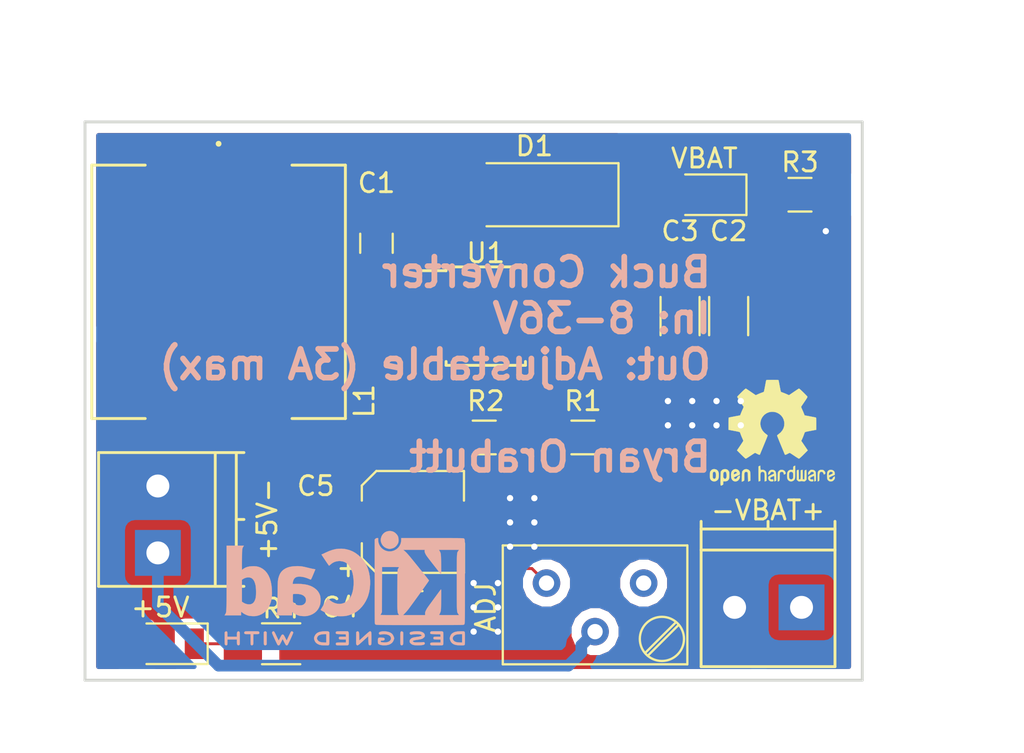
<source format=kicad_pcb>
(kicad_pcb (version 4) (host pcbnew 4.0.3-stable)

  (general
    (links 52)
    (no_connects 0)
    (area 133.35 83.025 189.765558 121.920001)
    (thickness 1.6)
    (drawings 7)
    (tracks 28)
    (zones 0)
    (modules 39)
    (nets 14)
  )

  (page A4)
  (layers
    (0 F.Cu signal)
    (31 B.Cu signal)
    (32 B.Adhes user)
    (33 F.Adhes user)
    (34 B.Paste user)
    (35 F.Paste user)
    (36 B.SilkS user)
    (37 F.SilkS user)
    (38 B.Mask user)
    (39 F.Mask user)
    (40 Dwgs.User user)
    (41 Cmts.User user)
    (42 Eco1.User user)
    (43 Eco2.User user)
    (44 Edge.Cuts user)
    (45 Margin user)
    (46 B.CrtYd user)
    (47 F.CrtYd user)
    (48 B.Fab user)
    (49 F.Fab user)
  )

  (setup
    (last_trace_width 0.1524)
    (trace_clearance 0.1524)
    (zone_clearance 0.508)
    (zone_45_only no)
    (trace_min 0.1524)
    (segment_width 0.2)
    (edge_width 0.15)
    (via_size 0.6858)
    (via_drill 0.3302)
    (via_min_size 0.6858)
    (via_min_drill 0.3302)
    (uvia_size 0.762)
    (uvia_drill 0.508)
    (uvias_allowed no)
    (uvia_min_size 0)
    (uvia_min_drill 0)
    (pcb_text_width 0.3)
    (pcb_text_size 1.5 1.5)
    (mod_edge_width 0.15)
    (mod_text_size 1 1)
    (mod_text_width 0.15)
    (pad_size 3.9878 7.0104)
    (pad_drill 0)
    (pad_to_mask_clearance 0.2)
    (aux_axis_origin 0 0)
    (visible_elements 7FFFFFFF)
    (pcbplotparams
      (layerselection 0x00030_80000001)
      (usegerberextensions false)
      (excludeedgelayer true)
      (linewidth 0.100000)
      (plotframeref false)
      (viasonmask false)
      (mode 1)
      (useauxorigin false)
      (hpglpennumber 1)
      (hpglpenspeed 20)
      (hpglpendiameter 15)
      (hpglpenoverlay 2)
      (psnegative false)
      (psa4output false)
      (plotreference true)
      (plotvalue true)
      (plotinvisibletext false)
      (padsonsilk false)
      (subtractmaskfromsilk false)
      (outputformat 1)
      (mirror false)
      (drillshape 1)
      (scaleselection 1)
      (outputdirectory ""))
  )

  (net 0 "")
  (net 1 "Net-(C1-Pad1)")
  (net 2 +BATT)
  (net 3 GND)
  (net 4 +5V)
  (net 5 "Net-(D2-Pad1)")
  (net 6 "Net-(D3-Pad1)")
  (net 7 "Net-(U1-Pad2)")
  (net 8 "Net-(U1-Pad3)")
  (net 9 "Net-(U1-Pad5)")
  (net 10 /PH)
  (net 11 "Net-(POT_10K1-Pad1)")
  (net 12 "Net-(POT_10K1-Pad3)")
  (net 13 "Net-(R1-Pad1)")

  (net_class Default "This is the default net class."
    (clearance 0.1524)
    (trace_width 0.1524)
    (via_dia 0.6858)
    (via_drill 0.3302)
    (uvia_dia 0.762)
    (uvia_drill 0.508)
    (add_net /PH)
    (add_net "Net-(C1-Pad1)")
    (add_net "Net-(D2-Pad1)")
    (add_net "Net-(D3-Pad1)")
    (add_net "Net-(POT_10K1-Pad1)")
    (add_net "Net-(POT_10K1-Pad3)")
    (add_net "Net-(R1-Pad1)")
    (add_net "Net-(U1-Pad2)")
    (add_net "Net-(U1-Pad3)")
    (add_net "Net-(U1-Pad5)")
  )

  (net_class PWR ""
    (clearance 0.1524)
    (trace_width 0.6096)
    (via_dia 0.6858)
    (via_drill 0.3302)
    (uvia_dia 0.762)
    (uvia_drill 0.508)
    (add_net +5V)
    (add_net +BATT)
    (add_net GND)
  )

  (module footprints:SRR1208-220ML (layer F.Cu) (tedit 59BD93F2) (tstamp 59BCAA79)
    (at 144.78 97.79 270)
    (path /59BCA171)
    (fp_text reference L1 (at 5.715 -7.62 270) (layer F.SilkS)
      (effects (font (size 1 1) (thickness 0.15)))
    )
    (fp_text value 22uH (at 0 0 270) (layer F.SilkS) hide
      (effects (font (size 1 1) (thickness 0.15)))
    )
    (fp_text user "Copyright 2016 Accelerated Designs. All rights reserved." (at 0 0 270) (layer Cmts.User) hide
      (effects (font (size 0.127 0.127) (thickness 0.002)))
    )
    (fp_line (start -6.6294 6.6294) (end 6.6294 6.6294) (layer F.SilkS) (width 0.1524))
    (fp_line (start 6.6294 6.6294) (end 6.6294 3.83794) (layer F.SilkS) (width 0.1524))
    (fp_line (start 6.6294 -6.6294) (end -6.6294 -6.6294) (layer F.SilkS) (width 0.1524))
    (fp_line (start -6.6294 -6.6294) (end -6.6294 -3.83794) (layer F.SilkS) (width 0.1524))
    (fp_line (start -6.5024 6.5024) (end 6.5024 6.5024) (layer Dwgs.User) (width 0.1524))
    (fp_line (start 6.5024 6.5024) (end 6.5024 -6.5024) (layer Dwgs.User) (width 0.1524))
    (fp_line (start 6.5024 -6.5024) (end -6.5024 -6.5024) (layer Dwgs.User) (width 0.1524))
    (fp_line (start -6.5024 -6.5024) (end -6.5024 6.5024) (layer Dwgs.User) (width 0.1524))
    (fp_line (start -6.6294 3.83794) (end -6.6294 6.6294) (layer F.SilkS) (width 0.1524))
    (fp_line (start 6.6294 -3.83794) (end 6.6294 -6.6294) (layer F.SilkS) (width 0.1524))
    (fp_circle (center -6.4262 0) (end -6.35 0) (layer Dwgs.User) (width 0.1524))
    (fp_circle (center -7.747 0) (end -7.6708 0) (layer F.SilkS) (width 0.1524))
    (pad 1 smd rect (at -4.9911 0 270) (size 3.9878 7.0104) (layers F.Cu F.Paste F.Mask)
      (net 10 /PH) (zone_connect 2))
    (pad 2 smd rect (at 4.9911 0 270) (size 3.9878 7.0104) (layers F.Cu F.Paste F.Mask)
      (net 4 +5V) (zone_connect 2))
  )

  (module Capacitors_SMD:C_0805_HandSoldering (layer F.Cu) (tedit 59BCBAFA) (tstamp 59BCAA49)
    (at 153.035 95.25 90)
    (descr "Capacitor SMD 0805, hand soldering")
    (tags "capacitor 0805")
    (path /59BCA3E0)
    (attr smd)
    (fp_text reference C1 (at 3.155 0 180) (layer F.SilkS)
      (effects (font (size 1 1) (thickness 0.15)))
    )
    (fp_text value 10nF (at 1.25 1.75 90) (layer F.Fab)
      (effects (font (size 1 1) (thickness 0.15)))
    )
    (fp_text user %R (at 0 -1.75 90) (layer F.Fab)
      (effects (font (size 1 1) (thickness 0.15)))
    )
    (fp_line (start -1 0.62) (end -1 -0.62) (layer F.Fab) (width 0.1))
    (fp_line (start 1 0.62) (end -1 0.62) (layer F.Fab) (width 0.1))
    (fp_line (start 1 -0.62) (end 1 0.62) (layer F.Fab) (width 0.1))
    (fp_line (start -1 -0.62) (end 1 -0.62) (layer F.Fab) (width 0.1))
    (fp_line (start 0.5 -0.85) (end -0.5 -0.85) (layer F.SilkS) (width 0.12))
    (fp_line (start -0.5 0.85) (end 0.5 0.85) (layer F.SilkS) (width 0.12))
    (fp_line (start -2.25 -0.88) (end 2.25 -0.88) (layer F.CrtYd) (width 0.05))
    (fp_line (start -2.25 -0.88) (end -2.25 0.87) (layer F.CrtYd) (width 0.05))
    (fp_line (start 2.25 0.87) (end 2.25 -0.88) (layer F.CrtYd) (width 0.05))
    (fp_line (start 2.25 0.87) (end -2.25 0.87) (layer F.CrtYd) (width 0.05))
    (pad 1 smd rect (at -1.25 0 90) (size 1.5 1.25) (layers F.Cu F.Paste F.Mask)
      (net 1 "Net-(C1-Pad1)"))
    (pad 2 smd rect (at 1.25 0 90) (size 1.5 1.25) (layers F.Cu F.Paste F.Mask)
      (net 10 /PH) (zone_connect 2))
    (model Capacitors_SMD.3dshapes/C_0805.wrl
      (at (xyz 0 0 0))
      (scale (xyz 1 1 1))
      (rotate (xyz 0 0 0))
    )
  )

  (module Capacitors_SMD:C_1206_HandSoldering (layer F.Cu) (tedit 59BCB9B6) (tstamp 59BCAA4F)
    (at 171.45 99.06 270)
    (descr "Capacitor SMD 1206, hand soldering")
    (tags "capacitor 1206")
    (path /59BCA35D)
    (attr smd)
    (fp_text reference C2 (at -4.445 0 360) (layer F.SilkS)
      (effects (font (size 1 1) (thickness 0.15)))
    )
    (fp_text value 4.7uF (at 0 -2.54 270) (layer F.Fab)
      (effects (font (size 1 1) (thickness 0.15)))
    )
    (fp_text user %R (at 0 -1.75 270) (layer F.Fab) hide
      (effects (font (size 1 1) (thickness 0.15)))
    )
    (fp_line (start -1.6 0.8) (end -1.6 -0.8) (layer F.Fab) (width 0.1))
    (fp_line (start 1.6 0.8) (end -1.6 0.8) (layer F.Fab) (width 0.1))
    (fp_line (start 1.6 -0.8) (end 1.6 0.8) (layer F.Fab) (width 0.1))
    (fp_line (start -1.6 -0.8) (end 1.6 -0.8) (layer F.Fab) (width 0.1))
    (fp_line (start 1 -1.02) (end -1 -1.02) (layer F.SilkS) (width 0.12))
    (fp_line (start -1 1.02) (end 1 1.02) (layer F.SilkS) (width 0.12))
    (fp_line (start -3.25 -1.05) (end 3.25 -1.05) (layer F.CrtYd) (width 0.05))
    (fp_line (start -3.25 -1.05) (end -3.25 1.05) (layer F.CrtYd) (width 0.05))
    (fp_line (start 3.25 1.05) (end 3.25 -1.05) (layer F.CrtYd) (width 0.05))
    (fp_line (start 3.25 1.05) (end -3.25 1.05) (layer F.CrtYd) (width 0.05))
    (pad 1 smd rect (at -2 0 270) (size 2 1.6) (layers F.Cu F.Paste F.Mask)
      (net 2 +BATT) (zone_connect 2))
    (pad 2 smd rect (at 2 0 270) (size 2 1.6) (layers F.Cu F.Paste F.Mask)
      (net 3 GND) (zone_connect 2))
    (model Capacitors_SMD.3dshapes/C_1206.wrl
      (at (xyz 0 0 0))
      (scale (xyz 1 1 1))
      (rotate (xyz 0 0 0))
    )
  )

  (module Capacitors_SMD:C_1206_HandSoldering (layer F.Cu) (tedit 59BCB9B1) (tstamp 59BCAA55)
    (at 168.91 99.06 270)
    (descr "Capacitor SMD 1206, hand soldering")
    (tags "capacitor 1206")
    (path /59BCA32F)
    (attr smd)
    (fp_text reference C3 (at -4.445 0 360) (layer F.SilkS)
      (effects (font (size 1 1) (thickness 0.15)))
    )
    (fp_text value 4.7uF (at 0 2 270) (layer F.Fab)
      (effects (font (size 1 1) (thickness 0.15)))
    )
    (fp_text user %R (at 0 -1.75 270) (layer F.Fab) hide
      (effects (font (size 1 1) (thickness 0.15)))
    )
    (fp_line (start -1.6 0.8) (end -1.6 -0.8) (layer F.Fab) (width 0.1))
    (fp_line (start 1.6 0.8) (end -1.6 0.8) (layer F.Fab) (width 0.1))
    (fp_line (start 1.6 -0.8) (end 1.6 0.8) (layer F.Fab) (width 0.1))
    (fp_line (start -1.6 -0.8) (end 1.6 -0.8) (layer F.Fab) (width 0.1))
    (fp_line (start 1 -1.02) (end -1 -1.02) (layer F.SilkS) (width 0.12))
    (fp_line (start -1 1.02) (end 1 1.02) (layer F.SilkS) (width 0.12))
    (fp_line (start -3.25 -1.05) (end 3.25 -1.05) (layer F.CrtYd) (width 0.05))
    (fp_line (start -3.25 -1.05) (end -3.25 1.05) (layer F.CrtYd) (width 0.05))
    (fp_line (start 3.25 1.05) (end 3.25 -1.05) (layer F.CrtYd) (width 0.05))
    (fp_line (start 3.25 1.05) (end -3.25 1.05) (layer F.CrtYd) (width 0.05))
    (pad 1 smd rect (at -2 0 270) (size 2 1.6) (layers F.Cu F.Paste F.Mask)
      (net 2 +BATT) (zone_connect 2))
    (pad 2 smd rect (at 2 0 270) (size 2 1.6) (layers F.Cu F.Paste F.Mask)
      (net 3 GND) (zone_connect 2))
    (model Capacitors_SMD.3dshapes/C_1206.wrl
      (at (xyz 0 0 0))
      (scale (xyz 1 1 1))
      (rotate (xyz 0 0 0))
    )
  )

  (module Capacitors_SMD:C_0805_HandSoldering (layer F.Cu) (tedit 59BCBAC0) (tstamp 59BCAA5B)
    (at 154.94 114.3)
    (descr "Capacitor SMD 0805, hand soldering")
    (tags "capacitor 0805")
    (path /59BCA2E3)
    (attr smd)
    (fp_text reference C4 (at -3.81 0) (layer F.SilkS)
      (effects (font (size 1 1) (thickness 0.15)))
    )
    (fp_text value 100nF (at 0 1.75) (layer F.Fab)
      (effects (font (size 1 1) (thickness 0.15)))
    )
    (fp_text user %R (at 0 -1.75) (layer F.Fab) hide
      (effects (font (size 1 1) (thickness 0.15)))
    )
    (fp_line (start -1 0.62) (end -1 -0.62) (layer F.Fab) (width 0.1))
    (fp_line (start 1 0.62) (end -1 0.62) (layer F.Fab) (width 0.1))
    (fp_line (start 1 -0.62) (end 1 0.62) (layer F.Fab) (width 0.1))
    (fp_line (start -1 -0.62) (end 1 -0.62) (layer F.Fab) (width 0.1))
    (fp_line (start 0.5 -0.85) (end -0.5 -0.85) (layer F.SilkS) (width 0.12))
    (fp_line (start -0.5 0.85) (end 0.5 0.85) (layer F.SilkS) (width 0.12))
    (fp_line (start -2.25 -0.88) (end 2.25 -0.88) (layer F.CrtYd) (width 0.05))
    (fp_line (start -2.25 -0.88) (end -2.25 0.87) (layer F.CrtYd) (width 0.05))
    (fp_line (start 2.25 0.87) (end 2.25 -0.88) (layer F.CrtYd) (width 0.05))
    (fp_line (start 2.25 0.87) (end -2.25 0.87) (layer F.CrtYd) (width 0.05))
    (pad 1 smd rect (at -1.25 0) (size 1.5 1.25) (layers F.Cu F.Paste F.Mask)
      (net 4 +5V) (zone_connect 2))
    (pad 2 smd rect (at 1.25 0) (size 1.5 1.25) (layers F.Cu F.Paste F.Mask)
      (net 3 GND) (zone_connect 2))
    (model Capacitors_SMD.3dshapes/C_0805.wrl
      (at (xyz 0 0 0))
      (scale (xyz 1 1 1))
      (rotate (xyz 0 0 0))
    )
  )

  (module Capacitors_SMD:CP_Elec_5x5.3 (layer F.Cu) (tedit 59BCBAD8) (tstamp 59BCAA61)
    (at 154.94 109.855)
    (descr "SMT capacitor, aluminium electrolytic, 5x5.3")
    (path /59BCA249)
    (attr smd)
    (fp_text reference C5 (at -5.08 -1.905) (layer F.SilkS)
      (effects (font (size 1 1) (thickness 0.15)))
    )
    (fp_text value 220uF (at 0 -3.92) (layer F.Fab)
      (effects (font (size 1 1) (thickness 0.15)))
    )
    (fp_circle (center 0 0) (end 0.3 2.4) (layer F.Fab) (width 0.1))
    (fp_text user + (at -1.37 -0.08) (layer F.Fab)
      (effects (font (size 1 1) (thickness 0.15)))
    )
    (fp_text user + (at -3.38 2.34) (layer F.SilkS)
      (effects (font (size 1 1) (thickness 0.15)))
    )
    (fp_text user %R (at 0 3.92) (layer F.Fab) hide
      (effects (font (size 1 1) (thickness 0.15)))
    )
    (fp_line (start 2.51 2.49) (end 2.51 -2.54) (layer F.Fab) (width 0.1))
    (fp_line (start -1.84 2.49) (end 2.51 2.49) (layer F.Fab) (width 0.1))
    (fp_line (start -2.51 1.82) (end -1.84 2.49) (layer F.Fab) (width 0.1))
    (fp_line (start -2.51 -1.87) (end -2.51 1.82) (layer F.Fab) (width 0.1))
    (fp_line (start -1.84 -2.54) (end -2.51 -1.87) (layer F.Fab) (width 0.1))
    (fp_line (start 2.51 -2.54) (end -1.84 -2.54) (layer F.Fab) (width 0.1))
    (fp_line (start 2.67 -2.69) (end 2.67 -1.14) (layer F.SilkS) (width 0.12))
    (fp_line (start 2.67 2.64) (end 2.67 1.09) (layer F.SilkS) (width 0.12))
    (fp_line (start -2.67 1.88) (end -2.67 1.09) (layer F.SilkS) (width 0.12))
    (fp_line (start -2.67 -1.93) (end -2.67 -1.14) (layer F.SilkS) (width 0.12))
    (fp_line (start 2.67 -2.69) (end -1.91 -2.69) (layer F.SilkS) (width 0.12))
    (fp_line (start -1.91 -2.69) (end -2.67 -1.93) (layer F.SilkS) (width 0.12))
    (fp_line (start -2.67 1.88) (end -1.91 2.64) (layer F.SilkS) (width 0.12))
    (fp_line (start -1.91 2.64) (end 2.67 2.64) (layer F.SilkS) (width 0.12))
    (fp_line (start -3.95 -2.79) (end 3.95 -2.79) (layer F.CrtYd) (width 0.05))
    (fp_line (start -3.95 -2.79) (end -3.95 2.74) (layer F.CrtYd) (width 0.05))
    (fp_line (start 3.95 2.74) (end 3.95 -2.79) (layer F.CrtYd) (width 0.05))
    (fp_line (start 3.95 2.74) (end -3.95 2.74) (layer F.CrtYd) (width 0.05))
    (pad 1 smd rect (at -2.2 0 180) (size 3 1.6) (layers F.Cu F.Paste F.Mask)
      (net 4 +5V) (zone_connect 2))
    (pad 2 smd rect (at 2.2 0 180) (size 3 1.6) (layers F.Cu F.Paste F.Mask)
      (net 3 GND) (zone_connect 2))
    (model Capacitors_SMD.3dshapes/CP_Elec_5x5.3.wrl
      (at (xyz 0 0 0))
      (scale (xyz 1 1 1))
      (rotate (xyz 0 0 180))
    )
  )

  (module Diodes_SMD:D_SMA_Handsoldering (layer F.Cu) (tedit 59BCB98C) (tstamp 59BCAA67)
    (at 161.29 92.71 180)
    (descr "Diode SMA (DO-214AC) Handsoldering")
    (tags "Diode SMA (DO-214AC) Handsoldering")
    (path /59BCA1CC)
    (attr smd)
    (fp_text reference D1 (at 0 2.54 180) (layer F.SilkS)
      (effects (font (size 1 1) (thickness 0.15)))
    )
    (fp_text value STPS5L60U (at 0 2.6 180) (layer F.Fab) hide
      (effects (font (size 1 1) (thickness 0.15)))
    )
    (fp_text user %R (at 0 -2.5 180) (layer F.Fab)
      (effects (font (size 1 1) (thickness 0.15)))
    )
    (fp_line (start -4.4 -1.65) (end -4.4 1.65) (layer F.SilkS) (width 0.12))
    (fp_line (start 2.3 1.5) (end -2.3 1.5) (layer F.Fab) (width 0.1))
    (fp_line (start -2.3 1.5) (end -2.3 -1.5) (layer F.Fab) (width 0.1))
    (fp_line (start 2.3 -1.5) (end 2.3 1.5) (layer F.Fab) (width 0.1))
    (fp_line (start 2.3 -1.5) (end -2.3 -1.5) (layer F.Fab) (width 0.1))
    (fp_line (start -4.5 -1.75) (end 4.5 -1.75) (layer F.CrtYd) (width 0.05))
    (fp_line (start 4.5 -1.75) (end 4.5 1.75) (layer F.CrtYd) (width 0.05))
    (fp_line (start 4.5 1.75) (end -4.5 1.75) (layer F.CrtYd) (width 0.05))
    (fp_line (start -4.5 1.75) (end -4.5 -1.75) (layer F.CrtYd) (width 0.05))
    (fp_line (start -0.64944 0.00102) (end -1.55114 0.00102) (layer F.Fab) (width 0.1))
    (fp_line (start 0.50118 0.00102) (end 1.4994 0.00102) (layer F.Fab) (width 0.1))
    (fp_line (start -0.64944 -0.79908) (end -0.64944 0.80112) (layer F.Fab) (width 0.1))
    (fp_line (start 0.50118 0.75032) (end 0.50118 -0.79908) (layer F.Fab) (width 0.1))
    (fp_line (start -0.64944 0.00102) (end 0.50118 0.75032) (layer F.Fab) (width 0.1))
    (fp_line (start -0.64944 0.00102) (end 0.50118 -0.79908) (layer F.Fab) (width 0.1))
    (fp_line (start -4.4 1.65) (end 2.5 1.65) (layer F.SilkS) (width 0.12))
    (fp_line (start -4.4 -1.65) (end 2.5 -1.65) (layer F.SilkS) (width 0.12))
    (pad 1 smd rect (at -2.5 0 180) (size 3.5 1.8) (layers F.Cu F.Paste F.Mask)
      (net 10 /PH) (zone_connect 2))
    (pad 2 smd rect (at 2.5 0 180) (size 3.5 1.8) (layers F.Cu F.Paste F.Mask)
      (net 3 GND) (zone_connect 2))
    (model ${KISYS3DMOD}/Diodes_SMD.3dshapes/D_SMA.wrl
      (at (xyz 0 0 0))
      (scale (xyz 1 1 1))
      (rotate (xyz 0 0 0))
    )
  )

  (module Diodes_SMD:D_1206 (layer F.Cu) (tedit 59BCBEDA) (tstamp 59BCAA6D)
    (at 170.18 92.71 180)
    (descr "Diode SMD 1206, reflow soldering http://datasheets.avx.com/schottky.pdf")
    (tags "Diode 1206")
    (path /59BCA8D4)
    (attr smd)
    (fp_text reference VBAT (at 0 1.905 180) (layer F.SilkS)
      (effects (font (size 1 1) (thickness 0.15)))
    )
    (fp_text value LED (at 0 1.9 180) (layer F.Fab)
      (effects (font (size 1 1) (thickness 0.15)))
    )
    (fp_text user %R (at 0 -1.8 180) (layer F.Fab) hide
      (effects (font (size 1 1) (thickness 0.15)))
    )
    (fp_line (start -0.254 -0.254) (end -0.254 0.254) (layer F.Fab) (width 0.1))
    (fp_line (start 0.127 0) (end 0.381 0) (layer F.Fab) (width 0.1))
    (fp_line (start -0.254 0) (end -0.508 0) (layer F.Fab) (width 0.1))
    (fp_line (start 0.127 0.254) (end -0.254 0) (layer F.Fab) (width 0.1))
    (fp_line (start 0.127 -0.254) (end 0.127 0.254) (layer F.Fab) (width 0.1))
    (fp_line (start -0.254 0) (end 0.127 -0.254) (layer F.Fab) (width 0.1))
    (fp_line (start -2.2 -1.06) (end -2.2 1.06) (layer F.SilkS) (width 0.12))
    (fp_line (start -1.7 0.95) (end -1.7 -0.95) (layer F.Fab) (width 0.1))
    (fp_line (start 1.7 0.95) (end -1.7 0.95) (layer F.Fab) (width 0.1))
    (fp_line (start 1.7 -0.95) (end 1.7 0.95) (layer F.Fab) (width 0.1))
    (fp_line (start -1.7 -0.95) (end 1.7 -0.95) (layer F.Fab) (width 0.1))
    (fp_line (start -2.3 -1.16) (end 2.3 -1.16) (layer F.CrtYd) (width 0.05))
    (fp_line (start -2.3 1.16) (end 2.3 1.16) (layer F.CrtYd) (width 0.05))
    (fp_line (start -2.3 -1.16) (end -2.3 1.16) (layer F.CrtYd) (width 0.05))
    (fp_line (start 2.3 -1.16) (end 2.3 1.16) (layer F.CrtYd) (width 0.05))
    (fp_line (start 1 -1.06) (end -2.2 -1.06) (layer F.SilkS) (width 0.12))
    (fp_line (start -2.2 1.06) (end 1 1.06) (layer F.SilkS) (width 0.12))
    (pad 1 smd rect (at -1.5 0 180) (size 1 1.6) (layers F.Cu F.Paste F.Mask)
      (net 5 "Net-(D2-Pad1)"))
    (pad 2 smd rect (at 1.5 0 180) (size 1 1.6) (layers F.Cu F.Paste F.Mask)
      (net 2 +BATT))
    (model ${KISYS3DMOD}/Diodes_SMD.3dshapes/D_1206.wrl
      (at (xyz 0 0 0))
      (scale (xyz 1 1 1))
      (rotate (xyz 0 0 0))
    )
  )

  (module Diodes_SMD:D_1206 (layer F.Cu) (tedit 59BCBEF6) (tstamp 59BCAA73)
    (at 142.01 116.205 180)
    (descr "Diode SMD 1206, reflow soldering http://datasheets.avx.com/schottky.pdf")
    (tags "Diode 1206")
    (path /59BCA928)
    (attr smd)
    (fp_text reference +5V (at 0.278 1.905 180) (layer F.SilkS)
      (effects (font (size 1 1) (thickness 0.15)))
    )
    (fp_text value LED (at 0 1.9 180) (layer F.Fab)
      (effects (font (size 1 1) (thickness 0.15)))
    )
    (fp_text user %R (at 0 -1.8 180) (layer F.Fab) hide
      (effects (font (size 1 1) (thickness 0.15)))
    )
    (fp_line (start -0.254 -0.254) (end -0.254 0.254) (layer F.Fab) (width 0.1))
    (fp_line (start 0.127 0) (end 0.381 0) (layer F.Fab) (width 0.1))
    (fp_line (start -0.254 0) (end -0.508 0) (layer F.Fab) (width 0.1))
    (fp_line (start 0.127 0.254) (end -0.254 0) (layer F.Fab) (width 0.1))
    (fp_line (start 0.127 -0.254) (end 0.127 0.254) (layer F.Fab) (width 0.1))
    (fp_line (start -0.254 0) (end 0.127 -0.254) (layer F.Fab) (width 0.1))
    (fp_line (start -2.2 -1.06) (end -2.2 1.06) (layer F.SilkS) (width 0.12))
    (fp_line (start -1.7 0.95) (end -1.7 -0.95) (layer F.Fab) (width 0.1))
    (fp_line (start 1.7 0.95) (end -1.7 0.95) (layer F.Fab) (width 0.1))
    (fp_line (start 1.7 -0.95) (end 1.7 0.95) (layer F.Fab) (width 0.1))
    (fp_line (start -1.7 -0.95) (end 1.7 -0.95) (layer F.Fab) (width 0.1))
    (fp_line (start -2.3 -1.16) (end 2.3 -1.16) (layer F.CrtYd) (width 0.05))
    (fp_line (start -2.3 1.16) (end 2.3 1.16) (layer F.CrtYd) (width 0.05))
    (fp_line (start -2.3 -1.16) (end -2.3 1.16) (layer F.CrtYd) (width 0.05))
    (fp_line (start 2.3 -1.16) (end 2.3 1.16) (layer F.CrtYd) (width 0.05))
    (fp_line (start 1 -1.06) (end -2.2 -1.06) (layer F.SilkS) (width 0.12))
    (fp_line (start -2.2 1.06) (end 1 1.06) (layer F.SilkS) (width 0.12))
    (pad 1 smd rect (at -1.5 0 180) (size 1 1.6) (layers F.Cu F.Paste F.Mask)
      (net 6 "Net-(D3-Pad1)"))
    (pad 2 smd rect (at 1.5 0 180) (size 1 1.6) (layers F.Cu F.Paste F.Mask)
      (net 4 +5V))
    (model ${KISYS3DMOD}/Diodes_SMD.3dshapes/D_1206.wrl
      (at (xyz 0 0 0))
      (scale (xyz 1 1 1))
      (rotate (xyz 0 0 0))
    )
  )

  (module Terminal_Blocks:TerminalBlock_Pheonix_PT-3.5mm_2pol (layer F.Cu) (tedit 59BD8B92) (tstamp 59BCAA7F)
    (at 175.26 114.3 180)
    (descr "2-way 3.5mm pitch terminal block, Phoenix PT series")
    (path /59BCA6AA)
    (fp_text reference -VBAT+ (at 1.75 5.08 180) (layer F.SilkS)
      (effects (font (size 1 1) (thickness 0.15)))
    )
    (fp_text value -VBAT+ (at 1.75 6 180) (layer F.Fab)
      (effects (font (size 1 1) (thickness 0.15)))
    )
    (fp_line (start -1.9 -3.3) (end 5.4 -3.3) (layer F.CrtYd) (width 0.05))
    (fp_line (start -1.9 4.7) (end -1.9 -3.3) (layer F.CrtYd) (width 0.05))
    (fp_line (start 5.4 4.7) (end -1.9 4.7) (layer F.CrtYd) (width 0.05))
    (fp_line (start 5.4 -3.3) (end 5.4 4.7) (layer F.CrtYd) (width 0.05))
    (fp_line (start 1.75 4.1) (end 1.75 4.5) (layer F.SilkS) (width 0.15))
    (fp_line (start -1.75 3) (end 5.25 3) (layer F.SilkS) (width 0.15))
    (fp_line (start -1.75 4.1) (end 5.25 4.1) (layer F.SilkS) (width 0.15))
    (fp_line (start -1.75 -3.1) (end -1.75 4.5) (layer F.SilkS) (width 0.15))
    (fp_line (start 5.25 4.5) (end 5.25 -3.1) (layer F.SilkS) (width 0.15))
    (fp_line (start 5.25 -3.1) (end -1.75 -3.1) (layer F.SilkS) (width 0.15))
    (pad 2 thru_hole circle (at 3.5 0 180) (size 2.4 2.4) (drill 1.2) (layers *.Cu *.Mask)
      (net 3 GND) (zone_connect 2))
    (pad 1 thru_hole rect (at 0 0 180) (size 2.4 2.4) (drill 1.2) (layers *.Cu *.Mask)
      (net 2 +BATT) (zone_connect 2))
    (model Terminal_Blocks.3dshapes/TerminalBlock_Pheonix_PT-3.5mm_2pol.wrl
      (at (xyz 0 0 0))
      (scale (xyz 1 1 1))
      (rotate (xyz 0 0 0))
    )
  )

  (module Terminal_Blocks:TerminalBlock_Pheonix_PT-3.5mm_2pol (layer F.Cu) (tedit 59BD8BA2) (tstamp 59BCAA85)
    (at 141.605 111.45 90)
    (descr "2-way 3.5mm pitch terminal block, Phoenix PT series")
    (path /59BCA710)
    (fp_text reference +5V- (at 1.75 5.715 90) (layer F.SilkS)
      (effects (font (size 1 1) (thickness 0.15)))
    )
    (fp_text value -5V+ (at 1.75 6 90) (layer F.Fab) hide
      (effects (font (size 1 1) (thickness 0.15)))
    )
    (fp_line (start -1.9 -3.3) (end 5.4 -3.3) (layer F.CrtYd) (width 0.05))
    (fp_line (start -1.9 4.7) (end -1.9 -3.3) (layer F.CrtYd) (width 0.05))
    (fp_line (start 5.4 4.7) (end -1.9 4.7) (layer F.CrtYd) (width 0.05))
    (fp_line (start 5.4 -3.3) (end 5.4 4.7) (layer F.CrtYd) (width 0.05))
    (fp_line (start 1.75 4.1) (end 1.75 4.5) (layer F.SilkS) (width 0.15))
    (fp_line (start -1.75 3) (end 5.25 3) (layer F.SilkS) (width 0.15))
    (fp_line (start -1.75 4.1) (end 5.25 4.1) (layer F.SilkS) (width 0.15))
    (fp_line (start -1.75 -3.1) (end -1.75 4.5) (layer F.SilkS) (width 0.15))
    (fp_line (start 5.25 4.5) (end 5.25 -3.1) (layer F.SilkS) (width 0.15))
    (fp_line (start 5.25 -3.1) (end -1.75 -3.1) (layer F.SilkS) (width 0.15))
    (pad 2 thru_hole circle (at 3.5 0 90) (size 2.4 2.4) (drill 1.2) (layers *.Cu *.Mask)
      (net 3 GND) (zone_connect 2))
    (pad 1 thru_hole rect (at 0 0 90) (size 2.4 2.4) (drill 1.2) (layers *.Cu *.Mask)
      (net 4 +5V) (zone_connect 2))
    (model Terminal_Blocks.3dshapes/TerminalBlock_Pheonix_PT-3.5mm_2pol.wrl
      (at (xyz 0 0 0))
      (scale (xyz 1 1 1))
      (rotate (xyz 0 0 0))
    )
  )

  (module Resistors_SMD:R_0805_HandSoldering (layer F.Cu) (tedit 59BCBB7F) (tstamp 59BCAA8B)
    (at 163.83 105.41)
    (descr "Resistor SMD 0805, hand soldering")
    (tags "resistor 0805")
    (path /59BCA4EE)
    (attr smd)
    (fp_text reference R1 (at 0 -1.905) (layer F.SilkS)
      (effects (font (size 1 1) (thickness 0.15)))
    )
    (fp_text value 10K (at 0 1.75) (layer F.Fab) hide
      (effects (font (size 1 1) (thickness 0.15)))
    )
    (fp_text user %R (at 0 0) (layer F.Fab)
      (effects (font (size 0.5 0.5) (thickness 0.075)))
    )
    (fp_line (start -1 0.62) (end -1 -0.62) (layer F.Fab) (width 0.1))
    (fp_line (start 1 0.62) (end -1 0.62) (layer F.Fab) (width 0.1))
    (fp_line (start 1 -0.62) (end 1 0.62) (layer F.Fab) (width 0.1))
    (fp_line (start -1 -0.62) (end 1 -0.62) (layer F.Fab) (width 0.1))
    (fp_line (start 0.6 0.88) (end -0.6 0.88) (layer F.SilkS) (width 0.12))
    (fp_line (start -0.6 -0.88) (end 0.6 -0.88) (layer F.SilkS) (width 0.12))
    (fp_line (start -2.35 -0.9) (end 2.35 -0.9) (layer F.CrtYd) (width 0.05))
    (fp_line (start -2.35 -0.9) (end -2.35 0.9) (layer F.CrtYd) (width 0.05))
    (fp_line (start 2.35 0.9) (end 2.35 -0.9) (layer F.CrtYd) (width 0.05))
    (fp_line (start 2.35 0.9) (end -2.35 0.9) (layer F.CrtYd) (width 0.05))
    (pad 1 smd rect (at -1.35 0) (size 1.5 1.3) (layers F.Cu F.Paste F.Mask)
      (net 13 "Net-(R1-Pad1)") (zone_connect 2))
    (pad 2 smd rect (at 1.35 0) (size 1.5 1.3) (layers F.Cu F.Paste F.Mask)
      (net 3 GND))
    (model ${KISYS3DMOD}/Resistors_SMD.3dshapes/R_0805.wrl
      (at (xyz 0 0 0))
      (scale (xyz 1 1 1))
      (rotate (xyz 0 0 0))
    )
  )

  (module Resistors_SMD:R_0805_HandSoldering (layer F.Cu) (tedit 59BCBC09) (tstamp 59BCAA91)
    (at 158.67 105.41)
    (descr "Resistor SMD 0805, hand soldering")
    (tags "resistor 0805")
    (path /59CDBFFB)
    (attr smd)
    (fp_text reference R2 (at 0.08 -1.905) (layer F.SilkS)
      (effects (font (size 1 1) (thickness 0.15)))
    )
    (fp_text value 1K (at 0 1.75) (layer F.Fab) hide
      (effects (font (size 1 1) (thickness 0.15)))
    )
    (fp_text user %R (at 0 0) (layer F.Fab)
      (effects (font (size 0.5 0.5) (thickness 0.075)))
    )
    (fp_line (start -1 0.62) (end -1 -0.62) (layer F.Fab) (width 0.1))
    (fp_line (start 1 0.62) (end -1 0.62) (layer F.Fab) (width 0.1))
    (fp_line (start 1 -0.62) (end 1 0.62) (layer F.Fab) (width 0.1))
    (fp_line (start -1 -0.62) (end 1 -0.62) (layer F.Fab) (width 0.1))
    (fp_line (start 0.6 0.88) (end -0.6 0.88) (layer F.SilkS) (width 0.12))
    (fp_line (start -0.6 -0.88) (end 0.6 -0.88) (layer F.SilkS) (width 0.12))
    (fp_line (start -2.35 -0.9) (end 2.35 -0.9) (layer F.CrtYd) (width 0.05))
    (fp_line (start -2.35 -0.9) (end -2.35 0.9) (layer F.CrtYd) (width 0.05))
    (fp_line (start 2.35 0.9) (end 2.35 -0.9) (layer F.CrtYd) (width 0.05))
    (fp_line (start 2.35 0.9) (end -2.35 0.9) (layer F.CrtYd) (width 0.05))
    (pad 1 smd rect (at -1.35 0) (size 1.5 1.3) (layers F.Cu F.Paste F.Mask)
      (net 12 "Net-(POT_10K1-Pad3)"))
    (pad 2 smd rect (at 1.35 0) (size 1.5 1.3) (layers F.Cu F.Paste F.Mask)
      (net 13 "Net-(R1-Pad1)") (zone_connect 2))
    (model ${KISYS3DMOD}/Resistors_SMD.3dshapes/R_0805.wrl
      (at (xyz 0 0 0))
      (scale (xyz 1 1 1))
      (rotate (xyz 0 0 0))
    )
  )

  (module Resistors_SMD:R_0805_HandSoldering (layer F.Cu) (tedit 59BCB834) (tstamp 59BCAA97)
    (at 175.18 92.71)
    (descr "Resistor SMD 0805, hand soldering")
    (tags "resistor 0805")
    (path /59BCB851)
    (attr smd)
    (fp_text reference R3 (at 0 -1.7) (layer F.SilkS)
      (effects (font (size 1 1) (thickness 0.15)))
    )
    (fp_text value 2K (at 0 1.75) (layer F.Fab) hide
      (effects (font (size 1 1) (thickness 0.15)))
    )
    (fp_text user %R (at 0 0) (layer F.Fab)
      (effects (font (size 0.5 0.5) (thickness 0.075)))
    )
    (fp_line (start -1 0.62) (end -1 -0.62) (layer F.Fab) (width 0.1))
    (fp_line (start 1 0.62) (end -1 0.62) (layer F.Fab) (width 0.1))
    (fp_line (start 1 -0.62) (end 1 0.62) (layer F.Fab) (width 0.1))
    (fp_line (start -1 -0.62) (end 1 -0.62) (layer F.Fab) (width 0.1))
    (fp_line (start 0.6 0.88) (end -0.6 0.88) (layer F.SilkS) (width 0.12))
    (fp_line (start -0.6 -0.88) (end 0.6 -0.88) (layer F.SilkS) (width 0.12))
    (fp_line (start -2.35 -0.9) (end 2.35 -0.9) (layer F.CrtYd) (width 0.05))
    (fp_line (start -2.35 -0.9) (end -2.35 0.9) (layer F.CrtYd) (width 0.05))
    (fp_line (start 2.35 0.9) (end 2.35 -0.9) (layer F.CrtYd) (width 0.05))
    (fp_line (start 2.35 0.9) (end -2.35 0.9) (layer F.CrtYd) (width 0.05))
    (pad 1 smd rect (at -1.35 0) (size 1.5 1.3) (layers F.Cu F.Paste F.Mask)
      (net 5 "Net-(D2-Pad1)"))
    (pad 2 smd rect (at 1.35 0) (size 1.5 1.3) (layers F.Cu F.Paste F.Mask)
      (net 3 GND))
    (model ${KISYS3DMOD}/Resistors_SMD.3dshapes/R_0805.wrl
      (at (xyz 0 0 0))
      (scale (xyz 1 1 1))
      (rotate (xyz 0 0 0))
    )
  )

  (module Resistors_SMD:R_1206_HandSoldering (layer F.Cu) (tedit 59BCBAC6) (tstamp 59BCAA9D)
    (at 148.05 116.205)
    (descr "Resistor SMD 1206, hand soldering")
    (tags "resistor 1206")
    (path /59BCBA9E)
    (attr smd)
    (fp_text reference R4 (at 0 -1.85) (layer F.SilkS)
      (effects (font (size 1 1) (thickness 0.15)))
    )
    (fp_text value 220 (at 0 1.9) (layer F.Fab) hide
      (effects (font (size 1 1) (thickness 0.15)))
    )
    (fp_text user %R (at 0 0) (layer F.Fab)
      (effects (font (size 0.7 0.7) (thickness 0.105)))
    )
    (fp_line (start -1.6 0.8) (end -1.6 -0.8) (layer F.Fab) (width 0.1))
    (fp_line (start 1.6 0.8) (end -1.6 0.8) (layer F.Fab) (width 0.1))
    (fp_line (start 1.6 -0.8) (end 1.6 0.8) (layer F.Fab) (width 0.1))
    (fp_line (start -1.6 -0.8) (end 1.6 -0.8) (layer F.Fab) (width 0.1))
    (fp_line (start 1 1.07) (end -1 1.07) (layer F.SilkS) (width 0.12))
    (fp_line (start -1 -1.07) (end 1 -1.07) (layer F.SilkS) (width 0.12))
    (fp_line (start -3.25 -1.11) (end 3.25 -1.11) (layer F.CrtYd) (width 0.05))
    (fp_line (start -3.25 -1.11) (end -3.25 1.1) (layer F.CrtYd) (width 0.05))
    (fp_line (start 3.25 1.1) (end 3.25 -1.11) (layer F.CrtYd) (width 0.05))
    (fp_line (start 3.25 1.1) (end -3.25 1.1) (layer F.CrtYd) (width 0.05))
    (pad 1 smd rect (at -2 0) (size 2 1.7) (layers F.Cu F.Paste F.Mask)
      (net 6 "Net-(D3-Pad1)"))
    (pad 2 smd rect (at 2 0) (size 2 1.7) (layers F.Cu F.Paste F.Mask)
      (net 3 GND) (zone_connect 2))
    (model ${KISYS3DMOD}/Resistors_SMD.3dshapes/R_1206.wrl
      (at (xyz 0 0 0))
      (scale (xyz 1 1 1))
      (rotate (xyz 0 0 0))
    )
  )

  (module Housings_SOIC:TI_SO-PowerPAD-8 (layer F.Cu) (tedit 59BCC8AB) (tstamp 59BCAAAD)
    (at 158.75 99.06)
    (descr "8-Lead Plastic PSOP, Exposed Die Pad (TI DDA0008B, see http://www.ti.com/lit/ds/symlink/lm3404.pdf)")
    (tags "SSOP 0.50 exposed pad")
    (path /59BCE361)
    (attr smd)
    (fp_text reference U1 (at 0 -3.3) (layer F.SilkS)
      (effects (font (size 1 1) (thickness 0.15)))
    )
    (fp_text value TPS5430 (at 0 3.4) (layer F.Fab)
      (effects (font (size 1 1) (thickness 0.15)))
    )
    (fp_line (start -0.95 -2.45) (end 1.95 -2.45) (layer F.Fab) (width 0.15))
    (fp_line (start 1.95 -2.45) (end 1.95 2.45) (layer F.Fab) (width 0.15))
    (fp_line (start 1.95 2.45) (end -1.95 2.45) (layer F.Fab) (width 0.15))
    (fp_line (start -1.95 2.45) (end -1.95 -1.45) (layer F.Fab) (width 0.15))
    (fp_line (start -1.95 -1.45) (end -0.95 -2.45) (layer F.Fab) (width 0.15))
    (fp_line (start -4 -2.7) (end -4 2.7) (layer F.CrtYd) (width 0.05))
    (fp_line (start 4 -2.7) (end 4 2.7) (layer F.CrtYd) (width 0.05))
    (fp_line (start -4 -2.7) (end 4 -2.7) (layer F.CrtYd) (width 0.05))
    (fp_line (start -4 2.7) (end 4 2.7) (layer F.CrtYd) (width 0.05))
    (fp_line (start -2.075 -2.575) (end -2.075 -2.375) (layer F.SilkS) (width 0.15))
    (fp_line (start 2.075 -2.575) (end 2.075 -2.375) (layer F.SilkS) (width 0.15))
    (fp_line (start 2.075 2.575) (end 2.075 2.375) (layer F.SilkS) (width 0.15))
    (fp_line (start -2.075 2.575) (end -2.075 2.375) (layer F.SilkS) (width 0.15))
    (fp_line (start -2.075 -2.575) (end 2.075 -2.575) (layer F.SilkS) (width 0.15))
    (fp_line (start -2.075 2.575) (end 2.075 2.575) (layer F.SilkS) (width 0.15))
    (fp_line (start -2.075 -2.375) (end -3.375 -2.375) (layer F.SilkS) (width 0.15))
    (fp_text user %R (at 0 0) (layer F.Fab)
      (effects (font (size 1 1) (thickness 0.15)))
    )
    (pad 1 smd rect (at -2.78 -1.905) (size 1.91 0.61) (layers F.Cu F.Paste F.Mask)
      (net 1 "Net-(C1-Pad1)"))
    (pad 2 smd rect (at -2.78 -0.635) (size 1.91 0.61) (layers F.Cu F.Paste F.Mask)
      (net 7 "Net-(U1-Pad2)"))
    (pad 3 smd rect (at -2.78 0.635) (size 1.91 0.61) (layers F.Cu F.Paste F.Mask)
      (net 8 "Net-(U1-Pad3)"))
    (pad 4 smd rect (at -2.78 1.905) (size 1.91 0.61) (layers F.Cu F.Paste F.Mask)
      (net 13 "Net-(R1-Pad1)"))
    (pad 5 smd rect (at 2.78 1.905) (size 1.91 0.61) (layers F.Cu F.Paste F.Mask)
      (net 9 "Net-(U1-Pad5)"))
    (pad 6 smd rect (at 2.78 0.635) (size 1.91 0.61) (layers F.Cu F.Paste F.Mask)
      (net 3 GND))
    (pad 7 smd rect (at 2.78 -0.635) (size 1.91 0.61) (layers F.Cu F.Paste F.Mask)
      (net 2 +BATT))
    (pad 8 smd rect (at 2.78 -1.905) (size 1.91 0.61) (layers F.Cu F.Paste F.Mask)
      (net 10 /PH) (zone_connect 2))
    (pad 9 smd rect (at 0.6025 0.775) (size 1.205 1.55) (layers F.Cu F.Paste F.Mask)
      (net 3 GND) (solder_paste_margin_ratio -0.2) (zone_connect 2))
    (pad 9 smd rect (at 0.6025 -0.775) (size 1.205 1.55) (layers F.Cu F.Paste F.Mask)
      (net 3 GND) (solder_paste_margin_ratio -0.2) (zone_connect 2))
    (pad 9 smd rect (at -0.6025 0.775) (size 1.205 1.55) (layers F.Cu F.Paste F.Mask)
      (net 3 GND) (solder_paste_margin_ratio -0.2) (zone_connect 2))
    (pad 9 smd rect (at -0.6025 -0.775) (size 1.205 1.55) (layers F.Cu F.Paste F.Mask)
      (net 3 GND) (solder_paste_margin_ratio -0.2) (zone_connect 2))
    (model ${KISYS3DMOD}/Housings_SOIC.3dshapes/TI_SO-PowerPAD-8.wrl
      (at (xyz 0 0 0))
      (scale (xyz 1 1 1))
      (rotate (xyz 0 0 0))
    )
  )

  (module footprints:via-0.7mm (layer F.Cu) (tedit 59BCB773) (tstamp 59BCB67C)
    (at 158.115 115.57)
    (fp_text reference REF** (at 0 1) (layer F.SilkS) hide
      (effects (font (size 1 1) (thickness 0.15)))
    )
    (fp_text value via-0.7mm (at 0 -1) (layer F.Fab) hide
      (effects (font (size 1 1) (thickness 0.15)))
    )
    (pad 1 thru_hole circle (at 0 0) (size 0.7 0.7) (drill 0.3302) (layers *.Cu)
      (net 3 GND) (zone_connect 2))
  )

  (module footprints:via-0.7mm (layer F.Cu) (tedit 59BCB768) (tstamp 59BCB682)
    (at 158.115 114.3)
    (fp_text reference REF** (at 0 1) (layer F.SilkS) hide
      (effects (font (size 1 1) (thickness 0.15)))
    )
    (fp_text value via-0.7mm (at 0 -1) (layer F.Fab) hide
      (effects (font (size 1 1) (thickness 0.15)))
    )
    (pad 1 thru_hole circle (at 0 0) (size 0.7 0.7) (drill 0.3302) (layers *.Cu)
      (net 3 GND) (zone_connect 2))
  )

  (module footprints:via-0.7mm (layer F.Cu) (tedit 59BCB756) (tstamp 59BCB687)
    (at 158.115 113.03)
    (fp_text reference REF** (at 0 1) (layer F.SilkS) hide
      (effects (font (size 1 1) (thickness 0.15)))
    )
    (fp_text value via-0.7mm (at 0 -1) (layer F.Fab) hide
      (effects (font (size 1 1) (thickness 0.15)))
    )
    (pad 1 thru_hole circle (at 0 0) (size 0.7 0.7) (drill 0.3302) (layers *.Cu)
      (net 3 GND) (zone_connect 2))
  )

  (module footprints:via-0.7mm (layer F.Cu) (tedit 59BCB74D) (tstamp 59BCB68C)
    (at 160.02 111.125)
    (fp_text reference REF** (at 0 1) (layer F.SilkS) hide
      (effects (font (size 1 1) (thickness 0.15)))
    )
    (fp_text value via-0.7mm (at 0 -1) (layer F.Fab) hide
      (effects (font (size 1 1) (thickness 0.15)))
    )
    (pad 1 thru_hole circle (at 0 0) (size 0.7 0.7) (drill 0.3302) (layers *.Cu)
      (net 3 GND) (zone_connect 2))
  )

  (module footprints:via-0.7mm (layer F.Cu) (tedit 59BCB744) (tstamp 59BCB691)
    (at 160.02 109.855)
    (fp_text reference REF** (at 0 1) (layer F.SilkS) hide
      (effects (font (size 1 1) (thickness 0.15)))
    )
    (fp_text value via-0.7mm (at 0 -1) (layer F.Fab) hide
      (effects (font (size 1 1) (thickness 0.15)))
    )
    (pad 1 thru_hole circle (at 0 0) (size 0.7 0.7) (drill 0.3302) (layers *.Cu)
      (net 3 GND) (zone_connect 2))
  )

  (module footprints:via-0.7mm (layer F.Cu) (tedit 59BCB73A) (tstamp 59BCB696)
    (at 160.02 108.585)
    (fp_text reference REF** (at 0 1) (layer F.SilkS) hide
      (effects (font (size 1 1) (thickness 0.15)))
    )
    (fp_text value via-0.7mm (at 0 -1) (layer F.Fab) hide
      (effects (font (size 1 1) (thickness 0.15)))
    )
    (pad 1 thru_hole circle (at 0 0) (size 0.7 0.7) (drill 0.3302) (layers *.Cu)
      (net 3 GND) (zone_connect 2))
  )

  (module footprints:via-0.7mm (layer F.Cu) (tedit 59BCB6F2) (tstamp 59BCB69C)
    (at 168.275 103.505)
    (fp_text reference REF** (at 0 1) (layer F.SilkS) hide
      (effects (font (size 1 1) (thickness 0.15)))
    )
    (fp_text value via-0.7mm (at 0 -1) (layer F.Fab) hide
      (effects (font (size 1 1) (thickness 0.15)))
    )
    (pad 1 thru_hole circle (at 0 0) (size 0.7 0.7) (drill 0.3302) (layers *.Cu)
      (net 3 GND) (zone_connect 2))
  )

  (module footprints:via-0.7mm (layer F.Cu) (tedit 59BCB6FD) (tstamp 59BCB6A1)
    (at 169.545 103.505)
    (fp_text reference REF** (at 0 1) (layer F.SilkS) hide
      (effects (font (size 1 1) (thickness 0.15)))
    )
    (fp_text value via-0.7mm (at 0 -1) (layer F.Fab) hide
      (effects (font (size 1 1) (thickness 0.15)))
    )
    (pad 1 thru_hole circle (at 0 0) (size 0.7 0.7) (drill 0.3302) (layers *.Cu)
      (net 3 GND) (zone_connect 2))
  )

  (module footprints:via-0.7mm (layer F.Cu) (tedit 59BCB704) (tstamp 59BCB6A6)
    (at 170.815 103.505)
    (fp_text reference REF** (at 0 1) (layer F.SilkS) hide
      (effects (font (size 1 1) (thickness 0.15)))
    )
    (fp_text value via-0.7mm (at 0 -1) (layer F.Fab) hide
      (effects (font (size 1 1) (thickness 0.15)))
    )
    (pad 1 thru_hole circle (at 0 0) (size 0.7 0.7) (drill 0.3302) (layers *.Cu)
      (net 3 GND) (zone_connect 2))
  )

  (module footprints:via-0.7mm (layer F.Cu) (tedit 59BCB714) (tstamp 59BCB6AB)
    (at 172.085 103.505)
    (fp_text reference REF** (at 0 1) (layer F.SilkS) hide
      (effects (font (size 1 1) (thickness 0.15)))
    )
    (fp_text value via-0.7mm (at 0 -1) (layer F.Fab) hide
      (effects (font (size 1 1) (thickness 0.15)))
    )
    (pad 1 thru_hole circle (at 0 0) (size 0.7 0.7) (drill 0.3302) (layers *.Cu)
      (net 3 GND) (zone_connect 2))
  )

  (module footprints:via-0.7mm (layer F.Cu) (tedit 59BCB72C) (tstamp 59BCB6BF)
    (at 172.085 104.775)
    (fp_text reference REF** (at 0 1) (layer F.SilkS) hide
      (effects (font (size 1 1) (thickness 0.15)))
    )
    (fp_text value via-0.7mm (at 0 -1) (layer F.Fab) hide
      (effects (font (size 1 1) (thickness 0.15)))
    )
    (pad 1 thru_hole circle (at 0 0) (size 0.7 0.7) (drill 0.3302) (layers *.Cu)
      (net 3 GND) (zone_connect 2))
  )

  (module footprints:via-0.7mm (layer F.Cu) (tedit 59BCB725) (tstamp 59BCB6C4)
    (at 170.815 104.775)
    (fp_text reference REF** (at 0 1) (layer F.SilkS) hide
      (effects (font (size 1 1) (thickness 0.15)))
    )
    (fp_text value via-0.7mm (at 0 -1) (layer F.Fab) hide
      (effects (font (size 1 1) (thickness 0.15)))
    )
    (pad 1 thru_hole circle (at 0 0) (size 0.7 0.7) (drill 0.3302) (layers *.Cu)
      (net 3 GND) (zone_connect 2))
  )

  (module footprints:via-0.7mm (layer F.Cu) (tedit 59BCB720) (tstamp 59BCB6C9)
    (at 169.545 104.775)
    (fp_text reference REF** (at 0 1) (layer F.SilkS) hide
      (effects (font (size 1 1) (thickness 0.15)))
    )
    (fp_text value via-0.7mm (at 0 -1) (layer F.Fab) hide
      (effects (font (size 1 1) (thickness 0.15)))
    )
    (pad 1 thru_hole circle (at 0 0) (size 0.7 0.7) (drill 0.3302) (layers *.Cu)
      (net 3 GND) (zone_connect 2))
  )

  (module footprints:via-0.7mm (layer F.Cu) (tedit 59BCB71B) (tstamp 59BCB6CE)
    (at 168.275 104.775)
    (fp_text reference REF** (at 0 1) (layer F.SilkS) hide
      (effects (font (size 1 1) (thickness 0.15)))
    )
    (fp_text value via-0.7mm (at 0 -1) (layer F.Fab) hide
      (effects (font (size 1 1) (thickness 0.15)))
    )
    (pad 1 thru_hole circle (at 0 0) (size 0.7 0.7) (drill 0.3302) (layers *.Cu)
      (net 3 GND) (zone_connect 2))
  )

  (module footprints:via-0.7mm (layer F.Cu) (tedit 59BCB73F) (tstamp 59BCB6D3)
    (at 161.29 108.585)
    (fp_text reference REF** (at 0 1) (layer F.SilkS) hide
      (effects (font (size 1 1) (thickness 0.15)))
    )
    (fp_text value via-0.7mm (at 0 -1) (layer F.Fab) hide
      (effects (font (size 1 1) (thickness 0.15)))
    )
    (pad 1 thru_hole circle (at 0 0) (size 0.7 0.7) (drill 0.3302) (layers *.Cu)
      (net 3 GND) (zone_connect 2))
  )

  (module footprints:via-0.7mm (layer F.Cu) (tedit 59BCB749) (tstamp 59BCB6D8)
    (at 161.29 109.855)
    (fp_text reference REF** (at 0 1) (layer F.SilkS) hide
      (effects (font (size 1 1) (thickness 0.15)))
    )
    (fp_text value via-0.7mm (at 0 -1) (layer F.Fab) hide
      (effects (font (size 1 1) (thickness 0.15)))
    )
    (pad 1 thru_hole circle (at 0 0) (size 0.7 0.7) (drill 0.3302) (layers *.Cu)
      (net 3 GND) (zone_connect 2))
  )

  (module footprints:via-0.7mm (layer F.Cu) (tedit 59BCB751) (tstamp 59BCB6DD)
    (at 161.29 111.125)
    (fp_text reference REF** (at 0 1) (layer F.SilkS) hide
      (effects (font (size 1 1) (thickness 0.15)))
    )
    (fp_text value via-0.7mm (at 0 -1) (layer F.Fab) hide
      (effects (font (size 1 1) (thickness 0.15)))
    )
    (pad 1 thru_hole circle (at 0 0) (size 0.7 0.7) (drill 0.3302) (layers *.Cu)
      (net 3 GND) (zone_connect 2))
  )

  (module footprints:via-0.7mm (layer F.Cu) (tedit 59BCB764) (tstamp 59BCB6E2)
    (at 159.385 113.03)
    (fp_text reference REF** (at 0 1) (layer F.SilkS) hide
      (effects (font (size 1 1) (thickness 0.15)))
    )
    (fp_text value via-0.7mm (at 0 -1) (layer F.Fab) hide
      (effects (font (size 1 1) (thickness 0.15)))
    )
    (pad 1 thru_hole circle (at 0 0) (size 0.7 0.7) (drill 0.3302) (layers *.Cu)
      (net 3 GND) (zone_connect 2))
  )

  (module footprints:via-0.7mm (layer F.Cu) (tedit 59BCB76F) (tstamp 59BCB6E7)
    (at 159.385 114.3)
    (fp_text reference REF** (at 0 1) (layer F.SilkS) hide
      (effects (font (size 1 1) (thickness 0.15)))
    )
    (fp_text value via-0.7mm (at 0 -1) (layer F.Fab) hide
      (effects (font (size 1 1) (thickness 0.15)))
    )
    (pad 1 thru_hole circle (at 0 0) (size 0.7 0.7) (drill 0.3302) (layers *.Cu)
      (net 3 GND) (zone_connect 2))
  )

  (module footprints:via-0.7mm (layer F.Cu) (tedit 59BCB778) (tstamp 59BCB6EC)
    (at 159.385 115.57)
    (fp_text reference REF** (at 0 1) (layer F.SilkS) hide
      (effects (font (size 1 1) (thickness 0.15)))
    )
    (fp_text value via-0.7mm (at 0 -1) (layer F.Fab) hide
      (effects (font (size 1 1) (thickness 0.15)))
    )
    (pad 1 thru_hole circle (at 0 0) (size 0.7 0.7) (drill 0.3302) (layers *.Cu)
      (net 3 GND) (zone_connect 2))
  )

  (module Symbols:OSHW-Logo2_7.3x6mm_SilkScreen (layer F.Cu) (tedit 0) (tstamp 59BD8E4A)
    (at 173.736 105.156)
    (descr "Open Source Hardware Symbol")
    (tags "Logo Symbol OSHW")
    (attr virtual)
    (fp_text reference REF*** (at 0 0) (layer F.SilkS) hide
      (effects (font (size 1 1) (thickness 0.15)))
    )
    (fp_text value OSHW-Logo2_7.3x6mm_SilkScreen (at 0.75 0) (layer F.Fab) hide
      (effects (font (size 1 1) (thickness 0.15)))
    )
    (fp_poly (pts (xy -2.400256 1.919918) (xy -2.344799 1.947568) (xy -2.295852 1.99848) (xy -2.282371 2.017338)
      (xy -2.267686 2.042015) (xy -2.258158 2.068816) (xy -2.252707 2.104587) (xy -2.250253 2.156169)
      (xy -2.249714 2.224267) (xy -2.252148 2.317588) (xy -2.260606 2.387657) (xy -2.276826 2.439931)
      (xy -2.302546 2.479869) (xy -2.339503 2.512929) (xy -2.342218 2.514886) (xy -2.37864 2.534908)
      (xy -2.422498 2.544815) (xy -2.478276 2.547257) (xy -2.568952 2.547257) (xy -2.56899 2.635283)
      (xy -2.569834 2.684308) (xy -2.574976 2.713065) (xy -2.588413 2.730311) (xy -2.614142 2.744808)
      (xy -2.620321 2.747769) (xy -2.649236 2.761648) (xy -2.671624 2.770414) (xy -2.688271 2.771171)
      (xy -2.699964 2.761023) (xy -2.70749 2.737073) (xy -2.711634 2.696426) (xy -2.713185 2.636186)
      (xy -2.712929 2.553455) (xy -2.711651 2.445339) (xy -2.711252 2.413) (xy -2.709815 2.301524)
      (xy -2.708528 2.228603) (xy -2.569029 2.228603) (xy -2.568245 2.290499) (xy -2.56476 2.330997)
      (xy -2.556876 2.357708) (xy -2.542895 2.378244) (xy -2.533403 2.38826) (xy -2.494596 2.417567)
      (xy -2.460237 2.419952) (xy -2.424784 2.39575) (xy -2.423886 2.394857) (xy -2.409461 2.376153)
      (xy -2.400687 2.350732) (xy -2.396261 2.311584) (xy -2.394882 2.251697) (xy -2.394857 2.23843)
      (xy -2.398188 2.155901) (xy -2.409031 2.098691) (xy -2.42866 2.063766) (xy -2.45835 2.048094)
      (xy -2.475509 2.046514) (xy -2.516234 2.053926) (xy -2.544168 2.07833) (xy -2.560983 2.12298)
      (xy -2.56835 2.19113) (xy -2.569029 2.228603) (xy -2.708528 2.228603) (xy -2.708292 2.215245)
      (xy -2.706323 2.150333) (xy -2.70355 2.102958) (xy -2.699612 2.06929) (xy -2.694151 2.045498)
      (xy -2.686808 2.027753) (xy -2.677223 2.012224) (xy -2.673113 2.006381) (xy -2.618595 1.951185)
      (xy -2.549664 1.91989) (xy -2.469928 1.911165) (xy -2.400256 1.919918)) (layer F.SilkS) (width 0.01))
    (fp_poly (pts (xy -1.283907 1.92778) (xy -1.237328 1.954723) (xy -1.204943 1.981466) (xy -1.181258 2.009484)
      (xy -1.164941 2.043748) (xy -1.154661 2.089227) (xy -1.149086 2.150892) (xy -1.146884 2.233711)
      (xy -1.146629 2.293246) (xy -1.146629 2.512391) (xy -1.208314 2.540044) (xy -1.27 2.567697)
      (xy -1.277257 2.32767) (xy -1.280256 2.238028) (xy -1.283402 2.172962) (xy -1.287299 2.128026)
      (xy -1.292553 2.09877) (xy -1.299769 2.080748) (xy -1.30955 2.069511) (xy -1.312688 2.067079)
      (xy -1.360239 2.048083) (xy -1.408303 2.0556) (xy -1.436914 2.075543) (xy -1.448553 2.089675)
      (xy -1.456609 2.10822) (xy -1.461729 2.136334) (xy -1.464559 2.179173) (xy -1.465744 2.241895)
      (xy -1.465943 2.307261) (xy -1.465982 2.389268) (xy -1.467386 2.447316) (xy -1.472086 2.486465)
      (xy -1.482013 2.51178) (xy -1.499097 2.528323) (xy -1.525268 2.541156) (xy -1.560225 2.554491)
      (xy -1.598404 2.569007) (xy -1.593859 2.311389) (xy -1.592029 2.218519) (xy -1.589888 2.149889)
      (xy -1.586819 2.100711) (xy -1.582206 2.066198) (xy -1.575432 2.041562) (xy -1.565881 2.022016)
      (xy -1.554366 2.00477) (xy -1.49881 1.94968) (xy -1.43102 1.917822) (xy -1.357287 1.910191)
      (xy -1.283907 1.92778)) (layer F.SilkS) (width 0.01))
    (fp_poly (pts (xy -2.958885 1.921962) (xy -2.890855 1.957733) (xy -2.840649 2.015301) (xy -2.822815 2.052312)
      (xy -2.808937 2.107882) (xy -2.801833 2.178096) (xy -2.80116 2.254727) (xy -2.806573 2.329552)
      (xy -2.81773 2.394342) (xy -2.834286 2.440873) (xy -2.839374 2.448887) (xy -2.899645 2.508707)
      (xy -2.971231 2.544535) (xy -3.048908 2.55502) (xy -3.127452 2.53881) (xy -3.149311 2.529092)
      (xy -3.191878 2.499143) (xy -3.229237 2.459433) (xy -3.232768 2.454397) (xy -3.247119 2.430124)
      (xy -3.256606 2.404178) (xy -3.26221 2.370022) (xy -3.264914 2.321119) (xy -3.265701 2.250935)
      (xy -3.265714 2.2352) (xy -3.265678 2.230192) (xy -3.120571 2.230192) (xy -3.119727 2.29643)
      (xy -3.116404 2.340386) (xy -3.109417 2.368779) (xy -3.097584 2.388325) (xy -3.091543 2.394857)
      (xy -3.056814 2.41968) (xy -3.023097 2.418548) (xy -2.989005 2.397016) (xy -2.968671 2.374029)
      (xy -2.956629 2.340478) (xy -2.949866 2.287569) (xy -2.949402 2.281399) (xy -2.948248 2.185513)
      (xy -2.960312 2.114299) (xy -2.98543 2.068194) (xy -3.02344 2.047635) (xy -3.037008 2.046514)
      (xy -3.072636 2.052152) (xy -3.097006 2.071686) (xy -3.111907 2.109042) (xy -3.119125 2.16815)
      (xy -3.120571 2.230192) (xy -3.265678 2.230192) (xy -3.265174 2.160413) (xy -3.262904 2.108159)
      (xy -3.257932 2.071949) (xy -3.249287 2.045299) (xy -3.235995 2.021722) (xy -3.233057 2.017338)
      (xy -3.183687 1.958249) (xy -3.129891 1.923947) (xy -3.064398 1.910331) (xy -3.042158 1.909665)
      (xy -2.958885 1.921962)) (layer F.SilkS) (width 0.01))
    (fp_poly (pts (xy -1.831697 1.931239) (xy -1.774473 1.969735) (xy -1.730251 2.025335) (xy -1.703833 2.096086)
      (xy -1.69849 2.148162) (xy -1.699097 2.169893) (xy -1.704178 2.186531) (xy -1.718145 2.201437)
      (xy -1.745411 2.217973) (xy -1.790388 2.239498) (xy -1.857489 2.269374) (xy -1.857829 2.269524)
      (xy -1.919593 2.297813) (xy -1.970241 2.322933) (xy -2.004596 2.342179) (xy -2.017482 2.352848)
      (xy -2.017486 2.352934) (xy -2.006128 2.376166) (xy -1.979569 2.401774) (xy -1.949077 2.420221)
      (xy -1.93363 2.423886) (xy -1.891485 2.411212) (xy -1.855192 2.379471) (xy -1.837483 2.344572)
      (xy -1.820448 2.318845) (xy -1.787078 2.289546) (xy -1.747851 2.264235) (xy -1.713244 2.250471)
      (xy -1.706007 2.249714) (xy -1.697861 2.26216) (xy -1.69737 2.293972) (xy -1.703357 2.336866)
      (xy -1.714643 2.382558) (xy -1.73005 2.422761) (xy -1.730829 2.424322) (xy -1.777196 2.489062)
      (xy -1.837289 2.533097) (xy -1.905535 2.554711) (xy -1.976362 2.552185) (xy -2.044196 2.523804)
      (xy -2.047212 2.521808) (xy -2.100573 2.473448) (xy -2.13566 2.410352) (xy -2.155078 2.327387)
      (xy -2.157684 2.304078) (xy -2.162299 2.194055) (xy -2.156767 2.142748) (xy -2.017486 2.142748)
      (xy -2.015676 2.174753) (xy -2.005778 2.184093) (xy -1.981102 2.177105) (xy -1.942205 2.160587)
      (xy -1.898725 2.139881) (xy -1.897644 2.139333) (xy -1.860791 2.119949) (xy -1.846 2.107013)
      (xy -1.849647 2.093451) (xy -1.865005 2.075632) (xy -1.904077 2.049845) (xy -1.946154 2.04795)
      (xy -1.983897 2.066717) (xy -2.009966 2.102915) (xy -2.017486 2.142748) (xy -2.156767 2.142748)
      (xy -2.152806 2.106027) (xy -2.12845 2.036212) (xy -2.094544 1.987302) (xy -2.033347 1.937878)
      (xy -1.965937 1.913359) (xy -1.89712 1.911797) (xy -1.831697 1.931239)) (layer F.SilkS) (width 0.01))
    (fp_poly (pts (xy -0.624114 1.851289) (xy -0.619861 1.910613) (xy -0.614975 1.945572) (xy -0.608205 1.96082)
      (xy -0.598298 1.961015) (xy -0.595086 1.959195) (xy -0.552356 1.946015) (xy -0.496773 1.946785)
      (xy -0.440263 1.960333) (xy -0.404918 1.977861) (xy -0.368679 2.005861) (xy -0.342187 2.037549)
      (xy -0.324001 2.077813) (xy -0.312678 2.131543) (xy -0.306778 2.203626) (xy -0.304857 2.298951)
      (xy -0.304823 2.317237) (xy -0.3048 2.522646) (xy -0.350509 2.53858) (xy -0.382973 2.54942)
      (xy -0.400785 2.554468) (xy -0.401309 2.554514) (xy -0.403063 2.540828) (xy -0.404556 2.503076)
      (xy -0.405674 2.446224) (xy -0.406303 2.375234) (xy -0.4064 2.332073) (xy -0.406602 2.246973)
      (xy -0.407642 2.185981) (xy -0.410169 2.144177) (xy -0.414836 2.116642) (xy -0.422293 2.098456)
      (xy -0.433189 2.084698) (xy -0.439993 2.078073) (xy -0.486728 2.051375) (xy -0.537728 2.049375)
      (xy -0.583999 2.071955) (xy -0.592556 2.080107) (xy -0.605107 2.095436) (xy -0.613812 2.113618)
      (xy -0.619369 2.139909) (xy -0.622474 2.179562) (xy -0.623824 2.237832) (xy -0.624114 2.318173)
      (xy -0.624114 2.522646) (xy -0.669823 2.53858) (xy -0.702287 2.54942) (xy -0.720099 2.554468)
      (xy -0.720623 2.554514) (xy -0.721963 2.540623) (xy -0.723172 2.501439) (xy -0.724199 2.4407)
      (xy -0.724998 2.362141) (xy -0.725519 2.269498) (xy -0.725714 2.166509) (xy -0.725714 1.769342)
      (xy -0.678543 1.749444) (xy -0.631371 1.729547) (xy -0.624114 1.851289)) (layer F.SilkS) (width 0.01))
    (fp_poly (pts (xy 0.039744 1.950968) (xy 0.096616 1.972087) (xy 0.097267 1.972493) (xy 0.13244 1.99838)
      (xy 0.158407 2.028633) (xy 0.17667 2.068058) (xy 0.188732 2.121462) (xy 0.196096 2.193651)
      (xy 0.200264 2.289432) (xy 0.200629 2.303078) (xy 0.205876 2.508842) (xy 0.161716 2.531678)
      (xy 0.129763 2.54711) (xy 0.11047 2.554423) (xy 0.109578 2.554514) (xy 0.106239 2.541022)
      (xy 0.103587 2.504626) (xy 0.101956 2.451452) (xy 0.1016 2.408393) (xy 0.101592 2.338641)
      (xy 0.098403 2.294837) (xy 0.087288 2.273944) (xy 0.063501 2.272925) (xy 0.022296 2.288741)
      (xy -0.039914 2.317815) (xy -0.085659 2.341963) (xy -0.109187 2.362913) (xy -0.116104 2.385747)
      (xy -0.116114 2.386877) (xy -0.104701 2.426212) (xy -0.070908 2.447462) (xy -0.019191 2.450539)
      (xy 0.018061 2.450006) (xy 0.037703 2.460735) (xy 0.049952 2.486505) (xy 0.057002 2.519337)
      (xy 0.046842 2.537966) (xy 0.043017 2.540632) (xy 0.007001 2.55134) (xy -0.043434 2.552856)
      (xy -0.095374 2.545759) (xy -0.132178 2.532788) (xy -0.183062 2.489585) (xy -0.211986 2.429446)
      (xy -0.217714 2.382462) (xy -0.213343 2.340082) (xy -0.197525 2.305488) (xy -0.166203 2.274763)
      (xy -0.115322 2.24399) (xy -0.040824 2.209252) (xy -0.036286 2.207288) (xy 0.030821 2.176287)
      (xy 0.072232 2.150862) (xy 0.089981 2.128014) (xy 0.086107 2.104745) (xy 0.062643 2.078056)
      (xy 0.055627 2.071914) (xy 0.00863 2.0481) (xy -0.040067 2.049103) (xy -0.082478 2.072451)
      (xy -0.110616 2.115675) (xy -0.113231 2.12416) (xy -0.138692 2.165308) (xy -0.170999 2.185128)
      (xy -0.217714 2.20477) (xy -0.217714 2.15395) (xy -0.203504 2.080082) (xy -0.161325 2.012327)
      (xy -0.139376 1.989661) (xy -0.089483 1.960569) (xy -0.026033 1.9474) (xy 0.039744 1.950968)) (layer F.SilkS) (width 0.01))
    (fp_poly (pts (xy 0.529926 1.949755) (xy 0.595858 1.974084) (xy 0.649273 2.017117) (xy 0.670164 2.047409)
      (xy 0.692939 2.102994) (xy 0.692466 2.143186) (xy 0.668562 2.170217) (xy 0.659717 2.174813)
      (xy 0.62153 2.189144) (xy 0.602028 2.185472) (xy 0.595422 2.161407) (xy 0.595086 2.148114)
      (xy 0.582992 2.09921) (xy 0.551471 2.064999) (xy 0.507659 2.048476) (xy 0.458695 2.052634)
      (xy 0.418894 2.074227) (xy 0.40545 2.086544) (xy 0.395921 2.101487) (xy 0.389485 2.124075)
      (xy 0.385317 2.159328) (xy 0.382597 2.212266) (xy 0.380502 2.287907) (xy 0.37996 2.311857)
      (xy 0.377981 2.39379) (xy 0.375731 2.451455) (xy 0.372357 2.489608) (xy 0.367006 2.513004)
      (xy 0.358824 2.526398) (xy 0.346959 2.534545) (xy 0.339362 2.538144) (xy 0.307102 2.550452)
      (xy 0.288111 2.554514) (xy 0.281836 2.540948) (xy 0.278006 2.499934) (xy 0.2766 2.430999)
      (xy 0.277598 2.333669) (xy 0.277908 2.318657) (xy 0.280101 2.229859) (xy 0.282693 2.165019)
      (xy 0.286382 2.119067) (xy 0.291864 2.086935) (xy 0.299835 2.063553) (xy 0.310993 2.043852)
      (xy 0.31683 2.03541) (xy 0.350296 1.998057) (xy 0.387727 1.969003) (xy 0.392309 1.966467)
      (xy 0.459426 1.946443) (xy 0.529926 1.949755)) (layer F.SilkS) (width 0.01))
    (fp_poly (pts (xy 1.190117 2.065358) (xy 1.189933 2.173837) (xy 1.189219 2.257287) (xy 1.187675 2.319704)
      (xy 1.185001 2.365085) (xy 1.180894 2.397429) (xy 1.175055 2.420733) (xy 1.167182 2.438995)
      (xy 1.161221 2.449418) (xy 1.111855 2.505945) (xy 1.049264 2.541377) (xy 0.980013 2.55409)
      (xy 0.910668 2.542463) (xy 0.869375 2.521568) (xy 0.826025 2.485422) (xy 0.796481 2.441276)
      (xy 0.778655 2.383462) (xy 0.770463 2.306313) (xy 0.769302 2.249714) (xy 0.769458 2.245647)
      (xy 0.870857 2.245647) (xy 0.871476 2.31055) (xy 0.874314 2.353514) (xy 0.88084 2.381622)
      (xy 0.892523 2.401953) (xy 0.906483 2.417288) (xy 0.953365 2.44689) (xy 1.003701 2.449419)
      (xy 1.051276 2.424705) (xy 1.054979 2.421356) (xy 1.070783 2.403935) (xy 1.080693 2.383209)
      (xy 1.086058 2.352362) (xy 1.088228 2.304577) (xy 1.088571 2.251748) (xy 1.087827 2.185381)
      (xy 1.084748 2.141106) (xy 1.078061 2.112009) (xy 1.066496 2.091173) (xy 1.057013 2.080107)
      (xy 1.01296 2.052198) (xy 0.962224 2.048843) (xy 0.913796 2.070159) (xy 0.90445 2.078073)
      (xy 0.88854 2.095647) (xy 0.87861 2.116587) (xy 0.873278 2.147782) (xy 0.871163 2.196122)
      (xy 0.870857 2.245647) (xy 0.769458 2.245647) (xy 0.77281 2.158568) (xy 0.784726 2.090086)
      (xy 0.807135 2.0386) (xy 0.842124 1.998443) (xy 0.869375 1.977861) (xy 0.918907 1.955625)
      (xy 0.976316 1.945304) (xy 1.029682 1.948067) (xy 1.059543 1.959212) (xy 1.071261 1.962383)
      (xy 1.079037 1.950557) (xy 1.084465 1.918866) (xy 1.088571 1.870593) (xy 1.093067 1.816829)
      (xy 1.099313 1.784482) (xy 1.110676 1.765985) (xy 1.130528 1.75377) (xy 1.143 1.748362)
      (xy 1.190171 1.728601) (xy 1.190117 2.065358)) (layer F.SilkS) (width 0.01))
    (fp_poly (pts (xy 1.779833 1.958663) (xy 1.782048 1.99685) (xy 1.783784 2.054886) (xy 1.784899 2.12818)
      (xy 1.785257 2.205055) (xy 1.785257 2.465196) (xy 1.739326 2.511127) (xy 1.707675 2.539429)
      (xy 1.67989 2.550893) (xy 1.641915 2.550168) (xy 1.62684 2.548321) (xy 1.579726 2.542948)
      (xy 1.540756 2.539869) (xy 1.531257 2.539585) (xy 1.499233 2.541445) (xy 1.453432 2.546114)
      (xy 1.435674 2.548321) (xy 1.392057 2.551735) (xy 1.362745 2.54432) (xy 1.33368 2.521427)
      (xy 1.323188 2.511127) (xy 1.277257 2.465196) (xy 1.277257 1.978602) (xy 1.314226 1.961758)
      (xy 1.346059 1.949282) (xy 1.364683 1.944914) (xy 1.369458 1.958718) (xy 1.373921 1.997286)
      (xy 1.377775 2.056356) (xy 1.380722 2.131663) (xy 1.382143 2.195286) (xy 1.386114 2.445657)
      (xy 1.420759 2.450556) (xy 1.452268 2.447131) (xy 1.467708 2.436041) (xy 1.472023 2.415308)
      (xy 1.475708 2.371145) (xy 1.478469 2.309146) (xy 1.480012 2.234909) (xy 1.480235 2.196706)
      (xy 1.480457 1.976783) (xy 1.526166 1.960849) (xy 1.558518 1.950015) (xy 1.576115 1.944962)
      (xy 1.576623 1.944914) (xy 1.578388 1.958648) (xy 1.580329 1.99673) (xy 1.582282 2.054482)
      (xy 1.584084 2.127227) (xy 1.585343 2.195286) (xy 1.589314 2.445657) (xy 1.6764 2.445657)
      (xy 1.680396 2.21724) (xy 1.684392 1.988822) (xy 1.726847 1.966868) (xy 1.758192 1.951793)
      (xy 1.776744 1.944951) (xy 1.777279 1.944914) (xy 1.779833 1.958663)) (layer F.SilkS) (width 0.01))
    (fp_poly (pts (xy 2.144876 1.956335) (xy 2.186667 1.975344) (xy 2.219469 1.998378) (xy 2.243503 2.024133)
      (xy 2.260097 2.057358) (xy 2.270577 2.1028) (xy 2.276271 2.165207) (xy 2.278507 2.249327)
      (xy 2.278743 2.304721) (xy 2.278743 2.520826) (xy 2.241774 2.53767) (xy 2.212656 2.549981)
      (xy 2.198231 2.554514) (xy 2.195472 2.541025) (xy 2.193282 2.504653) (xy 2.191942 2.451542)
      (xy 2.191657 2.409372) (xy 2.190434 2.348447) (xy 2.187136 2.300115) (xy 2.182321 2.270518)
      (xy 2.178496 2.264229) (xy 2.152783 2.270652) (xy 2.112418 2.287125) (xy 2.065679 2.309458)
      (xy 2.020845 2.333457) (xy 1.986193 2.35493) (xy 1.970002 2.369685) (xy 1.969938 2.369845)
      (xy 1.97133 2.397152) (xy 1.983818 2.423219) (xy 2.005743 2.444392) (xy 2.037743 2.451474)
      (xy 2.065092 2.450649) (xy 2.103826 2.450042) (xy 2.124158 2.459116) (xy 2.136369 2.483092)
      (xy 2.137909 2.487613) (xy 2.143203 2.521806) (xy 2.129047 2.542568) (xy 2.092148 2.552462)
      (xy 2.052289 2.554292) (xy 1.980562 2.540727) (xy 1.943432 2.521355) (xy 1.897576 2.475845)
      (xy 1.873256 2.419983) (xy 1.871073 2.360957) (xy 1.891629 2.305953) (xy 1.922549 2.271486)
      (xy 1.95342 2.252189) (xy 2.001942 2.227759) (xy 2.058485 2.202985) (xy 2.06791 2.199199)
      (xy 2.130019 2.171791) (xy 2.165822 2.147634) (xy 2.177337 2.123619) (xy 2.16658 2.096635)
      (xy 2.148114 2.075543) (xy 2.104469 2.049572) (xy 2.056446 2.047624) (xy 2.012406 2.067637)
      (xy 1.980709 2.107551) (xy 1.976549 2.117848) (xy 1.952327 2.155724) (xy 1.916965 2.183842)
      (xy 1.872343 2.206917) (xy 1.872343 2.141485) (xy 1.874969 2.101506) (xy 1.88623 2.069997)
      (xy 1.911199 2.036378) (xy 1.935169 2.010484) (xy 1.972441 1.973817) (xy 2.001401 1.954121)
      (xy 2.032505 1.94622) (xy 2.067713 1.944914) (xy 2.144876 1.956335)) (layer F.SilkS) (width 0.01))
    (fp_poly (pts (xy 2.6526 1.958752) (xy 2.669948 1.966334) (xy 2.711356 1.999128) (xy 2.746765 2.046547)
      (xy 2.768664 2.097151) (xy 2.772229 2.122098) (xy 2.760279 2.156927) (xy 2.734067 2.175357)
      (xy 2.705964 2.186516) (xy 2.693095 2.188572) (xy 2.686829 2.173649) (xy 2.674456 2.141175)
      (xy 2.669028 2.126502) (xy 2.63859 2.075744) (xy 2.59452 2.050427) (xy 2.53801 2.051206)
      (xy 2.533825 2.052203) (xy 2.503655 2.066507) (xy 2.481476 2.094393) (xy 2.466327 2.139287)
      (xy 2.45725 2.204615) (xy 2.453286 2.293804) (xy 2.452914 2.341261) (xy 2.45273 2.416071)
      (xy 2.451522 2.467069) (xy 2.448309 2.499471) (xy 2.442109 2.518495) (xy 2.43194 2.529356)
      (xy 2.416819 2.537272) (xy 2.415946 2.53767) (xy 2.386828 2.549981) (xy 2.372403 2.554514)
      (xy 2.370186 2.540809) (xy 2.368289 2.502925) (xy 2.366847 2.445715) (xy 2.365998 2.374027)
      (xy 2.365829 2.321565) (xy 2.366692 2.220047) (xy 2.37007 2.143032) (xy 2.377142 2.086023)
      (xy 2.389088 2.044526) (xy 2.40709 2.014043) (xy 2.432327 1.99008) (xy 2.457247 1.973355)
      (xy 2.517171 1.951097) (xy 2.586911 1.946076) (xy 2.6526 1.958752)) (layer F.SilkS) (width 0.01))
    (fp_poly (pts (xy 3.153595 1.966966) (xy 3.211021 2.004497) (xy 3.238719 2.038096) (xy 3.260662 2.099064)
      (xy 3.262405 2.147308) (xy 3.258457 2.211816) (xy 3.109686 2.276934) (xy 3.037349 2.310202)
      (xy 2.990084 2.336964) (xy 2.965507 2.360144) (xy 2.961237 2.382667) (xy 2.974889 2.407455)
      (xy 2.989943 2.423886) (xy 3.033746 2.450235) (xy 3.081389 2.452081) (xy 3.125145 2.431546)
      (xy 3.157289 2.390752) (xy 3.163038 2.376347) (xy 3.190576 2.331356) (xy 3.222258 2.312182)
      (xy 3.265714 2.295779) (xy 3.265714 2.357966) (xy 3.261872 2.400283) (xy 3.246823 2.435969)
      (xy 3.21528 2.476943) (xy 3.210592 2.482267) (xy 3.175506 2.51872) (xy 3.145347 2.538283)
      (xy 3.107615 2.547283) (xy 3.076335 2.55023) (xy 3.020385 2.550965) (xy 2.980555 2.54166)
      (xy 2.955708 2.527846) (xy 2.916656 2.497467) (xy 2.889625 2.464613) (xy 2.872517 2.423294)
      (xy 2.863238 2.367521) (xy 2.859693 2.291305) (xy 2.85941 2.252622) (xy 2.860372 2.206247)
      (xy 2.948007 2.206247) (xy 2.949023 2.231126) (xy 2.951556 2.2352) (xy 2.968274 2.229665)
      (xy 3.004249 2.215017) (xy 3.052331 2.19419) (xy 3.062386 2.189714) (xy 3.123152 2.158814)
      (xy 3.156632 2.131657) (xy 3.16399 2.10622) (xy 3.146391 2.080481) (xy 3.131856 2.069109)
      (xy 3.07941 2.046364) (xy 3.030322 2.050122) (xy 2.989227 2.077884) (xy 2.960758 2.127152)
      (xy 2.951631 2.166257) (xy 2.948007 2.206247) (xy 2.860372 2.206247) (xy 2.861285 2.162249)
      (xy 2.868196 2.095384) (xy 2.881884 2.046695) (xy 2.904096 2.010849) (xy 2.936574 1.982513)
      (xy 2.950733 1.973355) (xy 3.015053 1.949507) (xy 3.085473 1.948006) (xy 3.153595 1.966966)) (layer F.SilkS) (width 0.01))
    (fp_poly (pts (xy 0.10391 -2.757652) (xy 0.182454 -2.757222) (xy 0.239298 -2.756058) (xy 0.278105 -2.753793)
      (xy 0.302538 -2.75006) (xy 0.316262 -2.744494) (xy 0.32294 -2.736727) (xy 0.326236 -2.726395)
      (xy 0.326556 -2.725057) (xy 0.331562 -2.700921) (xy 0.340829 -2.653299) (xy 0.353392 -2.587259)
      (xy 0.368287 -2.507872) (xy 0.384551 -2.420204) (xy 0.385119 -2.417125) (xy 0.40141 -2.331211)
      (xy 0.416652 -2.255304) (xy 0.429861 -2.193955) (xy 0.440054 -2.151718) (xy 0.446248 -2.133145)
      (xy 0.446543 -2.132816) (xy 0.464788 -2.123747) (xy 0.502405 -2.108633) (xy 0.551271 -2.090738)
      (xy 0.551543 -2.090642) (xy 0.613093 -2.067507) (xy 0.685657 -2.038035) (xy 0.754057 -2.008403)
      (xy 0.757294 -2.006938) (xy 0.868702 -1.956374) (xy 1.115399 -2.12484) (xy 1.191077 -2.176197)
      (xy 1.259631 -2.222111) (xy 1.317088 -2.25997) (xy 1.359476 -2.287163) (xy 1.382825 -2.301079)
      (xy 1.385042 -2.302111) (xy 1.40201 -2.297516) (xy 1.433701 -2.275345) (xy 1.481352 -2.234553)
      (xy 1.546198 -2.174095) (xy 1.612397 -2.109773) (xy 1.676214 -2.046388) (xy 1.733329 -1.988549)
      (xy 1.780305 -1.939825) (xy 1.813703 -1.90379) (xy 1.830085 -1.884016) (xy 1.830694 -1.882998)
      (xy 1.832505 -1.869428) (xy 1.825683 -1.847267) (xy 1.80854 -1.813522) (xy 1.779393 -1.7652)
      (xy 1.736555 -1.699308) (xy 1.679448 -1.614483) (xy 1.628766 -1.539823) (xy 1.583461 -1.47286)
      (xy 1.54615 -1.417484) (xy 1.519452 -1.37758) (xy 1.505985 -1.357038) (xy 1.505137 -1.355644)
      (xy 1.506781 -1.335962) (xy 1.519245 -1.297707) (xy 1.540048 -1.248111) (xy 1.547462 -1.232272)
      (xy 1.579814 -1.16171) (xy 1.614328 -1.081647) (xy 1.642365 -1.012371) (xy 1.662568 -0.960955)
      (xy 1.678615 -0.921881) (xy 1.687888 -0.901459) (xy 1.689041 -0.899886) (xy 1.706096 -0.897279)
      (xy 1.746298 -0.890137) (xy 1.804302 -0.879477) (xy 1.874763 -0.866315) (xy 1.952335 -0.851667)
      (xy 2.031672 -0.836551) (xy 2.107431 -0.821982) (xy 2.174264 -0.808978) (xy 2.226828 -0.798555)
      (xy 2.259776 -0.79173) (xy 2.267857 -0.789801) (xy 2.276205 -0.785038) (xy 2.282506 -0.774282)
      (xy 2.287045 -0.753902) (xy 2.290104 -0.720266) (xy 2.291967 -0.669745) (xy 2.292918 -0.598708)
      (xy 2.29324 -0.503524) (xy 2.293257 -0.464508) (xy 2.293257 -0.147201) (xy 2.217057 -0.132161)
      (xy 2.174663 -0.124005) (xy 2.1114 -0.112101) (xy 2.034962 -0.097884) (xy 1.953043 -0.08279)
      (xy 1.9304 -0.078645) (xy 1.854806 -0.063947) (xy 1.788953 -0.049495) (xy 1.738366 -0.036625)
      (xy 1.708574 -0.026678) (xy 1.703612 -0.023713) (xy 1.691426 -0.002717) (xy 1.673953 0.037967)
      (xy 1.654577 0.090322) (xy 1.650734 0.1016) (xy 1.625339 0.171523) (xy 1.593817 0.250418)
      (xy 1.562969 0.321266) (xy 1.562817 0.321595) (xy 1.511447 0.432733) (xy 1.680399 0.681253)
      (xy 1.849352 0.929772) (xy 1.632429 1.147058) (xy 1.566819 1.211726) (xy 1.506979 1.268733)
      (xy 1.456267 1.315033) (xy 1.418046 1.347584) (xy 1.395675 1.363343) (xy 1.392466 1.364343)
      (xy 1.373626 1.356469) (xy 1.33518 1.334578) (xy 1.28133 1.301267) (xy 1.216276 1.259131)
      (xy 1.14594 1.211943) (xy 1.074555 1.16381) (xy 1.010908 1.121928) (xy 0.959041 1.088871)
      (xy 0.922995 1.067218) (xy 0.906867 1.059543) (xy 0.887189 1.066037) (xy 0.849875 1.08315)
      (xy 0.802621 1.107326) (xy 0.797612 1.110013) (xy 0.733977 1.141927) (xy 0.690341 1.157579)
      (xy 0.663202 1.157745) (xy 0.649057 1.143204) (xy 0.648975 1.143) (xy 0.641905 1.125779)
      (xy 0.625042 1.084899) (xy 0.599695 1.023525) (xy 0.567171 0.944819) (xy 0.528778 0.851947)
      (xy 0.485822 0.748072) (xy 0.444222 0.647502) (xy 0.398504 0.536516) (xy 0.356526 0.433703)
      (xy 0.319548 0.342215) (xy 0.288827 0.265201) (xy 0.265622 0.205815) (xy 0.25119 0.167209)
      (xy 0.246743 0.1528) (xy 0.257896 0.136272) (xy 0.287069 0.10993) (xy 0.325971 0.080887)
      (xy 0.436757 -0.010961) (xy 0.523351 -0.116241) (xy 0.584716 -0.232734) (xy 0.619815 -0.358224)
      (xy 0.627608 -0.490493) (xy 0.621943 -0.551543) (xy 0.591078 -0.678205) (xy 0.53792 -0.790059)
      (xy 0.465767 -0.885999) (xy 0.377917 -0.964924) (xy 0.277665 -1.02573) (xy 0.16831 -1.067313)
      (xy 0.053147 -1.088572) (xy -0.064525 -1.088401) (xy -0.18141 -1.065699) (xy -0.294211 -1.019362)
      (xy -0.399631 -0.948287) (xy -0.443632 -0.908089) (xy -0.528021 -0.804871) (xy -0.586778 -0.692075)
      (xy -0.620296 -0.57299) (xy -0.628965 -0.450905) (xy -0.613177 -0.329107) (xy -0.573322 -0.210884)
      (xy -0.509793 -0.099525) (xy -0.422979 0.001684) (xy -0.325971 0.080887) (xy -0.285563 0.111162)
      (xy -0.257018 0.137219) (xy -0.246743 0.152825) (xy -0.252123 0.169843) (xy -0.267425 0.2105)
      (xy -0.291388 0.271642) (xy -0.322756 0.350119) (xy -0.360268 0.44278) (xy -0.402667 0.546472)
      (xy -0.444337 0.647526) (xy -0.49031 0.758607) (xy -0.532893 0.861541) (xy -0.570779 0.953165)
      (xy -0.60266 1.030316) (xy -0.627229 1.089831) (xy -0.64318 1.128544) (xy -0.64909 1.143)
      (xy -0.663052 1.157685) (xy -0.69006 1.157642) (xy -0.733587 1.142099) (xy -0.79711 1.110284)
      (xy -0.797612 1.110013) (xy -0.84544 1.085323) (xy -0.884103 1.067338) (xy -0.905905 1.059614)
      (xy -0.906867 1.059543) (xy -0.923279 1.067378) (xy -0.959513 1.089165) (xy -1.011526 1.122328)
      (xy -1.075275 1.164291) (xy -1.14594 1.211943) (xy -1.217884 1.260191) (xy -1.282726 1.302151)
      (xy -1.336265 1.335227) (xy -1.374303 1.356821) (xy -1.392467 1.364343) (xy -1.409192 1.354457)
      (xy -1.44282 1.326826) (xy -1.48999 1.284495) (xy -1.547342 1.230505) (xy -1.611516 1.167899)
      (xy -1.632503 1.146983) (xy -1.849501 0.929623) (xy -1.684332 0.68722) (xy -1.634136 0.612781)
      (xy -1.590081 0.545972) (xy -1.554638 0.490665) (xy -1.530281 0.450729) (xy -1.519478 0.430036)
      (xy -1.519162 0.428563) (xy -1.524857 0.409058) (xy -1.540174 0.369822) (xy -1.562463 0.31743)
      (xy -1.578107 0.282355) (xy -1.607359 0.215201) (xy -1.634906 0.147358) (xy -1.656263 0.090034)
      (xy -1.662065 0.072572) (xy -1.678548 0.025938) (xy -1.69466 -0.010095) (xy -1.70351 -0.023713)
      (xy -1.72304 -0.032048) (xy -1.765666 -0.043863) (xy -1.825855 -0.057819) (xy -1.898078 -0.072578)
      (xy -1.9304 -0.078645) (xy -2.012478 -0.093727) (xy -2.091205 -0.108331) (xy -2.158891 -0.12102)
      (xy -2.20784 -0.130358) (xy -2.217057 -0.132161) (xy -2.293257 -0.147201) (xy -2.293257 -0.464508)
      (xy -2.293086 -0.568846) (xy -2.292384 -0.647787) (xy -2.290866 -0.704962) (xy -2.288251 -0.744001)
      (xy -2.284254 -0.768535) (xy -2.278591 -0.782195) (xy -2.27098 -0.788611) (xy -2.267857 -0.789801)
      (xy -2.249022 -0.79402) (xy -2.207412 -0.802438) (xy -2.14837 -0.814039) (xy -2.077243 -0.827805)
      (xy -1.999375 -0.84272) (xy -1.920113 -0.857768) (xy -1.844802 -0.871931) (xy -1.778787 -0.884194)
      (xy -1.727413 -0.893539) (xy -1.696025 -0.89895) (xy -1.689041 -0.899886) (xy -1.682715 -0.912404)
      (xy -1.66871 -0.945754) (xy -1.649645 -0.993623) (xy -1.642366 -1.012371) (xy -1.613004 -1.084805)
      (xy -1.578429 -1.16483) (xy -1.547463 -1.232272) (xy -1.524677 -1.283841) (xy -1.509518 -1.326215)
      (xy -1.504458 -1.352166) (xy -1.505264 -1.355644) (xy -1.515959 -1.372064) (xy -1.54038 -1.408583)
      (xy -1.575905 -1.461313) (xy -1.619913 -1.526365) (xy -1.669783 -1.599849) (xy -1.679644 -1.614355)
      (xy -1.737508 -1.700296) (xy -1.780044 -1.765739) (xy -1.808946 -1.813696) (xy -1.82591 -1.84718)
      (xy -1.832633 -1.869205) (xy -1.83081 -1.882783) (xy -1.830764 -1.882869) (xy -1.816414 -1.900703)
      (xy -1.784677 -1.935183) (xy -1.73899 -1.982732) (xy -1.682796 -2.039778) (xy -1.619532 -2.102745)
      (xy -1.612398 -2.109773) (xy -1.53267 -2.18698) (xy -1.471143 -2.24367) (xy -1.426579 -2.28089)
      (xy -1.397743 -2.299685) (xy -1.385042 -2.302111) (xy -1.366506 -2.291529) (xy -1.328039 -2.267084)
      (xy -1.273614 -2.231388) (xy -1.207202 -2.187053) (xy -1.132775 -2.136689) (xy -1.115399 -2.12484)
      (xy -0.868703 -1.956374) (xy -0.757294 -2.006938) (xy -0.689543 -2.036405) (xy -0.616817 -2.066041)
      (xy -0.554297 -2.08967) (xy -0.551543 -2.090642) (xy -0.50264 -2.108543) (xy -0.464943 -2.12368)
      (xy -0.446575 -2.13279) (xy -0.446544 -2.132816) (xy -0.440715 -2.149283) (xy -0.430808 -2.189781)
      (xy -0.417805 -2.249758) (xy -0.402691 -2.32466) (xy -0.386448 -2.409936) (xy -0.385119 -2.417125)
      (xy -0.368825 -2.504986) (xy -0.353867 -2.58474) (xy -0.341209 -2.651319) (xy -0.331814 -2.699653)
      (xy -0.326646 -2.724675) (xy -0.326556 -2.725057) (xy -0.323411 -2.735701) (xy -0.317296 -2.743738)
      (xy -0.304547 -2.749533) (xy -0.2815 -2.753453) (xy -0.244491 -2.755865) (xy -0.189856 -2.757135)
      (xy -0.113933 -2.757629) (xy -0.013056 -2.757714) (xy 0 -2.757714) (xy 0.10391 -2.757652)) (layer F.SilkS) (width 0.01))
  )

  (module Symbols:KiCad-Logo2_6mm_SilkScreen (layer B.Cu) (tedit 0) (tstamp 59BD8EFA)
    (at 151.384 113.284 180)
    (descr "KiCad Logo")
    (tags "Logo KiCad")
    (attr virtual)
    (fp_text reference REF*** (at 0 0 180) (layer B.SilkS) hide
      (effects (font (size 1 1) (thickness 0.15)) (justify mirror))
    )
    (fp_text value KiCad-Logo2_6mm_SilkScreen (at 0.75 0 180) (layer B.Fab) hide
      (effects (font (size 1 1) (thickness 0.15)) (justify mirror))
    )
    (fp_poly (pts (xy -6.121371 -2.269066) (xy -6.081889 -2.269467) (xy -5.9662 -2.272259) (xy -5.869311 -2.28055)
      (xy -5.787919 -2.295232) (xy -5.718723 -2.317193) (xy -5.65842 -2.347322) (xy -5.603708 -2.38651)
      (xy -5.584167 -2.403532) (xy -5.55175 -2.443363) (xy -5.52252 -2.497413) (xy -5.499991 -2.557323)
      (xy -5.487679 -2.614739) (xy -5.4864 -2.635956) (xy -5.494417 -2.694769) (xy -5.515899 -2.759013)
      (xy -5.546999 -2.819821) (xy -5.583866 -2.86833) (xy -5.589854 -2.874182) (xy -5.640579 -2.915321)
      (xy -5.696125 -2.947435) (xy -5.759696 -2.971365) (xy -5.834494 -2.987953) (xy -5.923722 -2.998041)
      (xy -6.030582 -3.002469) (xy -6.079528 -3.002845) (xy -6.141762 -3.002545) (xy -6.185528 -3.001292)
      (xy -6.214931 -2.998554) (xy -6.234079 -2.993801) (xy -6.247077 -2.986501) (xy -6.254045 -2.980267)
      (xy -6.260626 -2.972694) (xy -6.265788 -2.962924) (xy -6.269703 -2.94834) (xy -6.272543 -2.926326)
      (xy -6.27448 -2.894264) (xy -6.275684 -2.849536) (xy -6.276328 -2.789526) (xy -6.276583 -2.711617)
      (xy -6.276622 -2.635956) (xy -6.27687 -2.535041) (xy -6.276817 -2.454427) (xy -6.275857 -2.415822)
      (xy -6.129867 -2.415822) (xy -6.129867 -2.856089) (xy -6.036734 -2.856004) (xy -5.980693 -2.854396)
      (xy -5.921999 -2.850256) (xy -5.873028 -2.844464) (xy -5.871538 -2.844226) (xy -5.792392 -2.82509)
      (xy -5.731002 -2.795287) (xy -5.684305 -2.752878) (xy -5.654635 -2.706961) (xy -5.636353 -2.656026)
      (xy -5.637771 -2.6082) (xy -5.658988 -2.556933) (xy -5.700489 -2.503899) (xy -5.757998 -2.4646)
      (xy -5.83275 -2.438331) (xy -5.882708 -2.429035) (xy -5.939416 -2.422507) (xy -5.999519 -2.417782)
      (xy -6.050639 -2.415817) (xy -6.053667 -2.415808) (xy -6.129867 -2.415822) (xy -6.275857 -2.415822)
      (xy -6.27526 -2.391851) (xy -6.270998 -2.345055) (xy -6.26283 -2.311778) (xy -6.249556 -2.289759)
      (xy -6.229974 -2.276739) (xy -6.202883 -2.270457) (xy -6.167082 -2.268653) (xy -6.121371 -2.269066)) (layer B.SilkS) (width 0.01))
    (fp_poly (pts (xy -4.712794 -2.269146) (xy -4.643386 -2.269518) (xy -4.590997 -2.270385) (xy -4.552847 -2.271946)
      (xy -4.526159 -2.274403) (xy -4.508153 -2.277957) (xy -4.496049 -2.28281) (xy -4.487069 -2.289161)
      (xy -4.483818 -2.292084) (xy -4.464043 -2.323142) (xy -4.460482 -2.358828) (xy -4.473491 -2.39051)
      (xy -4.479506 -2.396913) (xy -4.489235 -2.403121) (xy -4.504901 -2.40791) (xy -4.529408 -2.411514)
      (xy -4.565661 -2.414164) (xy -4.616565 -2.416095) (xy -4.685026 -2.417539) (xy -4.747617 -2.418418)
      (xy -4.995334 -2.421467) (xy -4.998719 -2.486378) (xy -5.002105 -2.551289) (xy -4.833958 -2.551289)
      (xy -4.760959 -2.551919) (xy -4.707517 -2.554553) (xy -4.670628 -2.560309) (xy -4.647288 -2.570304)
      (xy -4.634494 -2.585656) (xy -4.629242 -2.607482) (xy -4.628445 -2.627738) (xy -4.630923 -2.652592)
      (xy -4.640277 -2.670906) (xy -4.659383 -2.683637) (xy -4.691118 -2.691741) (xy -4.738359 -2.696176)
      (xy -4.803983 -2.697899) (xy -4.839801 -2.698045) (xy -5.000978 -2.698045) (xy -5.000978 -2.856089)
      (xy -4.752622 -2.856089) (xy -4.671213 -2.856202) (xy -4.609342 -2.856712) (xy -4.563968 -2.85787)
      (xy -4.532054 -2.85993) (xy -4.510559 -2.863146) (xy -4.496443 -2.867772) (xy -4.486668 -2.874059)
      (xy -4.481689 -2.878667) (xy -4.46461 -2.90556) (xy -4.459111 -2.929467) (xy -4.466963 -2.958667)
      (xy -4.481689 -2.980267) (xy -4.489546 -2.987066) (xy -4.499688 -2.992346) (xy -4.514844 -2.996298)
      (xy -4.537741 -2.999113) (xy -4.571109 -3.000982) (xy -4.617675 -3.002098) (xy -4.680167 -3.002651)
      (xy -4.761314 -3.002833) (xy -4.803422 -3.002845) (xy -4.893598 -3.002765) (xy -4.963924 -3.002398)
      (xy -5.017129 -3.001552) (xy -5.05594 -3.000036) (xy -5.083087 -2.997659) (xy -5.101298 -2.994229)
      (xy -5.1133 -2.989554) (xy -5.121822 -2.983444) (xy -5.125156 -2.980267) (xy -5.131755 -2.97267)
      (xy -5.136927 -2.96287) (xy -5.140846 -2.948239) (xy -5.143684 -2.926152) (xy -5.145615 -2.893982)
      (xy -5.146812 -2.849103) (xy -5.147448 -2.788889) (xy -5.147697 -2.710713) (xy -5.147734 -2.637923)
      (xy -5.1477 -2.544707) (xy -5.147465 -2.471431) (xy -5.14683 -2.415458) (xy -5.145594 -2.374151)
      (xy -5.143556 -2.344872) (xy -5.140517 -2.324984) (xy -5.136277 -2.31185) (xy -5.130635 -2.302832)
      (xy -5.123391 -2.295293) (xy -5.121606 -2.293612) (xy -5.112945 -2.286172) (xy -5.102882 -2.280409)
      (xy -5.088625 -2.276112) (xy -5.067383 -2.273064) (xy -5.036364 -2.271051) (xy -4.992777 -2.26986)
      (xy -4.933831 -2.269275) (xy -4.856734 -2.269083) (xy -4.802001 -2.269067) (xy -4.712794 -2.269146)) (layer B.SilkS) (width 0.01))
    (fp_poly (pts (xy -3.691703 -2.270351) (xy -3.616888 -2.275581) (xy -3.547306 -2.28375) (xy -3.487002 -2.29455)
      (xy -3.44002 -2.307673) (xy -3.410406 -2.322813) (xy -3.40586 -2.327269) (xy -3.390054 -2.36185)
      (xy -3.394847 -2.397351) (xy -3.419364 -2.427725) (xy -3.420534 -2.428596) (xy -3.434954 -2.437954)
      (xy -3.450008 -2.442876) (xy -3.471005 -2.443473) (xy -3.503257 -2.439861) (xy -3.552073 -2.432154)
      (xy -3.556 -2.431505) (xy -3.628739 -2.422569) (xy -3.707217 -2.418161) (xy -3.785927 -2.418119)
      (xy -3.859361 -2.422279) (xy -3.922011 -2.430479) (xy -3.96837 -2.442557) (xy -3.971416 -2.443771)
      (xy -4.005048 -2.462615) (xy -4.016864 -2.481685) (xy -4.007614 -2.500439) (xy -3.978047 -2.518337)
      (xy -3.928911 -2.534837) (xy -3.860957 -2.549396) (xy -3.815645 -2.556406) (xy -3.721456 -2.569889)
      (xy -3.646544 -2.582214) (xy -3.587717 -2.594449) (xy -3.541785 -2.607661) (xy -3.505555 -2.622917)
      (xy -3.475838 -2.641285) (xy -3.449442 -2.663831) (xy -3.42823 -2.685971) (xy -3.403065 -2.716819)
      (xy -3.390681 -2.743345) (xy -3.386808 -2.776026) (xy -3.386667 -2.787995) (xy -3.389576 -2.827712)
      (xy -3.401202 -2.857259) (xy -3.421323 -2.883486) (xy -3.462216 -2.923576) (xy -3.507817 -2.954149)
      (xy -3.561513 -2.976203) (xy -3.626692 -2.990735) (xy -3.706744 -2.998741) (xy -3.805057 -3.001218)
      (xy -3.821289 -3.001177) (xy -3.886849 -2.999818) (xy -3.951866 -2.99673) (xy -4.009252 -2.992356)
      (xy -4.051922 -2.98714) (xy -4.055372 -2.986541) (xy -4.097796 -2.976491) (xy -4.13378 -2.963796)
      (xy -4.15415 -2.95219) (xy -4.173107 -2.921572) (xy -4.174427 -2.885918) (xy -4.158085 -2.854144)
      (xy -4.154429 -2.850551) (xy -4.139315 -2.839876) (xy -4.120415 -2.835276) (xy -4.091162 -2.836059)
      (xy -4.055651 -2.840127) (xy -4.01597 -2.843762) (xy -3.960345 -2.846828) (xy -3.895406 -2.849053)
      (xy -3.827785 -2.850164) (xy -3.81 -2.850237) (xy -3.742128 -2.849964) (xy -3.692454 -2.848646)
      (xy -3.65661 -2.845827) (xy -3.630224 -2.84105) (xy -3.608926 -2.833857) (xy -3.596126 -2.827867)
      (xy -3.568 -2.811233) (xy -3.550068 -2.796168) (xy -3.547447 -2.791897) (xy -3.552976 -2.774263)
      (xy -3.57926 -2.757192) (xy -3.624478 -2.741458) (xy -3.686808 -2.727838) (xy -3.705171 -2.724804)
      (xy -3.80109 -2.709738) (xy -3.877641 -2.697146) (xy -3.93778 -2.686111) (xy -3.98446 -2.67572)
      (xy -4.020637 -2.665056) (xy -4.049265 -2.653205) (xy -4.073298 -2.639251) (xy -4.095692 -2.622281)
      (xy -4.119402 -2.601378) (xy -4.12738 -2.594049) (xy -4.155353 -2.566699) (xy -4.17016 -2.545029)
      (xy -4.175952 -2.520232) (xy -4.176889 -2.488983) (xy -4.166575 -2.427705) (xy -4.135752 -2.37564)
      (xy -4.084595 -2.332958) (xy -4.013283 -2.299825) (xy -3.9624 -2.284964) (xy -3.9071 -2.275366)
      (xy -3.840853 -2.269936) (xy -3.767706 -2.268367) (xy -3.691703 -2.270351)) (layer B.SilkS) (width 0.01))
    (fp_poly (pts (xy -2.923822 -2.291645) (xy -2.917242 -2.299218) (xy -2.912079 -2.308987) (xy -2.908164 -2.323571)
      (xy -2.905324 -2.345585) (xy -2.903387 -2.377648) (xy -2.902183 -2.422375) (xy -2.901539 -2.482385)
      (xy -2.901284 -2.560294) (xy -2.901245 -2.635956) (xy -2.901314 -2.729802) (xy -2.901638 -2.803689)
      (xy -2.902386 -2.860232) (xy -2.903732 -2.902049) (xy -2.905846 -2.931757) (xy -2.9089 -2.951973)
      (xy -2.913066 -2.965314) (xy -2.918516 -2.974398) (xy -2.923822 -2.980267) (xy -2.956826 -2.999947)
      (xy -2.991991 -2.998181) (xy -3.023455 -2.976717) (xy -3.030684 -2.968337) (xy -3.036334 -2.958614)
      (xy -3.040599 -2.944861) (xy -3.043673 -2.924389) (xy -3.045752 -2.894512) (xy -3.04703 -2.852541)
      (xy -3.047701 -2.795789) (xy -3.047959 -2.721567) (xy -3.048 -2.637537) (xy -3.048 -2.324485)
      (xy -3.020291 -2.296776) (xy -2.986137 -2.273463) (xy -2.953006 -2.272623) (xy -2.923822 -2.291645)) (layer B.SilkS) (width 0.01))
    (fp_poly (pts (xy -1.950081 -2.274599) (xy -1.881565 -2.286095) (xy -1.828943 -2.303967) (xy -1.794708 -2.327499)
      (xy -1.785379 -2.340924) (xy -1.775893 -2.372148) (xy -1.782277 -2.400395) (xy -1.80243 -2.427182)
      (xy -1.833745 -2.439713) (xy -1.879183 -2.438696) (xy -1.914326 -2.431906) (xy -1.992419 -2.418971)
      (xy -2.072226 -2.417742) (xy -2.161555 -2.428241) (xy -2.186229 -2.43269) (xy -2.269291 -2.456108)
      (xy -2.334273 -2.490945) (xy -2.380461 -2.536604) (xy -2.407145 -2.592494) (xy -2.412663 -2.621388)
      (xy -2.409051 -2.680012) (xy -2.385729 -2.731879) (xy -2.344824 -2.775978) (xy -2.288459 -2.811299)
      (xy -2.21876 -2.836829) (xy -2.137852 -2.851559) (xy -2.04786 -2.854478) (xy -1.95091 -2.844575)
      (xy -1.945436 -2.843641) (xy -1.906875 -2.836459) (xy -1.885494 -2.829521) (xy -1.876227 -2.819227)
      (xy -1.874006 -2.801976) (xy -1.873956 -2.792841) (xy -1.873956 -2.754489) (xy -1.942431 -2.754489)
      (xy -2.0029 -2.750347) (xy -2.044165 -2.737147) (xy -2.068175 -2.71373) (xy -2.076877 -2.678936)
      (xy -2.076983 -2.674394) (xy -2.071892 -2.644654) (xy -2.054433 -2.623419) (xy -2.021939 -2.609366)
      (xy -1.971743 -2.601173) (xy -1.923123 -2.598161) (xy -1.852456 -2.596433) (xy -1.801198 -2.59907)
      (xy -1.766239 -2.6088) (xy -1.74447 -2.628353) (xy -1.73278 -2.660456) (xy -1.72806 -2.707838)
      (xy -1.7272 -2.770071) (xy -1.728609 -2.839535) (xy -1.732848 -2.886786) (xy -1.739936 -2.912012)
      (xy -1.741311 -2.913988) (xy -1.780228 -2.945508) (xy -1.837286 -2.97047) (xy -1.908869 -2.98834)
      (xy -1.991358 -2.998586) (xy -2.081139 -3.000673) (xy -2.174592 -2.994068) (xy -2.229556 -2.985956)
      (xy -2.315766 -2.961554) (xy -2.395892 -2.921662) (xy -2.462977 -2.869887) (xy -2.473173 -2.859539)
      (xy -2.506302 -2.816035) (xy -2.536194 -2.762118) (xy -2.559357 -2.705592) (xy -2.572298 -2.654259)
      (xy -2.573858 -2.634544) (xy -2.567218 -2.593419) (xy -2.549568 -2.542252) (xy -2.524297 -2.488394)
      (xy -2.494789 -2.439195) (xy -2.468719 -2.406334) (xy -2.407765 -2.357452) (xy -2.328969 -2.318545)
      (xy -2.235157 -2.290494) (xy -2.12915 -2.274179) (xy -2.032 -2.270192) (xy -1.950081 -2.274599)) (layer B.SilkS) (width 0.01))
    (fp_poly (pts (xy -1.300114 -2.273448) (xy -1.276548 -2.287273) (xy -1.245735 -2.309881) (xy -1.206078 -2.342338)
      (xy -1.15598 -2.385708) (xy -1.093843 -2.441058) (xy -1.018072 -2.509451) (xy -0.931334 -2.588084)
      (xy -0.750711 -2.751878) (xy -0.745067 -2.532029) (xy -0.743029 -2.456351) (xy -0.741063 -2.399994)
      (xy -0.738734 -2.359706) (xy -0.735606 -2.332235) (xy -0.731245 -2.314329) (xy -0.725216 -2.302737)
      (xy -0.717084 -2.294208) (xy -0.712772 -2.290623) (xy -0.678241 -2.27167) (xy -0.645383 -2.274441)
      (xy -0.619318 -2.290633) (xy -0.592667 -2.312199) (xy -0.589352 -2.627151) (xy -0.588435 -2.719779)
      (xy -0.587968 -2.792544) (xy -0.588113 -2.848161) (xy -0.589032 -2.889342) (xy -0.590887 -2.918803)
      (xy -0.593839 -2.939255) (xy -0.59805 -2.953413) (xy -0.603682 -2.963991) (xy -0.609927 -2.972474)
      (xy -0.623439 -2.988207) (xy -0.636883 -2.998636) (xy -0.652124 -3.002639) (xy -0.671026 -2.999094)
      (xy -0.695455 -2.986879) (xy -0.727273 -2.964871) (xy -0.768348 -2.931949) (xy -0.820542 -2.886991)
      (xy -0.885722 -2.828875) (xy -0.959556 -2.762099) (xy -1.224845 -2.521458) (xy -1.230489 -2.740589)
      (xy -1.232531 -2.816128) (xy -1.234502 -2.872354) (xy -1.236839 -2.912524) (xy -1.239981 -2.939896)
      (xy -1.244364 -2.957728) (xy -1.250424 -2.969279) (xy -1.2586 -2.977807) (xy -1.262784 -2.981282)
      (xy -1.299765 -3.000372) (xy -1.334708 -2.997493) (xy -1.365136 -2.9731) (xy -1.372097 -2.963286)
      (xy -1.377523 -2.951826) (xy -1.381603 -2.935968) (xy -1.384529 -2.912963) (xy -1.386492 -2.880062)
      (xy -1.387683 -2.834516) (xy -1.388292 -2.773573) (xy -1.388511 -2.694486) (xy -1.388534 -2.635956)
      (xy -1.38846 -2.544407) (xy -1.388113 -2.472687) (xy -1.387301 -2.418045) (xy -1.385833 -2.377732)
      (xy -1.383519 -2.348998) (xy -1.380167 -2.329093) (xy -1.375588 -2.315268) (xy -1.369589 -2.304772)
      (xy -1.365136 -2.298811) (xy -1.35385 -2.284691) (xy -1.343301 -2.274029) (xy -1.331893 -2.267892)
      (xy -1.31803 -2.267343) (xy -1.300114 -2.273448)) (layer B.SilkS) (width 0.01))
    (fp_poly (pts (xy 0.230343 -2.26926) (xy 0.306701 -2.270174) (xy 0.365217 -2.272311) (xy 0.408255 -2.276175)
      (xy 0.438183 -2.282267) (xy 0.457368 -2.29109) (xy 0.468176 -2.303146) (xy 0.472973 -2.318939)
      (xy 0.474127 -2.33897) (xy 0.474133 -2.341335) (xy 0.473131 -2.363992) (xy 0.468396 -2.381503)
      (xy 0.457333 -2.394574) (xy 0.437348 -2.403913) (xy 0.405846 -2.410227) (xy 0.360232 -2.414222)
      (xy 0.297913 -2.416606) (xy 0.216293 -2.418086) (xy 0.191277 -2.418414) (xy -0.0508 -2.421467)
      (xy -0.054186 -2.486378) (xy -0.057571 -2.551289) (xy 0.110576 -2.551289) (xy 0.176266 -2.551531)
      (xy 0.223172 -2.552556) (xy 0.255083 -2.554811) (xy 0.275791 -2.558742) (xy 0.289084 -2.564798)
      (xy 0.298755 -2.573424) (xy 0.298817 -2.573493) (xy 0.316356 -2.607112) (xy 0.315722 -2.643448)
      (xy 0.297314 -2.674423) (xy 0.293671 -2.677607) (xy 0.280741 -2.685812) (xy 0.263024 -2.691521)
      (xy 0.23657 -2.695162) (xy 0.197432 -2.697167) (xy 0.141662 -2.697964) (xy 0.105994 -2.698045)
      (xy -0.056445 -2.698045) (xy -0.056445 -2.856089) (xy 0.190161 -2.856089) (xy 0.27158 -2.856231)
      (xy 0.33341 -2.856814) (xy 0.378637 -2.858068) (xy 0.410248 -2.860227) (xy 0.431231 -2.863523)
      (xy 0.444573 -2.868189) (xy 0.453261 -2.874457) (xy 0.45545 -2.876733) (xy 0.471614 -2.90828)
      (xy 0.472797 -2.944168) (xy 0.459536 -2.975285) (xy 0.449043 -2.985271) (xy 0.438129 -2.990769)
      (xy 0.421217 -2.995022) (xy 0.395633 -2.99818) (xy 0.358701 -3.000392) (xy 0.307746 -3.001806)
      (xy 0.240094 -3.002572) (xy 0.153069 -3.002838) (xy 0.133394 -3.002845) (xy 0.044911 -3.002787)
      (xy -0.023773 -3.002467) (xy -0.075436 -3.001667) (xy -0.112855 -3.000167) (xy -0.13881 -2.997749)
      (xy -0.156078 -2.994194) (xy -0.167438 -2.989282) (xy -0.175668 -2.982795) (xy -0.180183 -2.978138)
      (xy -0.186979 -2.969889) (xy -0.192288 -2.959669) (xy -0.196294 -2.9448) (xy -0.199179 -2.922602)
      (xy -0.201126 -2.890393) (xy -0.202319 -2.845496) (xy -0.202939 -2.785228) (xy -0.203171 -2.706911)
      (xy -0.2032 -2.640994) (xy -0.203129 -2.548628) (xy -0.202792 -2.476117) (xy -0.202002 -2.420737)
      (xy -0.200574 -2.379765) (xy -0.198321 -2.350478) (xy -0.195057 -2.330153) (xy -0.190596 -2.316066)
      (xy -0.184752 -2.305495) (xy -0.179803 -2.298811) (xy -0.156406 -2.269067) (xy 0.133774 -2.269067)
      (xy 0.230343 -2.26926)) (layer B.SilkS) (width 0.01))
    (fp_poly (pts (xy 1.018309 -2.269275) (xy 1.147288 -2.273636) (xy 1.256991 -2.286861) (xy 1.349226 -2.309741)
      (xy 1.425802 -2.34307) (xy 1.488527 -2.387638) (xy 1.539212 -2.444236) (xy 1.579663 -2.513658)
      (xy 1.580459 -2.515351) (xy 1.604601 -2.577483) (xy 1.613203 -2.632509) (xy 1.606231 -2.687887)
      (xy 1.583654 -2.751073) (xy 1.579372 -2.760689) (xy 1.550172 -2.816966) (xy 1.517356 -2.860451)
      (xy 1.475002 -2.897417) (xy 1.41719 -2.934135) (xy 1.413831 -2.936052) (xy 1.363504 -2.960227)
      (xy 1.306621 -2.978282) (xy 1.239527 -2.990839) (xy 1.158565 -2.998522) (xy 1.060082 -3.001953)
      (xy 1.025286 -3.002251) (xy 0.859594 -3.002845) (xy 0.836197 -2.9731) (xy 0.829257 -2.963319)
      (xy 0.823842 -2.951897) (xy 0.819765 -2.936095) (xy 0.816837 -2.913175) (xy 0.814867 -2.880396)
      (xy 0.814225 -2.856089) (xy 0.970844 -2.856089) (xy 1.064726 -2.856089) (xy 1.119664 -2.854483)
      (xy 1.17606 -2.850255) (xy 1.222345 -2.844292) (xy 1.225139 -2.84379) (xy 1.307348 -2.821736)
      (xy 1.371114 -2.7886) (xy 1.418452 -2.742847) (xy 1.451382 -2.682939) (xy 1.457108 -2.667061)
      (xy 1.462721 -2.642333) (xy 1.460291 -2.617902) (xy 1.448467 -2.5854) (xy 1.44134 -2.569434)
      (xy 1.418 -2.527006) (xy 1.38988 -2.49724) (xy 1.35894 -2.476511) (xy 1.296966 -2.449537)
      (xy 1.217651 -2.429998) (xy 1.125253 -2.418746) (xy 1.058333 -2.41627) (xy 0.970844 -2.415822)
      (xy 0.970844 -2.856089) (xy 0.814225 -2.856089) (xy 0.813668 -2.835021) (xy 0.81305 -2.774311)
      (xy 0.812825 -2.695526) (xy 0.8128 -2.63392) (xy 0.8128 -2.324485) (xy 0.840509 -2.296776)
      (xy 0.852806 -2.285544) (xy 0.866103 -2.277853) (xy 0.884672 -2.27304) (xy 0.912786 -2.270446)
      (xy 0.954717 -2.26941) (xy 1.014737 -2.26927) (xy 1.018309 -2.269275)) (layer B.SilkS) (width 0.01))
    (fp_poly (pts (xy 3.744665 -2.271034) (xy 3.764255 -2.278035) (xy 3.76501 -2.278377) (xy 3.791613 -2.298678)
      (xy 3.80627 -2.319561) (xy 3.809138 -2.329352) (xy 3.808996 -2.342361) (xy 3.804961 -2.360895)
      (xy 3.796146 -2.387257) (xy 3.781669 -2.423752) (xy 3.760645 -2.472687) (xy 3.732188 -2.536365)
      (xy 3.695415 -2.617093) (xy 3.675175 -2.661216) (xy 3.638625 -2.739985) (xy 3.604315 -2.812423)
      (xy 3.573552 -2.87588) (xy 3.547648 -2.927708) (xy 3.52791 -2.965259) (xy 3.51565 -2.985884)
      (xy 3.513224 -2.988733) (xy 3.482183 -3.001302) (xy 3.447121 -2.999619) (xy 3.419 -2.984332)
      (xy 3.417854 -2.983089) (xy 3.406668 -2.966154) (xy 3.387904 -2.93317) (xy 3.363875 -2.88838)
      (xy 3.336897 -2.836032) (xy 3.327201 -2.816742) (xy 3.254014 -2.67015) (xy 3.17424 -2.829393)
      (xy 3.145767 -2.884415) (xy 3.11935 -2.932132) (xy 3.097148 -2.968893) (xy 3.081319 -2.991044)
      (xy 3.075954 -2.995741) (xy 3.034257 -3.002102) (xy 2.999849 -2.988733) (xy 2.989728 -2.974446)
      (xy 2.972214 -2.942692) (xy 2.948735 -2.896597) (xy 2.92072 -2.839285) (xy 2.889599 -2.77388)
      (xy 2.856799 -2.703507) (xy 2.82375 -2.631291) (xy 2.791881 -2.560355) (xy 2.762619 -2.493825)
      (xy 2.737395 -2.434826) (xy 2.717636 -2.386481) (xy 2.704772 -2.351915) (xy 2.700231 -2.334253)
      (xy 2.700277 -2.333613) (xy 2.711326 -2.311388) (xy 2.73341 -2.288753) (xy 2.73471 -2.287768)
      (xy 2.761853 -2.272425) (xy 2.786958 -2.272574) (xy 2.796368 -2.275466) (xy 2.807834 -2.281718)
      (xy 2.82001 -2.294014) (xy 2.834357 -2.314908) (xy 2.852336 -2.346949) (xy 2.875407 -2.392688)
      (xy 2.90503 -2.454677) (xy 2.931745 -2.511898) (xy 2.96248 -2.578226) (xy 2.990021 -2.637874)
      (xy 3.012938 -2.687725) (xy 3.029798 -2.724664) (xy 3.039173 -2.745573) (xy 3.04054 -2.748845)
      (xy 3.046689 -2.743497) (xy 3.060822 -2.721109) (xy 3.081057 -2.684946) (xy 3.105515 -2.638277)
      (xy 3.115248 -2.619022) (xy 3.148217 -2.554004) (xy 3.173643 -2.506654) (xy 3.193612 -2.474219)
      (xy 3.21021 -2.453946) (xy 3.225524 -2.443082) (xy 3.24164 -2.438875) (xy 3.252143 -2.4384)
      (xy 3.27067 -2.440042) (xy 3.286904 -2.446831) (xy 3.303035 -2.461566) (xy 3.321251 -2.487044)
      (xy 3.343739 -2.526061) (xy 3.372689 -2.581414) (xy 3.388662 -2.612903) (xy 3.41457 -2.663087)
      (xy 3.437167 -2.704704) (xy 3.454458 -2.734242) (xy 3.46445 -2.748189) (xy 3.465809 -2.74877)
      (xy 3.472261 -2.737793) (xy 3.486708 -2.70929) (xy 3.507703 -2.666244) (xy 3.533797 -2.611638)
      (xy 3.563546 -2.548454) (xy 3.57818 -2.517071) (xy 3.61625 -2.436078) (xy 3.646905 -2.373756)
      (xy 3.671737 -2.328071) (xy 3.692337 -2.296989) (xy 3.710298 -2.278478) (xy 3.72721 -2.270504)
      (xy 3.744665 -2.271034)) (layer B.SilkS) (width 0.01))
    (fp_poly (pts (xy 4.188614 -2.275877) (xy 4.212327 -2.290647) (xy 4.238978 -2.312227) (xy 4.238978 -2.633773)
      (xy 4.238893 -2.72783) (xy 4.238529 -2.801932) (xy 4.237724 -2.858704) (xy 4.236313 -2.900768)
      (xy 4.234133 -2.930748) (xy 4.231021 -2.951267) (xy 4.226814 -2.964949) (xy 4.221348 -2.974416)
      (xy 4.217472 -2.979082) (xy 4.186034 -2.999575) (xy 4.150233 -2.998739) (xy 4.118873 -2.981264)
      (xy 4.092222 -2.959684) (xy 4.092222 -2.312227) (xy 4.118873 -2.290647) (xy 4.144594 -2.274949)
      (xy 4.1656 -2.269067) (xy 4.188614 -2.275877)) (layer B.SilkS) (width 0.01))
    (fp_poly (pts (xy 4.963065 -2.269163) (xy 5.041772 -2.269542) (xy 5.102863 -2.270333) (xy 5.148817 -2.27167)
      (xy 5.182114 -2.273683) (xy 5.205236 -2.276506) (xy 5.220662 -2.280269) (xy 5.230871 -2.285105)
      (xy 5.235813 -2.288822) (xy 5.261457 -2.321358) (xy 5.264559 -2.355138) (xy 5.248711 -2.385826)
      (xy 5.238348 -2.398089) (xy 5.227196 -2.40645) (xy 5.211035 -2.411657) (xy 5.185642 -2.414457)
      (xy 5.146798 -2.415596) (xy 5.09028 -2.415821) (xy 5.07918 -2.415822) (xy 4.933244 -2.415822)
      (xy 4.933244 -2.686756) (xy 4.933148 -2.772154) (xy 4.932711 -2.837864) (xy 4.931712 -2.886774)
      (xy 4.929928 -2.921773) (xy 4.927137 -2.945749) (xy 4.923117 -2.961593) (xy 4.917645 -2.972191)
      (xy 4.910666 -2.980267) (xy 4.877734 -3.000112) (xy 4.843354 -2.998548) (xy 4.812176 -2.975906)
      (xy 4.809886 -2.9731) (xy 4.802429 -2.962492) (xy 4.796747 -2.950081) (xy 4.792601 -2.93285)
      (xy 4.78975 -2.907784) (xy 4.787954 -2.871867) (xy 4.786972 -2.822083) (xy 4.786564 -2.755417)
      (xy 4.786489 -2.679589) (xy 4.786489 -2.415822) (xy 4.647127 -2.415822) (xy 4.587322 -2.415418)
      (xy 4.545918 -2.41384) (xy 4.518748 -2.410547) (xy 4.501646 -2.404992) (xy 4.490443 -2.396631)
      (xy 4.489083 -2.395178) (xy 4.472725 -2.361939) (xy 4.474172 -2.324362) (xy 4.492978 -2.291645)
      (xy 4.50025 -2.285298) (xy 4.509627 -2.280266) (xy 4.523609 -2.276396) (xy 4.544696 -2.273537)
      (xy 4.575389 -2.271535) (xy 4.618189 -2.270239) (xy 4.675595 -2.269498) (xy 4.75011 -2.269158)
      (xy 4.844233 -2.269068) (xy 4.86426 -2.269067) (xy 4.963065 -2.269163)) (layer B.SilkS) (width 0.01))
    (fp_poly (pts (xy 6.228823 -2.274533) (xy 6.260202 -2.296776) (xy 6.287911 -2.324485) (xy 6.287911 -2.63392)
      (xy 6.287838 -2.725799) (xy 6.287495 -2.79784) (xy 6.286692 -2.85278) (xy 6.285241 -2.89336)
      (xy 6.282952 -2.922317) (xy 6.279636 -2.942391) (xy 6.275105 -2.956321) (xy 6.269169 -2.966845)
      (xy 6.264514 -2.9731) (xy 6.233783 -2.997673) (xy 6.198496 -3.000341) (xy 6.166245 -2.985271)
      (xy 6.155588 -2.976374) (xy 6.148464 -2.964557) (xy 6.144167 -2.945526) (xy 6.141991 -2.914992)
      (xy 6.141228 -2.868662) (xy 6.141155 -2.832871) (xy 6.141155 -2.698045) (xy 5.644444 -2.698045)
      (xy 5.644444 -2.8207) (xy 5.643931 -2.876787) (xy 5.641876 -2.915333) (xy 5.637508 -2.941361)
      (xy 5.630056 -2.959897) (xy 5.621047 -2.9731) (xy 5.590144 -2.997604) (xy 5.555196 -3.000506)
      (xy 5.521738 -2.983089) (xy 5.512604 -2.973959) (xy 5.506152 -2.961855) (xy 5.501897 -2.943001)
      (xy 5.499352 -2.91362) (xy 5.498029 -2.869937) (xy 5.497443 -2.808175) (xy 5.497375 -2.794)
      (xy 5.496891 -2.677631) (xy 5.496641 -2.581727) (xy 5.496723 -2.504177) (xy 5.497231 -2.442869)
      (xy 5.498262 -2.39569) (xy 5.499913 -2.36053) (xy 5.502279 -2.335276) (xy 5.505457 -2.317817)
      (xy 5.509544 -2.306041) (xy 5.514634 -2.297835) (xy 5.520266 -2.291645) (xy 5.552128 -2.271844)
      (xy 5.585357 -2.274533) (xy 5.616735 -2.296776) (xy 5.629433 -2.311126) (xy 5.637526 -2.326978)
      (xy 5.642042 -2.349554) (xy 5.644006 -2.384078) (xy 5.644444 -2.435776) (xy 5.644444 -2.551289)
      (xy 6.141155 -2.551289) (xy 6.141155 -2.432756) (xy 6.141662 -2.378148) (xy 6.143698 -2.341275)
      (xy 6.148035 -2.317307) (xy 6.155447 -2.301415) (xy 6.163733 -2.291645) (xy 6.195594 -2.271844)
      (xy 6.228823 -2.274533)) (layer B.SilkS) (width 0.01))
    (fp_poly (pts (xy -2.9464 2.510946) (xy -2.935535 2.397007) (xy -2.903918 2.289384) (xy -2.853015 2.190385)
      (xy -2.784293 2.102316) (xy -2.699219 2.027484) (xy -2.602232 1.969616) (xy -2.495964 1.929995)
      (xy -2.38895 1.911427) (xy -2.2833 1.912566) (xy -2.181125 1.93207) (xy -2.084534 1.968594)
      (xy -1.995638 2.020795) (xy -1.916546 2.087327) (xy -1.849369 2.166848) (xy -1.796217 2.258013)
      (xy -1.759199 2.359477) (xy -1.740427 2.469898) (xy -1.738489 2.519794) (xy -1.738489 2.607733)
      (xy -1.68656 2.607733) (xy -1.650253 2.604889) (xy -1.623355 2.593089) (xy -1.596249 2.569351)
      (xy -1.557867 2.530969) (xy -1.557867 0.339398) (xy -1.557876 0.077261) (xy -1.557908 -0.163241)
      (xy -1.557972 -0.383048) (xy -1.558076 -0.583101) (xy -1.558227 -0.764344) (xy -1.558434 -0.927716)
      (xy -1.558706 -1.07416) (xy -1.55905 -1.204617) (xy -1.559474 -1.320029) (xy -1.559987 -1.421338)
      (xy -1.560597 -1.509484) (xy -1.561312 -1.58541) (xy -1.56214 -1.650057) (xy -1.563089 -1.704367)
      (xy -1.564167 -1.74928) (xy -1.565383 -1.78574) (xy -1.566745 -1.814687) (xy -1.568261 -1.837063)
      (xy -1.569938 -1.853809) (xy -1.571786 -1.865868) (xy -1.573813 -1.87418) (xy -1.576025 -1.879687)
      (xy -1.577108 -1.881537) (xy -1.581271 -1.888549) (xy -1.584805 -1.894996) (xy -1.588635 -1.9009)
      (xy -1.593682 -1.906286) (xy -1.600871 -1.911178) (xy -1.611123 -1.915598) (xy -1.625364 -1.919572)
      (xy -1.644514 -1.923121) (xy -1.669499 -1.92627) (xy -1.70124 -1.929042) (xy -1.740662 -1.931461)
      (xy -1.788686 -1.933551) (xy -1.846237 -1.935335) (xy -1.914237 -1.936837) (xy -1.99361 -1.93808)
      (xy -2.085279 -1.939089) (xy -2.190166 -1.939885) (xy -2.309196 -1.940494) (xy -2.44329 -1.940939)
      (xy -2.593373 -1.941243) (xy -2.760367 -1.94143) (xy -2.945196 -1.941524) (xy -3.148783 -1.941548)
      (xy -3.37205 -1.941525) (xy -3.615922 -1.94148) (xy -3.881321 -1.941437) (xy -3.919704 -1.941432)
      (xy -4.186682 -1.941389) (xy -4.432002 -1.941318) (xy -4.656583 -1.941213) (xy -4.861345 -1.941066)
      (xy -5.047206 -1.940869) (xy -5.215088 -1.940616) (xy -5.365908 -1.9403) (xy -5.500587 -1.939913)
      (xy -5.620044 -1.939447) (xy -5.725199 -1.938897) (xy -5.816971 -1.938253) (xy -5.896279 -1.937511)
      (xy -5.964043 -1.936661) (xy -6.021182 -1.935697) (xy -6.068617 -1.934611) (xy -6.107266 -1.933397)
      (xy -6.138049 -1.932047) (xy -6.161885 -1.930555) (xy -6.179694 -1.928911) (xy -6.192395 -1.927111)
      (xy -6.200908 -1.925145) (xy -6.205266 -1.923477) (xy -6.213728 -1.919906) (xy -6.221497 -1.91727)
      (xy -6.228602 -1.914634) (xy -6.235073 -1.911062) (xy -6.240939 -1.905621) (xy -6.246229 -1.897375)
      (xy -6.250974 -1.88539) (xy -6.255202 -1.868731) (xy -6.258943 -1.846463) (xy -6.262227 -1.817652)
      (xy -6.265083 -1.781363) (xy -6.26754 -1.736661) (xy -6.269629 -1.682611) (xy -6.271378 -1.618279)
      (xy -6.272817 -1.54273) (xy -6.273976 -1.45503) (xy -6.274883 -1.354243) (xy -6.275569 -1.239434)
      (xy -6.276063 -1.10967) (xy -6.276395 -0.964015) (xy -6.276593 -0.801535) (xy -6.276687 -0.621295)
      (xy -6.276708 -0.42236) (xy -6.276685 -0.203796) (xy -6.276646 0.035332) (xy -6.276622 0.29596)
      (xy -6.276622 0.338111) (xy -6.276636 0.601008) (xy -6.276661 0.842268) (xy -6.276671 1.062835)
      (xy -6.276642 1.263648) (xy -6.276548 1.445651) (xy -6.276362 1.609784) (xy -6.276059 1.756989)
      (xy -6.275614 1.888208) (xy -6.275034 1.998133) (xy -5.972197 1.998133) (xy -5.932407 1.940289)
      (xy -5.921236 1.924521) (xy -5.911166 1.910559) (xy -5.902138 1.897216) (xy -5.894097 1.883307)
      (xy -5.886986 1.867644) (xy -5.880747 1.849042) (xy -5.875325 1.826314) (xy -5.870662 1.798273)
      (xy -5.866701 1.763733) (xy -5.863385 1.721508) (xy -5.860659 1.670411) (xy -5.858464 1.609256)
      (xy -5.856745 1.536856) (xy -5.855444 1.452025) (xy -5.854505 1.353578) (xy -5.85387 1.240326)
      (xy -5.853484 1.111084) (xy -5.853288 0.964666) (xy -5.853227 0.799884) (xy -5.853243 0.615553)
      (xy -5.85328 0.410487) (xy -5.853289 0.287867) (xy -5.853265 0.070918) (xy -5.853231 -0.124642)
      (xy -5.853243 -0.299999) (xy -5.853358 -0.456341) (xy -5.85363 -0.594857) (xy -5.854118 -0.716734)
      (xy -5.854876 -0.82316) (xy -5.855962 -0.915322) (xy -5.857431 -0.994409) (xy -5.85934 -1.061608)
      (xy -5.861744 -1.118107) (xy -5.864701 -1.165093) (xy -5.868266 -1.203755) (xy -5.872495 -1.23528)
      (xy -5.877446 -1.260855) (xy -5.883173 -1.28167) (xy -5.889733 -1.298911) (xy -5.897183 -1.313765)
      (xy -5.905579 -1.327422) (xy -5.914976 -1.341069) (xy -5.925432 -1.355893) (xy -5.931523 -1.364783)
      (xy -5.970296 -1.4224) (xy -5.438732 -1.4224) (xy -5.315483 -1.422365) (xy -5.212987 -1.422215)
      (xy -5.12942 -1.421878) (xy -5.062956 -1.421286) (xy -5.011771 -1.420367) (xy -4.974041 -1.419051)
      (xy -4.94794 -1.417269) (xy -4.931644 -1.414951) (xy -4.923328 -1.412026) (xy -4.921168 -1.408424)
      (xy -4.923339 -1.404075) (xy -4.924535 -1.402645) (xy -4.949685 -1.365573) (xy -4.975583 -1.312772)
      (xy -4.999192 -1.25077) (xy -5.007461 -1.224357) (xy -5.012078 -1.206416) (xy -5.015979 -1.185355)
      (xy -5.019248 -1.159089) (xy -5.021966 -1.125532) (xy -5.024215 -1.082599) (xy -5.026077 -1.028204)
      (xy -5.027636 -0.960262) (xy -5.028972 -0.876688) (xy -5.030169 -0.775395) (xy -5.031308 -0.6543)
      (xy -5.031685 -0.6096) (xy -5.032702 -0.484449) (xy -5.03346 -0.380082) (xy -5.033903 -0.294707)
      (xy -5.03397 -0.226533) (xy -5.033605 -0.173765) (xy -5.032748 -0.134614) (xy -5.031341 -0.107285)
      (xy -5.029325 -0.089986) (xy -5.026643 -0.080926) (xy -5.023236 -0.078312) (xy -5.019044 -0.080351)
      (xy -5.014571 -0.084667) (xy -5.004216 -0.097602) (xy -4.982158 -0.126676) (xy -4.949957 -0.169759)
      (xy -4.909174 -0.224718) (xy -4.86137 -0.289423) (xy -4.808105 -0.361742) (xy -4.75094 -0.439544)
      (xy -4.691437 -0.520698) (xy -4.631155 -0.603072) (xy -4.571655 -0.684536) (xy -4.514498 -0.762957)
      (xy -4.461245 -0.836204) (xy -4.413457 -0.902147) (xy -4.372693 -0.958654) (xy -4.340516 -1.003593)
      (xy -4.318485 -1.034834) (xy -4.313917 -1.041466) (xy -4.290996 -1.078369) (xy -4.264188 -1.126359)
      (xy -4.238789 -1.175897) (xy -4.235568 -1.182577) (xy -4.21389 -1.230772) (xy -4.201304 -1.268334)
      (xy -4.195574 -1.30416) (xy -4.194456 -1.3462) (xy -4.19509 -1.4224) (xy -3.040651 -1.4224)
      (xy -3.131815 -1.328669) (xy -3.178612 -1.278775) (xy -3.228899 -1.222295) (xy -3.274944 -1.168026)
      (xy -3.295369 -1.142673) (xy -3.325807 -1.103128) (xy -3.365862 -1.049916) (xy -3.414361 -0.984667)
      (xy -3.470135 -0.909011) (xy -3.532011 -0.824577) (xy -3.598819 -0.732994) (xy -3.669387 -0.635892)
      (xy -3.742545 -0.534901) (xy -3.817121 -0.43165) (xy -3.891944 -0.327768) (xy -3.965843 -0.224885)
      (xy -4.037646 -0.124631) (xy -4.106184 -0.028636) (xy -4.170284 0.061473) (xy -4.228775 0.144064)
      (xy -4.280486 0.217508) (xy -4.324247 0.280176) (xy -4.358885 0.330439) (xy -4.38323 0.366666)
      (xy -4.396111 0.387229) (xy -4.397869 0.391332) (xy -4.38991 0.402658) (xy -4.369115 0.429838)
      (xy -4.336847 0.471171) (xy -4.29447 0.524956) (xy -4.243347 0.589494) (xy -4.184841 0.663082)
      (xy -4.120314 0.744022) (xy -4.051131 0.830612) (xy -3.978653 0.921152) (xy -3.904246 1.01394)
      (xy -3.844517 1.088298) (xy -2.833511 1.088298) (xy -2.827602 1.075341) (xy -2.813272 1.053092)
      (xy -2.812225 1.051609) (xy -2.793438 1.021456) (xy -2.773791 0.984625) (xy -2.769892 0.976489)
      (xy -2.766356 0.96806) (xy -2.76323 0.957941) (xy -2.760486 0.94474) (xy -2.758092 0.927062)
      (xy -2.756019 0.903516) (xy -2.754235 0.872707) (xy -2.752712 0.833243) (xy -2.751419 0.783731)
      (xy -2.750326 0.722777) (xy -2.749403 0.648989) (xy -2.748619 0.560972) (xy -2.747945 0.457335)
      (xy -2.74735 0.336684) (xy -2.746805 0.197626) (xy -2.746279 0.038768) (xy -2.745745 -0.140089)
      (xy -2.745206 -0.325207) (xy -2.744772 -0.489145) (xy -2.744509 -0.633303) (xy -2.744484 -0.759079)
      (xy -2.744765 -0.867871) (xy -2.745419 -0.961077) (xy -2.746514 -1.040097) (xy -2.748118 -1.106328)
      (xy -2.750297 -1.16117) (xy -2.753119 -1.206021) (xy -2.756651 -1.242278) (xy -2.760961 -1.271341)
      (xy -2.766117 -1.294609) (xy -2.772185 -1.313479) (xy -2.779233 -1.329351) (xy -2.787329 -1.343622)
      (xy -2.79654 -1.357691) (xy -2.80504 -1.370158) (xy -2.822176 -1.396452) (xy -2.832322 -1.414037)
      (xy -2.833511 -1.417257) (xy -2.822604 -1.418334) (xy -2.791411 -1.419335) (xy -2.742223 -1.420235)
      (xy -2.677333 -1.42101) (xy -2.59903 -1.421637) (xy -2.509607 -1.422091) (xy -2.411356 -1.422349)
      (xy -2.342445 -1.4224) (xy -2.237452 -1.42218) (xy -2.14061 -1.421548) (xy -2.054107 -1.420549)
      (xy -1.980132 -1.419227) (xy -1.920874 -1.417626) (xy -1.87852 -1.415791) (xy -1.85526 -1.413765)
      (xy -1.851378 -1.412493) (xy -1.859076 -1.397591) (xy -1.867074 -1.38956) (xy -1.880246 -1.372434)
      (xy -1.897485 -1.342183) (xy -1.909407 -1.317622) (xy -1.936045 -1.258711) (xy -1.93912 -0.081845)
      (xy -1.942195 1.095022) (xy -2.387853 1.095022) (xy -2.48567 1.094858) (xy -2.576064 1.094389)
      (xy -2.65663 1.093653) (xy -2.724962 1.092684) (xy -2.778656 1.09152) (xy -2.815305 1.090197)
      (xy -2.832504 1.088751) (xy -2.833511 1.088298) (xy -3.844517 1.088298) (xy -3.82927 1.107278)
      (xy -3.75509 1.199463) (xy -3.683069 1.288796) (xy -3.614569 1.373576) (xy -3.550955 1.452102)
      (xy -3.493588 1.522674) (xy -3.443833 1.583591) (xy -3.403052 1.633153) (xy -3.385888 1.653822)
      (xy -3.299596 1.754484) (xy -3.222997 1.837741) (xy -3.154183 1.905562) (xy -3.091248 1.959911)
      (xy -3.081867 1.967278) (xy -3.042356 1.997883) (xy -4.174116 1.998133) (xy -4.168827 1.950156)
      (xy -4.17213 1.892812) (xy -4.193661 1.824537) (xy -4.233635 1.744788) (xy -4.278943 1.672505)
      (xy -4.295161 1.64986) (xy -4.323214 1.612304) (xy -4.36143 1.561979) (xy -4.408137 1.501027)
      (xy -4.461661 1.431589) (xy -4.520331 1.355806) (xy -4.582475 1.27582) (xy -4.646421 1.193772)
      (xy -4.710495 1.111804) (xy -4.773027 1.032057) (xy -4.832343 0.956673) (xy -4.886771 0.887793)
      (xy -4.934639 0.827558) (xy -4.974275 0.778111) (xy -5.004006 0.741592) (xy -5.022161 0.720142)
      (xy -5.02522 0.716844) (xy -5.028079 0.724851) (xy -5.030293 0.755145) (xy -5.031857 0.807444)
      (xy -5.032767 0.881469) (xy -5.03302 0.976937) (xy -5.032613 1.093566) (xy -5.031704 1.213555)
      (xy -5.030382 1.345667) (xy -5.028857 1.457406) (xy -5.026881 1.550975) (xy -5.024206 1.628581)
      (xy -5.020582 1.692426) (xy -5.015761 1.744717) (xy -5.009494 1.787656) (xy -5.001532 1.823449)
      (xy -4.991627 1.8543) (xy -4.979531 1.882414) (xy -4.964993 1.909995) (xy -4.950311 1.935034)
      (xy -4.912314 1.998133) (xy -5.972197 1.998133) (xy -6.275034 1.998133) (xy -6.275001 2.004383)
      (xy -6.274195 2.106456) (xy -6.27317 2.195367) (xy -6.2719 2.272059) (xy -6.27036 2.337473)
      (xy -6.268524 2.392551) (xy -6.266367 2.438235) (xy -6.263863 2.475466) (xy -6.260987 2.505187)
      (xy -6.257713 2.528338) (xy -6.254015 2.545861) (xy -6.249869 2.558699) (xy -6.245247 2.567792)
      (xy -6.240126 2.574082) (xy -6.234478 2.578512) (xy -6.228279 2.582022) (xy -6.221504 2.585555)
      (xy -6.215508 2.589124) (xy -6.210275 2.5917) (xy -6.202099 2.594028) (xy -6.189886 2.596122)
      (xy -6.172541 2.597993) (xy -6.148969 2.599653) (xy -6.118077 2.601116) (xy -6.078768 2.602392)
      (xy -6.02995 2.603496) (xy -5.970527 2.604439) (xy -5.899404 2.605233) (xy -5.815488 2.605891)
      (xy -5.717683 2.606425) (xy -5.604894 2.606847) (xy -5.476029 2.607171) (xy -5.329991 2.607408)
      (xy -5.165686 2.60757) (xy -4.98202 2.60767) (xy -4.777897 2.60772) (xy -4.566753 2.607733)
      (xy -2.9464 2.607733) (xy -2.9464 2.510946)) (layer B.SilkS) (width 0.01))
    (fp_poly (pts (xy 0.328429 2.050929) (xy 0.48857 2.029755) (xy 0.65251 1.989615) (xy 0.822313 1.930111)
      (xy 1.000043 1.850846) (xy 1.01131 1.845301) (xy 1.069005 1.817275) (xy 1.120552 1.793198)
      (xy 1.162191 1.774751) (xy 1.190162 1.763614) (xy 1.199733 1.761067) (xy 1.21895 1.756059)
      (xy 1.223561 1.751853) (xy 1.218458 1.74142) (xy 1.202418 1.715132) (xy 1.177288 1.675743)
      (xy 1.144914 1.626009) (xy 1.107143 1.568685) (xy 1.065822 1.506524) (xy 1.022798 1.442282)
      (xy 0.979917 1.378715) (xy 0.939026 1.318575) (xy 0.901971 1.26462) (xy 0.8706 1.219603)
      (xy 0.846759 1.186279) (xy 0.832294 1.167403) (xy 0.830309 1.165213) (xy 0.820191 1.169862)
      (xy 0.79785 1.187038) (xy 0.76728 1.21356) (xy 0.751536 1.228036) (xy 0.655047 1.303318)
      (xy 0.548336 1.358759) (xy 0.432832 1.393859) (xy 0.309962 1.40812) (xy 0.240561 1.406949)
      (xy 0.119423 1.389788) (xy 0.010205 1.353906) (xy -0.087418 1.299041) (xy -0.173772 1.22493)
      (xy -0.249185 1.131312) (xy -0.313982 1.017924) (xy -0.351399 0.931333) (xy -0.395252 0.795634)
      (xy -0.427572 0.64815) (xy -0.448443 0.492686) (xy -0.457949 0.333044) (xy -0.456173 0.173027)
      (xy -0.443197 0.016439) (xy -0.419106 -0.132918) (xy -0.383982 -0.27124) (xy -0.337908 -0.394724)
      (xy -0.321627 -0.428978) (xy -0.25338 -0.543064) (xy -0.172921 -0.639557) (xy -0.08143 -0.71767)
      (xy 0.019911 -0.776617) (xy 0.12992 -0.815612) (xy 0.247415 -0.833868) (xy 0.288883 -0.835211)
      (xy 0.410441 -0.82429) (xy 0.530878 -0.791474) (xy 0.648666 -0.737439) (xy 0.762277 -0.662865)
      (xy 0.853685 -0.584539) (xy 0.900215 -0.540008) (xy 1.081483 -0.837271) (xy 1.12658 -0.911433)
      (xy 1.167819 -0.979646) (xy 1.203735 -1.039459) (xy 1.232866 -1.08842) (xy 1.25375 -1.124079)
      (xy 1.264924 -1.143984) (xy 1.266375 -1.147079) (xy 1.258146 -1.156718) (xy 1.232567 -1.173999)
      (xy 1.192873 -1.197283) (xy 1.142297 -1.224934) (xy 1.084074 -1.255315) (xy 1.021437 -1.28679)
      (xy 0.957621 -1.317722) (xy 0.89586 -1.346473) (xy 0.839388 -1.371408) (xy 0.791438 -1.390889)
      (xy 0.767986 -1.399318) (xy 0.634221 -1.437133) (xy 0.496327 -1.462136) (xy 0.348622 -1.47514)
      (xy 0.221833 -1.477468) (xy 0.153878 -1.476373) (xy 0.088277 -1.474275) (xy 0.030847 -1.471434)
      (xy -0.012597 -1.468106) (xy -0.026702 -1.466422) (xy -0.165716 -1.437587) (xy -0.307243 -1.392468)
      (xy -0.444725 -1.33375) (xy -0.571606 -1.26412) (xy -0.649111 -1.211441) (xy -0.776519 -1.103239)
      (xy -0.894822 -0.976671) (xy -1.001828 -0.834866) (xy -1.095348 -0.680951) (xy -1.17319 -0.518053)
      (xy -1.217044 -0.400756) (xy -1.267292 -0.217128) (xy -1.300791 -0.022581) (xy -1.317551 0.178675)
      (xy -1.317584 0.382432) (xy -1.300899 0.584479) (xy -1.267507 0.780608) (xy -1.21742 0.966609)
      (xy -1.213603 0.978197) (xy -1.150719 1.14025) (xy -1.073972 1.288168) (xy -0.980758 1.426135)
      (xy -0.868473 1.558339) (xy -0.824608 1.603601) (xy -0.688466 1.727543) (xy -0.548509 1.830085)
      (xy -0.402589 1.912344) (xy -0.248558 1.975436) (xy -0.084268 2.020477) (xy 0.011289 2.037967)
      (xy 0.170023 2.053534) (xy 0.328429 2.050929)) (layer B.SilkS) (width 0.01))
    (fp_poly (pts (xy 2.673574 1.133448) (xy 2.825492 1.113433) (xy 2.960756 1.079798) (xy 3.080239 1.032275)
      (xy 3.184815 0.970595) (xy 3.262424 0.907035) (xy 3.331265 0.832901) (xy 3.385006 0.753129)
      (xy 3.42791 0.660909) (xy 3.443384 0.617839) (xy 3.456244 0.578858) (xy 3.467446 0.542711)
      (xy 3.47712 0.507566) (xy 3.485396 0.47159) (xy 3.492403 0.43295) (xy 3.498272 0.389815)
      (xy 3.503131 0.340351) (xy 3.50711 0.282727) (xy 3.51034 0.215109) (xy 3.512949 0.135666)
      (xy 3.515067 0.042564) (xy 3.516824 -0.066027) (xy 3.518349 -0.191942) (xy 3.519772 -0.337012)
      (xy 3.521025 -0.479778) (xy 3.522351 -0.635968) (xy 3.523556 -0.771239) (xy 3.524766 -0.887246)
      (xy 3.526106 -0.985645) (xy 3.5277 -1.068093) (xy 3.529675 -1.136246) (xy 3.532156 -1.19176)
      (xy 3.535269 -1.236292) (xy 3.539138 -1.271498) (xy 3.543889 -1.299034) (xy 3.549648 -1.320556)
      (xy 3.556539 -1.337722) (xy 3.564689 -1.352186) (xy 3.574223 -1.365606) (xy 3.585266 -1.379638)
      (xy 3.589566 -1.385071) (xy 3.605386 -1.40791) (xy 3.612422 -1.423463) (xy 3.612444 -1.423922)
      (xy 3.601567 -1.426121) (xy 3.570582 -1.428147) (xy 3.521957 -1.429942) (xy 3.458163 -1.431451)
      (xy 3.381669 -1.432616) (xy 3.294944 -1.43338) (xy 3.200457 -1.433686) (xy 3.18955 -1.433689)
      (xy 2.766657 -1.433689) (xy 2.763395 -1.337622) (xy 2.760133 -1.241556) (xy 2.698044 -1.292543)
      (xy 2.600714 -1.360057) (xy 2.490813 -1.414749) (xy 2.404349 -1.444978) (xy 2.335278 -1.459666)
      (xy 2.251925 -1.469659) (xy 2.162159 -1.474646) (xy 2.073845 -1.474313) (xy 1.994851 -1.468351)
      (xy 1.958622 -1.462638) (xy 1.818603 -1.424776) (xy 1.692178 -1.369932) (xy 1.58026 -1.298924)
      (xy 1.483762 -1.212568) (xy 1.4036 -1.111679) (xy 1.340687 -0.997076) (xy 1.296312 -0.870984)
      (xy 1.283978 -0.814401) (xy 1.276368 -0.752202) (xy 1.272739 -0.677363) (xy 1.272245 -0.643467)
      (xy 1.27231 -0.640282) (xy 2.032248 -0.640282) (xy 2.041541 -0.715333) (xy 2.069728 -0.77916)
      (xy 2.118197 -0.834798) (xy 2.123254 -0.839211) (xy 2.171548 -0.874037) (xy 2.223257 -0.89662)
      (xy 2.283989 -0.90854) (xy 2.359352 -0.911383) (xy 2.377459 -0.910978) (xy 2.431278 -0.908325)
      (xy 2.471308 -0.902909) (xy 2.506324 -0.892745) (xy 2.545103 -0.87585) (xy 2.555745 -0.870672)
      (xy 2.616396 -0.834844) (xy 2.663215 -0.792212) (xy 2.675952 -0.776973) (xy 2.720622 -0.720462)
      (xy 2.720622 -0.524586) (xy 2.720086 -0.445939) (xy 2.718396 -0.387988) (xy 2.715428 -0.348875)
      (xy 2.711057 -0.326741) (xy 2.706972 -0.320274) (xy 2.691047 -0.317111) (xy 2.657264 -0.314488)
      (xy 2.61034 -0.312655) (xy 2.554993 -0.311857) (xy 2.546106 -0.311842) (xy 2.42533 -0.317096)
      (xy 2.32266 -0.333263) (xy 2.236106 -0.360961) (xy 2.163681 -0.400808) (xy 2.108751 -0.447758)
      (xy 2.064204 -0.505645) (xy 2.03948 -0.568693) (xy 2.032248 -0.640282) (xy 1.27231 -0.640282)
      (xy 1.274178 -0.549712) (xy 1.282522 -0.470812) (xy 1.298768 -0.39959) (xy 1.324405 -0.328864)
      (xy 1.348401 -0.276493) (xy 1.40702 -0.181196) (xy 1.485117 -0.09317) (xy 1.580315 -0.014017)
      (xy 1.690238 0.05466) (xy 1.81251 0.111259) (xy 1.944755 0.154179) (xy 2.009422 0.169118)
      (xy 2.145604 0.191223) (xy 2.294049 0.205806) (xy 2.445505 0.212187) (xy 2.572064 0.210555)
      (xy 2.73395 0.203776) (xy 2.72653 0.262755) (xy 2.707238 0.361908) (xy 2.676104 0.442628)
      (xy 2.632269 0.505534) (xy 2.574871 0.551244) (xy 2.503048 0.580378) (xy 2.415941 0.593553)
      (xy 2.312686 0.591389) (xy 2.274711 0.587388) (xy 2.13352 0.56222) (xy 1.996707 0.521186)
      (xy 1.902178 0.483185) (xy 1.857018 0.46381) (xy 1.818585 0.44824) (xy 1.792234 0.438595)
      (xy 1.784546 0.436548) (xy 1.774802 0.445626) (xy 1.758083 0.474595) (xy 1.734232 0.523783)
      (xy 1.703093 0.593516) (xy 1.664507 0.684121) (xy 1.65791 0.699911) (xy 1.627853 0.772228)
      (xy 1.600874 0.837575) (xy 1.578136 0.893094) (xy 1.560806 0.935928) (xy 1.550048 0.963219)
      (xy 1.546941 0.972058) (xy 1.55694 0.976813) (xy 1.583217 0.98209) (xy 1.611489 0.985769)
      (xy 1.641646 0.990526) (xy 1.689433 0.999972) (xy 1.750612 1.01318) (xy 1.820946 1.029224)
      (xy 1.896194 1.04718) (xy 1.924755 1.054203) (xy 2.029816 1.079791) (xy 2.11748 1.099853)
      (xy 2.192068 1.115031) (xy 2.257903 1.125965) (xy 2.319307 1.133296) (xy 2.380602 1.137665)
      (xy 2.44611 1.139713) (xy 2.504128 1.140111) (xy 2.673574 1.133448)) (layer B.SilkS) (width 0.01))
    (fp_poly (pts (xy 6.186507 0.527755) (xy 6.186526 0.293338) (xy 6.186552 0.080397) (xy 6.186625 -0.112168)
      (xy 6.186782 -0.285459) (xy 6.187064 -0.440576) (xy 6.187509 -0.57862) (xy 6.188156 -0.700692)
      (xy 6.189045 -0.807894) (xy 6.190213 -0.901326) (xy 6.191701 -0.98209) (xy 6.193546 -1.051286)
      (xy 6.195789 -1.110015) (xy 6.198469 -1.159379) (xy 6.201623 -1.200478) (xy 6.205292 -1.234413)
      (xy 6.209513 -1.262286) (xy 6.214327 -1.285198) (xy 6.219773 -1.304249) (xy 6.225888 -1.32054)
      (xy 6.232712 -1.335173) (xy 6.240285 -1.349249) (xy 6.248645 -1.363868) (xy 6.253839 -1.372974)
      (xy 6.288104 -1.433689) (xy 5.429955 -1.433689) (xy 5.429955 -1.337733) (xy 5.429224 -1.29437)
      (xy 5.427272 -1.261205) (xy 5.424463 -1.243424) (xy 5.423221 -1.241778) (xy 5.411799 -1.248662)
      (xy 5.389084 -1.266505) (xy 5.366385 -1.285879) (xy 5.3118 -1.326614) (xy 5.242321 -1.367617)
      (xy 5.16527 -1.405123) (xy 5.087965 -1.435364) (xy 5.057113 -1.445012) (xy 4.988616 -1.459578)
      (xy 4.905764 -1.469539) (xy 4.816371 -1.474583) (xy 4.728248 -1.474396) (xy 4.649207 -1.468666)
      (xy 4.611511 -1.462858) (xy 4.473414 -1.424797) (xy 4.346113 -1.367073) (xy 4.230292 -1.290211)
      (xy 4.126637 -1.194739) (xy 4.035833 -1.081179) (xy 3.969031 -0.970381) (xy 3.914164 -0.853625)
      (xy 3.872163 -0.734276) (xy 3.842167 -0.608283) (xy 3.823311 -0.471594) (xy 3.814732 -0.320158)
      (xy 3.814006 -0.242711) (xy 3.8161 -0.185934) (xy 4.645217 -0.185934) (xy 4.645424 -0.279002)
      (xy 4.648337 -0.366692) (xy 4.654 -0.443772) (xy 4.662455 -0.505009) (xy 4.665038 -0.51735)
      (xy 4.69684 -0.624633) (xy 4.738498 -0.711658) (xy 4.790363 -0.778642) (xy 4.852781 -0.825805)
      (xy 4.9261 -0.853365) (xy 5.010669 -0.861541) (xy 5.106835 -0.850551) (xy 5.170311 -0.834829)
      (xy 5.219454 -0.816639) (xy 5.273583 -0.790791) (xy 5.314244 -0.767089) (xy 5.3848 -0.720721)
      (xy 5.3848 0.42947) (xy 5.317392 0.473038) (xy 5.238867 0.51396) (xy 5.154681 0.540611)
      (xy 5.069557 0.552535) (xy 4.988216 0.549278) (xy 4.91538 0.530385) (xy 4.883426 0.514816)
      (xy 4.825501 0.471819) (xy 4.776544 0.415047) (xy 4.73539 0.342425) (xy 4.700874 0.251879)
      (xy 4.671833 0.141334) (xy 4.670552 0.135467) (xy 4.660381 0.073212) (xy 4.652739 -0.004594)
      (xy 4.64767 -0.09272) (xy 4.645217 -0.185934) (xy 3.8161 -0.185934) (xy 3.821857 -0.029895)
      (xy 3.843802 0.165941) (xy 3.879786 0.344668) (xy 3.929759 0.506155) (xy 3.993668 0.650274)
      (xy 4.071462 0.776894) (xy 4.163089 0.885885) (xy 4.268497 0.977117) (xy 4.313662 1.008068)
      (xy 4.414611 1.064215) (xy 4.517901 1.103826) (xy 4.627989 1.127986) (xy 4.74933 1.137781)
      (xy 4.841836 1.136735) (xy 4.97149 1.125769) (xy 5.084084 1.103954) (xy 5.182875 1.070286)
      (xy 5.271121 1.023764) (xy 5.319986 0.989552) (xy 5.349353 0.967638) (xy 5.371043 0.952667)
      (xy 5.379253 0.948267) (xy 5.380868 0.959096) (xy 5.382159 0.989749) (xy 5.383138 1.037474)
      (xy 5.383817 1.099521) (xy 5.38421 1.173138) (xy 5.38433 1.255573) (xy 5.384188 1.344075)
      (xy 5.383797 1.435893) (xy 5.383171 1.528276) (xy 5.38232 1.618472) (xy 5.38126 1.703729)
      (xy 5.380001 1.781297) (xy 5.378556 1.848424) (xy 5.376938 1.902359) (xy 5.375161 1.94035)
      (xy 5.374669 1.947333) (xy 5.367092 2.017749) (xy 5.355531 2.072898) (xy 5.337792 2.120019)
      (xy 5.311682 2.166353) (xy 5.305415 2.175933) (xy 5.280983 2.212622) (xy 6.186311 2.212622)
      (xy 6.186507 0.527755)) (layer B.SilkS) (width 0.01))
    (fp_poly (pts (xy -2.273043 2.973429) (xy -2.176768 2.949191) (xy -2.090184 2.906359) (xy -2.015373 2.846581)
      (xy -1.954418 2.771506) (xy -1.909399 2.68278) (xy -1.883136 2.58647) (xy -1.877286 2.489205)
      (xy -1.89214 2.395346) (xy -1.92584 2.307489) (xy -1.976528 2.22823) (xy -2.042345 2.160164)
      (xy -2.121434 2.105888) (xy -2.211934 2.067998) (xy -2.2632 2.055574) (xy -2.307698 2.048053)
      (xy -2.341999 2.045081) (xy -2.37496 2.046906) (xy -2.415434 2.053775) (xy -2.448531 2.06075)
      (xy -2.541947 2.092259) (xy -2.625619 2.143383) (xy -2.697665 2.212571) (xy -2.7562 2.298272)
      (xy -2.770148 2.325511) (xy -2.786586 2.361878) (xy -2.796894 2.392418) (xy -2.80246 2.42455)
      (xy -2.804669 2.465693) (xy -2.804948 2.511778) (xy -2.800861 2.596135) (xy -2.787446 2.665414)
      (xy -2.762256 2.726039) (xy -2.722846 2.784433) (xy -2.684298 2.828698) (xy -2.612406 2.894516)
      (xy -2.537313 2.939947) (xy -2.454562 2.96715) (xy -2.376928 2.977424) (xy -2.273043 2.973429)) (layer B.SilkS) (width 0.01))
  )

  (module Potentiometers:Potentiometer_Trimmer_Bourns_3299Y (layer F.Cu) (tedit 59CDBD8F) (tstamp 59CDBA8A)
    (at 167.005 113.03)
    (descr "Spindle Trimmer Potentiometer, Bourns 3299Y, https://www.bourns.com/pdfs/3299.pdf")
    (tags "Spindle Trimmer Potentiometer   Bourns 3299Y")
    (path /59CDB657)
    (fp_text reference ADJ (at -8.255 1.27 90) (layer F.SilkS)
      (effects (font (size 1 1) (thickness 0.15)))
    )
    (fp_text value POT (at -2.54 0.635) (layer F.Fab)
      (effects (font (size 1 1) (thickness 0.15)))
    )
    (fp_circle (center 0.955 2.92) (end 2.05 2.92) (layer F.Fab) (width 0.1))
    (fp_circle (center 0.955 2.92) (end 2.11 2.92) (layer F.SilkS) (width 0.12))
    (fp_line (start -7.305 -1.91) (end -7.305 4.19) (layer F.Fab) (width 0.1))
    (fp_line (start -7.305 4.19) (end 2.225 4.19) (layer F.Fab) (width 0.1))
    (fp_line (start 2.225 4.19) (end 2.225 -1.91) (layer F.Fab) (width 0.1))
    (fp_line (start 2.225 -1.91) (end -7.305 -1.91) (layer F.Fab) (width 0.1))
    (fp_line (start 1.786 2.224) (end 0.259 3.751) (layer F.Fab) (width 0.1))
    (fp_line (start 1.652 2.09) (end 0.125 3.617) (layer F.Fab) (width 0.1))
    (fp_line (start -7.365 -1.97) (end 2.285 -1.97) (layer F.SilkS) (width 0.12))
    (fp_line (start -7.365 4.25) (end 2.285 4.25) (layer F.SilkS) (width 0.12))
    (fp_line (start -7.365 -1.97) (end -7.365 4.25) (layer F.SilkS) (width 0.12))
    (fp_line (start 2.285 -1.97) (end 2.285 4.25) (layer F.SilkS) (width 0.12))
    (fp_line (start 1.831 2.186) (end 0.22 3.796) (layer F.SilkS) (width 0.12))
    (fp_line (start 1.691 2.045) (end 0.079 3.655) (layer F.SilkS) (width 0.12))
    (fp_line (start -7.6 -2.2) (end -7.6 4.45) (layer F.CrtYd) (width 0.05))
    (fp_line (start -7.6 4.45) (end 2.5 4.45) (layer F.CrtYd) (width 0.05))
    (fp_line (start 2.5 4.45) (end 2.5 -2.2) (layer F.CrtYd) (width 0.05))
    (fp_line (start 2.5 -2.2) (end -7.6 -2.2) (layer F.CrtYd) (width 0.05))
    (pad 1 thru_hole circle (at 0 0) (size 1.44 1.44) (drill 0.8) (layers *.Cu *.Mask)
      (net 11 "Net-(POT_10K1-Pad1)"))
    (pad 2 thru_hole circle (at -2.54 2.54) (size 1.44 1.44) (drill 0.8) (layers *.Cu *.Mask)
      (net 4 +5V))
    (pad 3 thru_hole circle (at -5.08 0) (size 1.44 1.44) (drill 0.8) (layers *.Cu *.Mask)
      (net 12 "Net-(POT_10K1-Pad3)"))
    (model Potentiometers.3dshapes/Potentiometer_Trimmer_Bourns_3299Y.wrl
      (at (xyz 0 0 0))
      (scale (xyz 0.393701 0.393701 0.393701))
      (rotate (xyz 0 0 0))
    )
  )

  (gr_text "Buck Converter\nIn: 8-36V\nOut: Adjustable (3A max)\n\nBryan Orabutt" (at 170.688 101.6) (layer B.SilkS)
    (effects (font (size 1.5 1.5) (thickness 0.3)) (justify left mirror))
  )
  (dimension 29.21 (width 0.3) (layer Eco1.User)
    (gr_text "1.1500 in" (at 184.229843 103.505 270) (layer Eco1.User)
      (effects (font (size 1.5 1.5) (thickness 0.3)))
    )
    (feature1 (pts (xy 178.816 118.11) (xy 185.579843 118.11)))
    (feature2 (pts (xy 178.816 88.9) (xy 185.579843 88.9)))
    (crossbar (pts (xy 182.879843 88.9) (xy 182.879843 118.11)))
    (arrow1a (pts (xy 182.879843 118.11) (xy 182.293422 116.983496)))
    (arrow1b (pts (xy 182.879843 118.11) (xy 183.466264 116.983496)))
    (arrow2a (pts (xy 182.879843 88.9) (xy 182.293422 90.026504)))
    (arrow2b (pts (xy 182.879843 88.9) (xy 183.466264 90.026504)))
  )
  (dimension 40.767 (width 0.3) (layer Eco1.User)
    (gr_text "1.6050 in" (at 158.0515 84.375) (layer Eco1.User)
      (effects (font (size 1.5 1.5) (thickness 0.3)))
    )
    (feature1 (pts (xy 178.435 88.9) (xy 178.435 83.025)))
    (feature2 (pts (xy 137.668 88.9) (xy 137.668 83.025)))
    (crossbar (pts (xy 137.668 85.725) (xy 178.435 85.725)))
    (arrow1a (pts (xy 178.435 85.725) (xy 177.308496 86.311421)))
    (arrow1b (pts (xy 178.435 85.725) (xy 177.308496 85.138579)))
    (arrow2a (pts (xy 137.668 85.725) (xy 138.794504 86.311421)))
    (arrow2b (pts (xy 137.668 85.725) (xy 138.794504 85.138579)))
  )
  (gr_line (start 178.435 118.11) (end 137.795 118.11) (layer Edge.Cuts) (width 0.15))
  (gr_line (start 178.435 88.9) (end 178.435 118.11) (layer Edge.Cuts) (width 0.15))
  (gr_line (start 137.795 88.9) (end 178.435 88.9) (layer Edge.Cuts) (width 0.15))
  (gr_line (start 137.795 118.11) (end 137.795 88.9) (layer Edge.Cuts) (width 0.15))

  (segment (start 155.97 97.155) (end 153.69 97.155) (width 0.1524) (layer F.Cu) (net 1))
  (segment (start 153.69 97.155) (end 153.035 96.5) (width 0.1524) (layer F.Cu) (net 1))
  (segment (start 161.53 98.425) (end 163.0946 98.425) (width 0.6096) (layer F.Cu) (net 2))
  (segment (start 163.0946 98.425) (end 163.7296 97.79) (width 0.6096) (layer F.Cu) (net 2))
  (segment (start 176.53 92.71) (end 176.53 94.615) (width 0.6096) (layer F.Cu) (net 3))
  (via (at 176.53 94.615) (size 0.6858) (drill 0.3302) (layers F.Cu B.Cu) (net 3))
  (segment (start 161.53 99.695) (end 159.4925 99.695) (width 0.6096) (layer F.Cu) (net 3))
  (segment (start 159.4925 99.695) (end 159.3525 99.835) (width 0.6096) (layer F.Cu) (net 3))
  (segment (start 144.78 117.348) (end 141.605 114.173) (width 0.6096) (layer B.Cu) (net 4))
  (segment (start 141.605 114.173) (end 141.605 111.45) (width 0.6096) (layer B.Cu) (net 4))
  (segment (start 163.068 117.348) (end 144.78 117.348) (width 0.6096) (layer B.Cu) (net 4))
  (segment (start 163.745001 116.670999) (end 163.068 117.348) (width 0.6096) (layer B.Cu) (net 4))
  (segment (start 164.465 115.57) (end 163.745001 116.289999) (width 0.6096) (layer B.Cu) (net 4))
  (segment (start 163.745001 116.289999) (end 163.745001 116.670999) (width 0.6096) (layer B.Cu) (net 4))
  (segment (start 173.83 92.71) (end 171.68 92.71) (width 0.1524) (layer F.Cu) (net 5))
  (segment (start 146.05 116.205) (end 143.51 116.205) (width 0.1524) (layer F.Cu) (net 6))
  (segment (start 161.925 113.03) (end 161.163 112.268) (width 0.1524) (layer F.Cu) (net 12))
  (segment (start 161.163 112.268) (end 156.841518 112.268) (width 0.1524) (layer F.Cu) (net 12))
  (segment (start 155.411399 108.121001) (end 157.32 106.2124) (width 0.1524) (layer F.Cu) (net 12))
  (segment (start 156.841518 112.268) (end 155.411399 110.837881) (width 0.1524) (layer F.Cu) (net 12))
  (segment (start 155.411399 110.837881) (end 155.411399 108.121001) (width 0.1524) (layer F.Cu) (net 12))
  (segment (start 157.32 106.2124) (end 157.32 105.41) (width 0.1524) (layer F.Cu) (net 12))
  (segment (start 160.02 105.41) (end 159.92 105.41) (width 0.1524) (layer F.Cu) (net 13))
  (segment (start 159.92 105.41) (end 155.97 101.46) (width 0.1524) (layer F.Cu) (net 13))
  (segment (start 155.97 101.46) (end 155.97 101.4224) (width 0.1524) (layer F.Cu) (net 13))
  (segment (start 155.97 101.4224) (end 155.97 100.965) (width 0.1524) (layer F.Cu) (net 13))
  (segment (start 162.48 105.41) (end 160.451066 105.41) (width 0.1524) (layer F.Cu) (net 13))
  (segment (start 160.451066 105.41) (end 160.235533 105.194467) (width 0.1524) (layer F.Cu) (net 13))

  (zone (net 3) (net_name GND) (layer B.Cu) (tstamp 0) (hatch edge 0.508)
    (connect_pads (clearance 0.508))
    (min_thickness 0.254)
    (fill yes (arc_segments 16) (thermal_gap 0.508) (thermal_bridge_width 0.508))
    (polygon
      (pts
        (xy 133.35 87.63) (xy 180.34 87.63) (xy 180.34 121.92) (xy 133.35 121.92)
      )
    )
    (filled_polygon
      (pts
        (xy 177.725 117.4) (xy 164.345078 117.4) (xy 164.40954 117.335538) (xy 164.613263 117.030645) (xy 164.634248 116.925148)
        (xy 164.733344 116.925235) (xy 165.231543 116.719383) (xy 165.613043 116.338548) (xy 165.819764 115.840709) (xy 165.820235 115.301656)
        (xy 165.614383 114.803457) (xy 165.233548 114.421957) (xy 164.735709 114.215236) (xy 164.196656 114.214765) (xy 163.698457 114.420617)
        (xy 163.316957 114.801452) (xy 163.110236 115.299291) (xy 163.109977 115.595945) (xy 163.080462 115.62546) (xy 162.876739 115.930353)
        (xy 162.807256 116.279666) (xy 162.678722 116.4082) (xy 145.169278 116.4082) (xy 142.5448 113.783722) (xy 142.5448 113.298344)
        (xy 160.569765 113.298344) (xy 160.775617 113.796543) (xy 161.156452 114.178043) (xy 161.654291 114.384764) (xy 162.193344 114.385235)
        (xy 162.691543 114.179383) (xy 163.073043 113.798548) (xy 163.279764 113.300709) (xy 163.279766 113.298344) (xy 165.649765 113.298344)
        (xy 165.855617 113.796543) (xy 166.236452 114.178043) (xy 166.734291 114.384764) (xy 167.273344 114.385235) (xy 167.771543 114.179383)
        (xy 168.153043 113.798548) (xy 168.359764 113.300709) (xy 168.359939 113.1) (xy 173.41256 113.1) (xy 173.41256 115.5)
        (xy 173.456838 115.735317) (xy 173.59591 115.951441) (xy 173.80811 116.096431) (xy 174.06 116.14744) (xy 176.46 116.14744)
        (xy 176.695317 116.103162) (xy 176.911441 115.96409) (xy 177.056431 115.75189) (xy 177.10744 115.5) (xy 177.10744 113.1)
        (xy 177.063162 112.864683) (xy 176.92409 112.648559) (xy 176.71189 112.503569) (xy 176.46 112.45256) (xy 174.06 112.45256)
        (xy 173.824683 112.496838) (xy 173.608559 112.63591) (xy 173.463569 112.84811) (xy 173.41256 113.1) (xy 168.359939 113.1)
        (xy 168.360235 112.761656) (xy 168.154383 112.263457) (xy 167.773548 111.881957) (xy 167.275709 111.675236) (xy 166.736656 111.674765)
        (xy 166.238457 111.880617) (xy 165.856957 112.261452) (xy 165.650236 112.759291) (xy 165.649765 113.298344) (xy 163.279766 113.298344)
        (xy 163.280235 112.761656) (xy 163.074383 112.263457) (xy 162.693548 111.881957) (xy 162.195709 111.675236) (xy 161.656656 111.674765)
        (xy 161.158457 111.880617) (xy 160.776957 112.261452) (xy 160.570236 112.759291) (xy 160.569765 113.298344) (xy 142.5448 113.298344)
        (xy 142.5448 113.29744) (xy 142.805 113.29744) (xy 143.040317 113.253162) (xy 143.256441 113.11409) (xy 143.401431 112.90189)
        (xy 143.45244 112.65) (xy 143.45244 110.25) (xy 143.408162 110.014683) (xy 143.26909 109.798559) (xy 143.05689 109.653569)
        (xy 142.805 109.60256) (xy 140.405 109.60256) (xy 140.169683 109.646838) (xy 139.953559 109.78591) (xy 139.808569 109.99811)
        (xy 139.75756 110.25) (xy 139.75756 112.65) (xy 139.801838 112.885317) (xy 139.94091 113.101441) (xy 140.15311 113.246431)
        (xy 140.405 113.29744) (xy 140.6652 113.29744) (xy 140.6652 114.173) (xy 140.736738 114.532646) (xy 140.940461 114.837539)
        (xy 143.502922 117.4) (xy 138.505 117.4) (xy 138.505 89.61) (xy 177.725 89.61)
      )
    )
  )
  (zone (net 3) (net_name GND) (layer F.Cu) (tstamp 0) (hatch edge 0.508)
    (connect_pads (clearance 0.508))
    (min_thickness 0.254)
    (fill yes (arc_segments 16) (thermal_gap 0.508) (thermal_bridge_width 0.508))
    (polygon
      (pts
        (xy 154.94 120.65) (xy 147.955 120.65) (xy 147.955 115.57) (xy 154.94 115.57) (xy 154.94 107.315)
        (xy 158.75 107.315) (xy 158.75 104.775) (xy 158.75 101.6) (xy 157.48 101.6) (xy 157.48 91.44)
        (xy 160.02 91.44) (xy 160.02 99.06) (xy 172.72 99.06) (xy 172.72 120.65)
      )
    )
    (filled_polygon
      (pts
        (xy 159.893 99.06) (xy 159.903006 99.10941) (xy 159.931447 99.151035) (xy 159.973841 99.178315) (xy 159.975253 99.178581)
        (xy 159.94 99.26369) (xy 159.94 99.40925) (xy 160.09875 99.568) (xy 161.403 99.568) (xy 161.403 99.548)
        (xy 161.657 99.548) (xy 161.657 99.568) (xy 162.96125 99.568) (xy 163.12 99.40925) (xy 163.12 99.359748)
        (xy 163.454246 99.293262) (xy 163.613278 99.187) (xy 172.593 99.187) (xy 172.593 117.4) (xy 148.082 117.4)
        (xy 148.082 115.838344) (xy 163.109765 115.838344) (xy 163.315617 116.336543) (xy 163.696452 116.718043) (xy 164.194291 116.924764)
        (xy 164.733344 116.925235) (xy 165.231543 116.719383) (xy 165.613043 116.338548) (xy 165.819764 115.840709) (xy 165.820235 115.301656)
        (xy 165.614383 114.803457) (xy 165.233548 114.421957) (xy 164.735709 114.215236) (xy 164.196656 114.214765) (xy 163.698457 114.420617)
        (xy 163.316957 114.801452) (xy 163.110236 115.299291) (xy 163.109765 115.838344) (xy 148.082 115.838344) (xy 148.082 115.697)
        (xy 154.94 115.697) (xy 154.98941 115.686994) (xy 155.031035 115.658553) (xy 155.058315 115.616159) (xy 155.067 115.57)
        (xy 155.067 115.025936) (xy 155.08744 114.925) (xy 155.08744 113.675) (xy 155.067 113.566371) (xy 155.067 111.49927)
        (xy 156.338624 112.770895) (xy 156.569354 112.925063) (xy 156.841518 112.9792) (xy 160.570044 112.9792) (xy 160.569765 113.298344)
        (xy 160.775617 113.796543) (xy 161.156452 114.178043) (xy 161.654291 114.384764) (xy 162.193344 114.385235) (xy 162.691543 114.179383)
        (xy 163.073043 113.798548) (xy 163.279764 113.300709) (xy 163.279766 113.298344) (xy 165.649765 113.298344) (xy 165.855617 113.796543)
        (xy 166.236452 114.178043) (xy 166.734291 114.384764) (xy 167.273344 114.385235) (xy 167.771543 114.179383) (xy 168.153043 113.798548)
        (xy 168.359764 113.300709) (xy 168.360235 112.761656) (xy 168.154383 112.263457) (xy 167.773548 111.881957) (xy 167.275709 111.675236)
        (xy 166.736656 111.674765) (xy 166.238457 111.880617) (xy 165.856957 112.261452) (xy 165.650236 112.759291) (xy 165.649765 113.298344)
        (xy 163.279766 113.298344) (xy 163.280235 112.761656) (xy 163.074383 112.263457) (xy 162.693548 111.881957) (xy 162.195709 111.675236)
        (xy 161.656656 111.674765) (xy 161.578821 111.706926) (xy 161.435165 111.610937) (xy 161.163 111.5568) (xy 157.136107 111.5568)
        (xy 156.122599 110.543293) (xy 156.122599 108.415589) (xy 157.096189 107.442) (xy 158.75 107.442) (xy 158.79941 107.431994)
        (xy 158.841035 107.403553) (xy 158.868315 107.361159) (xy 158.877 107.315) (xy 158.877 106.560015) (xy 159.01811 106.656431)
        (xy 159.27 106.70744) (xy 160.77 106.70744) (xy 161.005317 106.663162) (xy 161.221441 106.52409) (xy 161.248534 106.484438)
        (xy 161.26591 106.511441) (xy 161.47811 106.656431) (xy 161.73 106.70744) (xy 163.23 106.70744) (xy 163.465317 106.663162)
        (xy 163.681441 106.52409) (xy 163.826431 106.31189) (xy 163.833191 106.27851) (xy 163.891673 106.419699) (xy 164.070302 106.598327)
        (xy 164.303691 106.695) (xy 164.89425 106.695) (xy 165.053 106.53625) (xy 165.053 105.537) (xy 165.307 105.537)
        (xy 165.307 106.53625) (xy 165.46575 106.695) (xy 166.056309 106.695) (xy 166.289698 106.598327) (xy 166.468327 106.419699)
        (xy 166.565 106.18631) (xy 166.565 105.69575) (xy 166.40625 105.537) (xy 165.307 105.537) (xy 165.053 105.537)
        (xy 165.033 105.537) (xy 165.033 105.283) (xy 165.053 105.283) (xy 165.053 104.28375) (xy 165.307 104.28375)
        (xy 165.307 105.283) (xy 166.40625 105.283) (xy 166.565 105.12425) (xy 166.565 104.63369) (xy 166.468327 104.400301)
        (xy 166.289698 104.221673) (xy 166.056309 104.125) (xy 165.46575 104.125) (xy 165.307 104.28375) (xy 165.053 104.28375)
        (xy 164.89425 104.125) (xy 164.303691 104.125) (xy 164.070302 104.221673) (xy 163.891673 104.400301) (xy 163.835346 104.536287)
        (xy 163.833162 104.524683) (xy 163.69409 104.308559) (xy 163.48189 104.163569) (xy 163.23 104.11256) (xy 161.73 104.11256)
        (xy 161.494683 104.156838) (xy 161.278559 104.29591) (xy 161.251466 104.335562) (xy 161.23409 104.308559) (xy 161.02189 104.163569)
        (xy 160.77 104.11256) (xy 159.628349 104.11256) (xy 158.877 103.361211) (xy 158.877 101.6) (xy 158.866994 101.55059)
        (xy 158.838553 101.508965) (xy 158.796159 101.481685) (xy 158.75 101.473) (xy 157.607 101.473) (xy 157.607 100.66)
        (xy 159.92756 100.66) (xy 159.92756 101.27) (xy 159.971838 101.505317) (xy 160.11091 101.721441) (xy 160.32311 101.866431)
        (xy 160.575 101.91744) (xy 162.485 101.91744) (xy 162.720317 101.873162) (xy 162.936441 101.73409) (xy 163.081431 101.52189)
        (xy 163.13244 101.27) (xy 163.13244 100.66) (xy 163.088162 100.424683) (xy 163.032342 100.337936) (xy 163.12 100.12631)
        (xy 163.12 99.98075) (xy 162.96125 99.822) (xy 161.657 99.822) (xy 161.657 99.842) (xy 161.403 99.842)
        (xy 161.403 99.822) (xy 160.09875 99.822) (xy 159.94 99.98075) (xy 159.94 100.12631) (xy 160.027228 100.336896)
        (xy 159.978569 100.40811) (xy 159.92756 100.66) (xy 157.607 100.66) (xy 157.607 91.567) (xy 159.893 91.567)
      )
    )
  )
  (zone (net 2) (net_name +BATT) (layer F.Cu) (tstamp 0) (hatch edge 0.508)
    (connect_pads (clearance 0.508))
    (min_thickness 0.254)
    (fill yes (arc_segments 16) (thermal_gap 0.508) (thermal_bridge_width 0.508))
    (polygon
      (pts
        (xy 173.355 120.65) (xy 173.355 98.425) (xy 163.195 98.425) (xy 163.195 95.885) (xy 166.37 95.885)
        (xy 166.37 89.535) (xy 178.435 89.535) (xy 179.07 90.805) (xy 179.07 120.65)
      )
    )
    (filled_polygon
      (pts
        (xy 177.725 91.595515) (xy 177.53189 91.463569) (xy 177.28 91.41256) (xy 175.78 91.41256) (xy 175.544683 91.456838)
        (xy 175.328559 91.59591) (xy 175.183569 91.80811) (xy 175.180919 91.821197) (xy 175.04409 91.608559) (xy 174.83189 91.463569)
        (xy 174.58 91.41256) (xy 173.08 91.41256) (xy 172.844683 91.456838) (xy 172.702045 91.548623) (xy 172.64409 91.458559)
        (xy 172.43189 91.313569) (xy 172.18 91.26256) (xy 171.18 91.26256) (xy 170.944683 91.306838) (xy 170.728559 91.44591)
        (xy 170.583569 91.65811) (xy 170.53256 91.91) (xy 170.53256 93.51) (xy 170.576838 93.745317) (xy 170.71591 93.961441)
        (xy 170.92811 94.106431) (xy 171.18 94.15744) (xy 172.18 94.15744) (xy 172.415317 94.113162) (xy 172.631441 93.97409)
        (xy 172.702261 93.870442) (xy 172.82811 93.956431) (xy 173.08 94.00744) (xy 174.58 94.00744) (xy 174.815317 93.963162)
        (xy 175.031441 93.82409) (xy 175.176431 93.61189) (xy 175.179081 93.598803) (xy 175.31591 93.811441) (xy 175.52811 93.956431)
        (xy 175.5902 93.969005) (xy 175.5902 94.328285) (xy 175.55227 94.41963) (xy 175.551931 94.808663) (xy 175.700493 95.168212)
        (xy 175.975341 95.44354) (xy 176.33463 95.59273) (xy 176.723663 95.593069) (xy 177.083212 95.444507) (xy 177.35854 95.169659)
        (xy 177.50773 94.81037) (xy 177.508069 94.421337) (xy 177.4698 94.328719) (xy 177.4698 93.971727) (xy 177.515317 93.963162)
        (xy 177.725 93.828235) (xy 177.725 117.4) (xy 173.482 117.4) (xy 173.482 114.937971) (xy 173.594681 114.666605)
        (xy 173.595318 113.936597) (xy 173.482 113.662346) (xy 173.482 98.425) (xy 173.471994 98.37559) (xy 173.443553 98.333965)
        (xy 173.401159 98.306685) (xy 173.355 98.298) (xy 163.322 98.298) (xy 163.322 96.012) (xy 166.37 96.012)
        (xy 166.41941 96.001994) (xy 166.461035 95.973553) (xy 166.488315 95.931159) (xy 166.497 95.885) (xy 166.497 92.99575)
        (xy 167.545 92.99575) (xy 167.545 93.63631) (xy 167.641673 93.869699) (xy 167.820302 94.048327) (xy 168.053691 94.145)
        (xy 168.39425 94.145) (xy 168.553 93.98625) (xy 168.553 92.837) (xy 168.807 92.837) (xy 168.807 93.98625)
        (xy 168.96575 94.145) (xy 169.306309 94.145) (xy 169.539698 94.048327) (xy 169.718327 93.869699) (xy 169.815 93.63631)
        (xy 169.815 92.99575) (xy 169.65625 92.837) (xy 168.807 92.837) (xy 168.553 92.837) (xy 167.70375 92.837)
        (xy 167.545 92.99575) (xy 166.497 92.99575) (xy 166.497 91.78369) (xy 167.545 91.78369) (xy 167.545 92.42425)
        (xy 167.70375 92.583) (xy 168.553 92.583) (xy 168.553 91.43375) (xy 168.807 91.43375) (xy 168.807 92.583)
        (xy 169.65625 92.583) (xy 169.815 92.42425) (xy 169.815 91.78369) (xy 169.718327 91.550301) (xy 169.539698 91.371673)
        (xy 169.306309 91.275) (xy 168.96575 91.275) (xy 168.807 91.43375) (xy 168.553 91.43375) (xy 168.39425 91.275)
        (xy 168.053691 91.275) (xy 167.820302 91.371673) (xy 167.641673 91.550301) (xy 167.545 91.78369) (xy 166.497 91.78369)
        (xy 166.497 89.662) (xy 177.725 89.662)
      )
    )
  )
  (zone (net 10) (net_name /PH) (layer F.Cu) (tstamp 0) (hatch edge 0.508)
    (connect_pads (clearance 0.508))
    (min_thickness 0.254)
    (fill yes (arc_segments 16) (thermal_gap 0.508) (thermal_bridge_width 0.508))
    (polygon
      (pts
        (xy 160.655 97.79) (xy 162.56 97.79) (xy 162.56 95.25) (xy 165.735 95.25) (xy 165.735 90.805)
        (xy 165.735 88.9) (xy 135.255 88.9) (xy 135.255 99.695) (xy 151.765 99.695) (xy 151.765 95.25)
        (xy 156.21 95.25) (xy 156.21 90.805) (xy 161.29 90.805) (xy 161.29 94.615) (xy 160.655 94.615)
      )
    )
    (filled_polygon
      (pts
        (xy 165.608 95.123) (xy 162.56 95.123) (xy 162.51059 95.133006) (xy 162.468965 95.161447) (xy 162.441685 95.203841)
        (xy 162.433 95.25) (xy 162.433 97.47256) (xy 160.782 97.47256) (xy 160.782 94.742) (xy 161.29 94.742)
        (xy 161.33941 94.731994) (xy 161.381035 94.703553) (xy 161.408315 94.661159) (xy 161.417 94.615) (xy 161.417 90.805)
        (xy 161.406994 90.75559) (xy 161.378553 90.713965) (xy 161.336159 90.686685) (xy 161.29 90.678) (xy 156.21 90.678)
        (xy 156.16059 90.688006) (xy 156.118965 90.716447) (xy 156.091685 90.758841) (xy 156.083 90.805) (xy 156.083 95.123)
        (xy 153.760936 95.123) (xy 153.66 95.10256) (xy 152.41 95.10256) (xy 152.301371 95.123) (xy 151.765 95.123)
        (xy 151.71559 95.133006) (xy 151.673965 95.161447) (xy 151.646685 95.203841) (xy 151.638 95.25) (xy 151.638 99.568)
        (xy 138.505 99.568) (xy 138.505 89.61) (xy 165.608 89.61)
      )
    )
  )
  (zone (net 4) (net_name +5V) (layer F.Cu) (tstamp 0) (hatch edge 0.508)
    (connect_pads (clearance 0.508))
    (min_thickness 0.254)
    (fill yes (arc_segments 16) (thermal_gap 0.508) (thermal_bridge_width 0.508))
    (polygon
      (pts
        (xy 135.255 120.015) (xy 147.32 120.015) (xy 147.32 114.935) (xy 154.305 114.935) (xy 154.305 106.68)
        (xy 158.115 106.68) (xy 158.115 104.775) (xy 154.305 104.775) (xy 154.305 100.33) (xy 135.255 100.33)
      )
    )
    (filled_polygon
      (pts
        (xy 154.178 104.775) (xy 154.188006 104.82441) (xy 154.216447 104.866035) (xy 154.258841 104.893315) (xy 154.305 104.902)
        (xy 155.92256 104.902) (xy 155.92256 106.06) (xy 155.966838 106.295317) (xy 156.070382 106.456229) (xy 155.973611 106.553)
        (xy 154.305 106.553) (xy 154.25559 106.563006) (xy 154.213965 106.591447) (xy 154.186685 106.633841) (xy 154.178 106.68)
        (xy 154.178 114.808) (xy 151.374235 114.808) (xy 151.30189 114.758569) (xy 151.05 114.70756) (xy 149.05 114.70756)
        (xy 148.814683 114.751838) (xy 148.727405 114.808) (xy 147.374235 114.808) (xy 147.30189 114.758569) (xy 147.05 114.70756)
        (xy 145.05 114.70756) (xy 144.814683 114.751838) (xy 144.598559 114.89091) (xy 144.513697 115.01511) (xy 144.47409 114.953559)
        (xy 144.26189 114.808569) (xy 144.01 114.75756) (xy 143.01 114.75756) (xy 142.774683 114.801838) (xy 142.558559 114.94091)
        (xy 142.413569 115.15311) (xy 142.36256 115.405) (xy 142.36256 117.005) (xy 142.406838 117.240317) (xy 142.509591 117.4)
        (xy 141.513026 117.4) (xy 141.548327 117.364699) (xy 141.645 117.13131) (xy 141.645 116.49075) (xy 141.48625 116.332)
        (xy 140.637 116.332) (xy 140.637 116.352) (xy 140.383 116.352) (xy 140.383 116.332) (xy 139.53375 116.332)
        (xy 139.375 116.49075) (xy 139.375 117.13131) (xy 139.471673 117.364699) (xy 139.506974 117.4) (xy 138.505 117.4)
        (xy 138.505 115.27869) (xy 139.375 115.27869) (xy 139.375 115.91925) (xy 139.53375 116.078) (xy 140.383 116.078)
        (xy 140.383 114.92875) (xy 140.637 114.92875) (xy 140.637 116.078) (xy 141.48625 116.078) (xy 141.645 115.91925)
        (xy 141.645 115.27869) (xy 141.548327 115.045301) (xy 141.369698 114.866673) (xy 141.136309 114.77) (xy 140.79575 114.77)
        (xy 140.637 114.92875) (xy 140.383 114.92875) (xy 140.22425 114.77) (xy 139.883691 114.77) (xy 139.650302 114.866673)
        (xy 139.471673 115.045301) (xy 139.375 115.27869) (xy 138.505 115.27869) (xy 138.505 108.313403) (xy 139.769682 108.313403)
        (xy 140.048455 108.988086) (xy 140.564199 109.50473) (xy 141.238395 109.784681) (xy 141.968403 109.785318) (xy 142.643086 109.506545)
        (xy 143.15973 108.990801) (xy 143.439681 108.316605) (xy 143.440318 107.586597) (xy 143.161545 106.911914) (xy 142.645801 106.39527)
        (xy 141.971605 106.115319) (xy 141.241597 106.114682) (xy 140.566914 106.393455) (xy 140.05027 106.909199) (xy 139.770319 107.583395)
        (xy 139.769682 108.313403) (xy 138.505 108.313403) (xy 138.505 100.457) (xy 154.178 100.457)
      )
    )
  )
)

</source>
